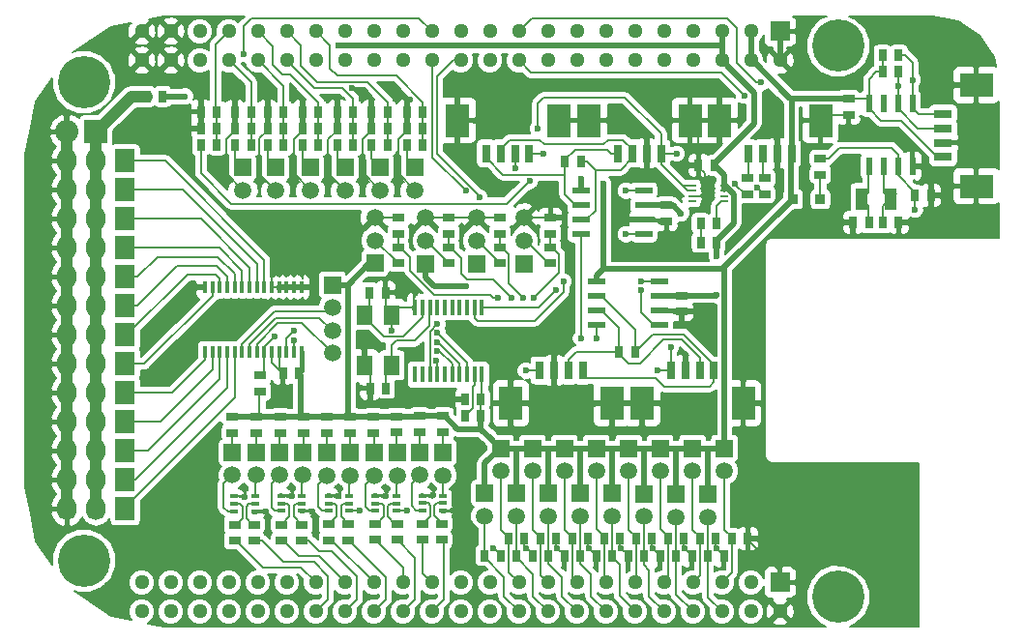
<source format=gtl>
G04 #@! TF.FileFunction,Copper,L1,Top,Signal*
%FSLAX46Y46*%
G04 Gerber Fmt 4.6, Leading zero omitted, Abs format (unit mm)*
G04 Created by KiCad (PCBNEW 0.201603200401+6630~43~ubuntu14.04.1-product) date Tue 22 Mar 2016 10:49:07 AM CET*
%MOMM*%
G01*
G04 APERTURE LIST*
%ADD10C,0.100000*%
%ADD11C,1.500000*%
%ADD12R,1.500000X1.500000*%
%ADD13R,1.727200X2.032000*%
%ADD14O,1.727200X2.032000*%
%ADD15R,1.600000X0.800000*%
%ADD16R,3.000000X2.100000*%
%ADD17R,0.800000X1.600000*%
%ADD18R,2.100000X3.000000*%
%ADD19R,0.400000X1.100000*%
%ADD20R,1.520000X0.600000*%
%ADD21R,0.600000X1.520000*%
%ADD22R,0.450000X1.450000*%
%ADD23R,1.400000X1.800000*%
%ADD24R,1.100000X1.900000*%
%ADD25R,0.700000X0.250000*%
%ADD26C,4.572000*%
%ADD27R,1.651000X1.651000*%
%ADD28C,1.300480*%
%ADD29R,0.660000X0.300000*%
%ADD30R,0.900000X0.900000*%
%ADD31R,2.032000X2.032000*%
%ADD32O,2.032000X2.032000*%
%ADD33R,1.000000X0.700000*%
%ADD34R,0.700000X1.000000*%
%ADD35C,0.600000*%
%ADD36C,0.200000*%
%ADD37C,1.000000*%
%ADD38C,0.500000*%
%ADD39C,0.400000*%
G04 APERTURE END LIST*
D10*
D11*
X127635000Y-77375000D03*
D12*
X127635000Y-81375000D03*
D11*
X127635000Y-79375000D03*
X123444000Y-77375000D03*
D12*
X123444000Y-81375000D03*
D11*
X123444000Y-79375000D03*
X118999000Y-77375000D03*
D12*
X118999000Y-81375000D03*
D11*
X118999000Y-79375000D03*
X114554000Y-77343000D03*
D12*
X114554000Y-81343000D03*
D11*
X114554000Y-79343000D03*
D13*
X92671900Y-72377300D03*
D14*
X90131900Y-72377300D03*
X87591900Y-72377300D03*
D13*
X92671900Y-74917300D03*
D14*
X90131900Y-74917300D03*
X87591900Y-74917300D03*
D13*
X92671900Y-77457300D03*
D14*
X90131900Y-77457300D03*
X87591900Y-77457300D03*
D13*
X92671900Y-79997300D03*
D14*
X90131900Y-79997300D03*
X87591900Y-79997300D03*
D13*
X92671900Y-82537300D03*
D14*
X90131900Y-82537300D03*
X87591900Y-82537300D03*
D13*
X92671900Y-85077300D03*
D14*
X90131900Y-85077300D03*
X87591900Y-85077300D03*
D13*
X92671900Y-87617300D03*
D14*
X90131900Y-87617300D03*
X87591900Y-87617300D03*
D13*
X92671900Y-90157300D03*
D14*
X90131900Y-90157300D03*
X87591900Y-90157300D03*
D13*
X92671900Y-92697300D03*
D14*
X90131900Y-92697300D03*
X87591900Y-92697300D03*
D13*
X92671900Y-95237300D03*
D14*
X90131900Y-95237300D03*
X87591900Y-95237300D03*
D13*
X92671900Y-97777300D03*
D14*
X90131900Y-97777300D03*
X87591900Y-97777300D03*
D13*
X92671900Y-100317300D03*
D14*
X90131900Y-100317300D03*
X87591900Y-100317300D03*
D13*
X92671900Y-102857300D03*
D14*
X90131900Y-102857300D03*
X87591900Y-102857300D03*
D11*
X110807500Y-89233000D03*
X110807500Y-87233000D03*
D12*
X110807500Y-83233000D03*
D11*
X110807500Y-85233000D03*
D15*
X164295500Y-68292500D03*
X164295500Y-69542500D03*
X164295500Y-70792500D03*
X164295500Y-72042500D03*
D16*
X167195500Y-74592500D03*
X167195500Y-65742500D03*
D17*
X135836500Y-71734000D03*
X137086500Y-71734000D03*
X138336500Y-71734000D03*
X139586500Y-71734000D03*
D18*
X142136500Y-68834000D03*
X133286500Y-68834000D03*
D17*
X124319500Y-71734000D03*
X125569500Y-71734000D03*
X126819500Y-71734000D03*
X128069500Y-71734000D03*
D18*
X130619500Y-68834000D03*
X121769500Y-68834000D03*
D17*
X144234700Y-90724400D03*
X142984700Y-90724400D03*
X141734700Y-90724400D03*
X140484700Y-90724400D03*
D18*
X137934700Y-93624400D03*
X146784700Y-93624400D03*
D17*
X132741200Y-90724400D03*
X131491200Y-90724400D03*
X130241200Y-90724400D03*
X128991200Y-90724400D03*
D18*
X126441200Y-93624400D03*
X135291200Y-93624400D03*
D17*
X147266500Y-71734000D03*
X148516500Y-71734000D03*
X149766500Y-71734000D03*
X151016500Y-71734000D03*
D18*
X153566500Y-68834000D03*
X144716500Y-68834000D03*
D19*
X108111000Y-83446500D03*
X107461000Y-83446500D03*
X106811000Y-83446500D03*
X106161000Y-83446500D03*
X105511000Y-83446500D03*
X104861000Y-83446500D03*
X104211000Y-83446500D03*
X103561000Y-83446500D03*
X102911000Y-83446500D03*
X102261000Y-83446500D03*
X101611000Y-83446500D03*
X100961000Y-83446500D03*
X100311000Y-83446500D03*
X99661000Y-83446500D03*
X99661000Y-89146500D03*
X100311000Y-89146500D03*
X100961000Y-89146500D03*
X101611000Y-89146500D03*
X102261000Y-89146500D03*
X102911000Y-89146500D03*
X103561000Y-89146500D03*
X104211000Y-89146500D03*
X104861000Y-89146500D03*
X105511000Y-89146500D03*
X106161000Y-89146500D03*
X106811000Y-89146500D03*
X107461000Y-89146500D03*
X108111000Y-89146500D03*
D20*
X132588000Y-78803500D03*
X132588000Y-77533500D03*
X132588000Y-76263500D03*
X132588000Y-74993500D03*
X138088000Y-74993500D03*
X138088000Y-76263500D03*
X138088000Y-77533500D03*
X138088000Y-78803500D03*
X133934200Y-86766400D03*
X133934200Y-85496400D03*
X133934200Y-84226400D03*
X133934200Y-82956400D03*
X139434200Y-82956400D03*
X139434200Y-84226400D03*
X139434200Y-85496400D03*
X139434200Y-86766400D03*
D21*
X157797500Y-67334500D03*
X159067500Y-67334500D03*
X160337500Y-67334500D03*
X161607500Y-67334500D03*
X161607500Y-72834500D03*
X160337500Y-72834500D03*
X159067500Y-72834500D03*
X157797500Y-72834500D03*
D22*
X123920800Y-85191600D03*
X123270800Y-85191600D03*
X122620800Y-85191600D03*
X121970800Y-85191600D03*
X121320800Y-85191600D03*
X120670800Y-85191600D03*
X120020800Y-85191600D03*
X119370800Y-85191600D03*
X118720800Y-85191600D03*
X118070800Y-85191600D03*
X118070800Y-91091600D03*
X118720800Y-91091600D03*
X119370800Y-91091600D03*
X120020800Y-91091600D03*
X120670800Y-91091600D03*
X121320800Y-91091600D03*
X121970800Y-91091600D03*
X122620800Y-91091600D03*
X123270800Y-91091600D03*
X123920800Y-91091600D03*
D23*
X113614200Y-90277400D03*
X113614200Y-85877400D03*
X116014200Y-85877400D03*
X116014200Y-90277400D03*
D24*
X159669800Y-75692000D03*
X157169800Y-75692000D03*
D25*
X145097500Y-74549000D03*
X145097500Y-74999000D03*
X145097500Y-75449000D03*
X142297500Y-75899000D03*
X142297500Y-75449000D03*
X142297500Y-74999000D03*
X142297500Y-74549000D03*
X145097500Y-75899000D03*
D26*
X89052400Y-65481200D03*
X155092400Y-62306200D03*
X155092400Y-110566200D03*
X89052400Y-107391200D03*
D27*
X150012400Y-61036200D03*
D28*
X150012400Y-63576200D03*
X147472400Y-61036200D03*
X147472400Y-63576200D03*
X144932400Y-61036200D03*
X144932400Y-63576200D03*
X142392400Y-61036200D03*
X142392400Y-63576200D03*
X139852400Y-61036200D03*
X139852400Y-63576200D03*
X137312400Y-61036200D03*
X137312400Y-63576200D03*
X134772400Y-61036200D03*
X134772400Y-63576200D03*
X132232400Y-61036200D03*
X132232400Y-63576200D03*
X129692400Y-61036200D03*
X129692400Y-63576200D03*
X127152400Y-61036200D03*
X127152400Y-63576200D03*
X124612400Y-61036200D03*
X124612400Y-63576200D03*
X122072400Y-61036200D03*
X122072400Y-63576200D03*
X119532400Y-61036200D03*
X119532400Y-63576200D03*
X116992400Y-61036200D03*
X116992400Y-63576200D03*
X114452400Y-61036200D03*
X114452400Y-63576200D03*
X111912400Y-61036200D03*
X111912400Y-63576200D03*
X109372400Y-61036200D03*
X109372400Y-63576200D03*
X106832400Y-61036200D03*
X106832400Y-63576200D03*
X104292400Y-61036200D03*
X104292400Y-63576200D03*
X101752400Y-61036200D03*
X101752400Y-63576200D03*
X99212400Y-61036200D03*
X99212400Y-63576200D03*
X96672400Y-61036200D03*
X96672400Y-63576200D03*
X94132400Y-61036200D03*
X94132400Y-63576200D03*
D27*
X150012400Y-109296200D03*
D28*
X150012400Y-111836200D03*
X147472400Y-109296200D03*
X147472400Y-111836200D03*
X144932400Y-109296200D03*
X144932400Y-111836200D03*
X142392400Y-109296200D03*
X142392400Y-111836200D03*
X139852400Y-109296200D03*
X139852400Y-111836200D03*
X137312400Y-109296200D03*
X137312400Y-111836200D03*
X134772400Y-109296200D03*
X134772400Y-111836200D03*
X132232400Y-109296200D03*
X132232400Y-111836200D03*
X129692400Y-109296200D03*
X129692400Y-111836200D03*
X127152400Y-109296200D03*
X127152400Y-111836200D03*
X124612400Y-109296200D03*
X124612400Y-111836200D03*
X122072400Y-109296200D03*
X122072400Y-111836200D03*
X119532400Y-109296200D03*
X119532400Y-111836200D03*
X116992400Y-109296200D03*
X116992400Y-111836200D03*
X114452400Y-109296200D03*
X114452400Y-111836200D03*
X111912400Y-109296200D03*
X111912400Y-111836200D03*
X109372400Y-109296200D03*
X109372400Y-111836200D03*
X106832400Y-109296200D03*
X106832400Y-111836200D03*
X104292400Y-109296200D03*
X104292400Y-111836200D03*
X101752400Y-109296200D03*
X101752400Y-111836200D03*
X99212400Y-109296200D03*
X99212400Y-111836200D03*
X96672400Y-109296200D03*
X96672400Y-111836200D03*
X94132400Y-109296200D03*
X94132400Y-111836200D03*
D29*
X104025700Y-103065100D03*
X104025700Y-102415100D03*
X104025700Y-101765100D03*
X102185700Y-101765100D03*
X102185700Y-102415100D03*
X102185700Y-103065100D03*
X108153200Y-103024700D03*
X108153200Y-102374700D03*
X108153200Y-101724700D03*
X106313200Y-101724700D03*
X106313200Y-102374700D03*
X106313200Y-103024700D03*
X112318800Y-103024700D03*
X112318800Y-102374700D03*
X112318800Y-101724700D03*
X110478800Y-101724700D03*
X110478800Y-102374700D03*
X110478800Y-103024700D03*
X116432100Y-103014300D03*
X116432100Y-102364300D03*
X116432100Y-101714300D03*
X114592100Y-101714300D03*
X114592100Y-102364300D03*
X114592100Y-103014300D03*
X120521500Y-102997000D03*
X120521500Y-102347000D03*
X120521500Y-101697000D03*
X118681500Y-101697000D03*
X118681500Y-102347000D03*
X118681500Y-102997000D03*
D30*
X153549200Y-75742800D03*
X151149200Y-75742800D03*
D31*
X90119200Y-69837300D03*
D32*
X87579200Y-69837300D03*
D33*
X153543000Y-72186800D03*
X153543000Y-73586800D03*
D34*
X143062500Y-79502000D03*
X144462500Y-79502000D03*
D33*
X102044500Y-96202500D03*
X102044500Y-94802500D03*
X104140000Y-96205500D03*
X104140000Y-94805500D03*
X103974900Y-105628900D03*
X103974900Y-104228900D03*
X102247700Y-105625900D03*
X102247700Y-104225900D03*
X106235500Y-96202500D03*
X106235500Y-94802500D03*
X108267500Y-96202500D03*
X108267500Y-94802500D03*
X108153200Y-105625900D03*
X108153200Y-104225900D03*
X106375200Y-105625900D03*
X106375200Y-104225900D03*
X110299500Y-96202500D03*
X110299500Y-94802500D03*
X112395000Y-96205500D03*
X112395000Y-94805500D03*
X112217200Y-105603500D03*
X112217200Y-104203500D03*
X110540800Y-105603500D03*
X110540800Y-104203500D03*
X114427000Y-96202500D03*
X114427000Y-94802500D03*
X116459000Y-96180100D03*
X116459000Y-94780100D03*
X116484400Y-105552700D03*
X116484400Y-104152700D03*
X114554000Y-105552700D03*
X114554000Y-104152700D03*
X104521000Y-91184500D03*
X104521000Y-92584500D03*
X118491000Y-96139000D03*
X118491000Y-94739000D03*
X120523000Y-96139000D03*
X120523000Y-94739000D03*
X120396000Y-105549700D03*
X120396000Y-104149700D03*
X118745000Y-105540000D03*
X118745000Y-104140000D03*
X116586000Y-79946500D03*
X116586000Y-81346500D03*
X121031000Y-79943500D03*
X121031000Y-81343500D03*
X125476000Y-79943500D03*
X125476000Y-81343500D03*
X129921000Y-79945000D03*
X129921000Y-81345000D03*
D34*
X115633500Y-69532500D03*
X114233500Y-69532500D03*
X114235000Y-70993000D03*
X115635000Y-70993000D03*
X112652000Y-69532500D03*
X111252000Y-69532500D03*
X111249000Y-70993000D03*
X112649000Y-70993000D03*
X125539500Y-106934000D03*
X124139500Y-106934000D03*
X127638000Y-105473500D03*
X126238000Y-105473500D03*
X128335000Y-106934000D03*
X126935000Y-106934000D03*
X130432000Y-105473500D03*
X129032000Y-105473500D03*
X131130500Y-106934000D03*
X129730500Y-106934000D03*
X133226000Y-105473500D03*
X131826000Y-105473500D03*
X118745000Y-69532500D03*
X117345000Y-69532500D03*
X117345000Y-70993000D03*
X118745000Y-70993000D03*
X106556000Y-69532500D03*
X105156000Y-69532500D03*
X105153000Y-70993000D03*
X106553000Y-70993000D03*
X133924500Y-106934000D03*
X132524500Y-106934000D03*
X136018500Y-105473500D03*
X134618500Y-105473500D03*
X136718500Y-106934000D03*
X135318500Y-106934000D03*
X138814000Y-105473500D03*
X137414000Y-105473500D03*
X139512500Y-106934000D03*
X138112500Y-106934000D03*
X141608000Y-105473500D03*
X140208000Y-105473500D03*
X109601000Y-69532500D03*
X108201000Y-69532500D03*
X108201000Y-70993000D03*
X109601000Y-70993000D03*
X103695500Y-69532500D03*
X102295500Y-69532500D03*
X102295500Y-70993000D03*
X103695500Y-70993000D03*
X142305000Y-106934000D03*
X140905000Y-106934000D03*
X144402000Y-105473500D03*
X143002000Y-105473500D03*
X145100500Y-106934000D03*
X143700500Y-106934000D03*
X147196000Y-105473500D03*
X145796000Y-105473500D03*
X137301200Y-89115900D03*
X135901200Y-89115900D03*
X131189500Y-72453500D03*
X132589500Y-72453500D03*
X99314000Y-69532500D03*
X100714000Y-69532500D03*
X100714000Y-70993000D03*
X99314000Y-70993000D03*
X123828000Y-94716600D03*
X122428000Y-94716600D03*
D33*
X147129500Y-75312500D03*
X147129500Y-73912500D03*
X148653500Y-75312500D03*
X148653500Y-73912500D03*
D34*
X94550000Y-66738500D03*
X95950000Y-66738500D03*
X160402500Y-64579500D03*
X159002500Y-64579500D03*
X160404000Y-63119000D03*
X159004000Y-63119000D03*
D33*
X116586000Y-77341500D03*
X116586000Y-78741500D03*
X121031000Y-77343000D03*
X121031000Y-78743000D03*
X125476000Y-77341500D03*
X125476000Y-78741500D03*
X129921000Y-77341500D03*
X129921000Y-78741500D03*
D34*
X143065500Y-77851000D03*
X144465500Y-77851000D03*
X144275000Y-72771000D03*
X142875000Y-72771000D03*
X106488000Y-90982800D03*
X107888000Y-90982800D03*
X156410200Y-77774800D03*
X157810200Y-77774800D03*
X160404000Y-77774800D03*
X159004000Y-77774800D03*
X163234600Y-75412600D03*
X161834600Y-75412600D03*
D33*
X156019500Y-68327500D03*
X156019500Y-66927500D03*
D34*
X114236500Y-68072000D03*
X115636500Y-68072000D03*
X111252000Y-68072000D03*
X112652000Y-68072000D03*
X117348000Y-68072000D03*
X118748000Y-68072000D03*
X105153000Y-68072000D03*
X106553000Y-68072000D03*
X108204000Y-68072000D03*
X109604000Y-68072000D03*
X102295500Y-68072000D03*
X103695500Y-68072000D03*
X99314000Y-68072000D03*
X100714000Y-68072000D03*
D33*
X141427200Y-85561400D03*
X141427200Y-84161400D03*
X140081000Y-77662000D03*
X140081000Y-76262000D03*
D34*
X115457200Y-83908900D03*
X114057200Y-83908900D03*
X122428000Y-93256100D03*
X123828000Y-93256100D03*
X114120700Y-92290900D03*
X115520700Y-92290900D03*
D12*
X124142500Y-101489000D03*
D11*
X124142500Y-103489000D03*
D12*
X125539500Y-97536000D03*
D11*
X125539500Y-99536000D03*
D12*
X126936500Y-101473000D03*
D11*
X126936500Y-103473000D03*
D12*
X128333500Y-97536000D03*
D11*
X128333500Y-99536000D03*
D12*
X129730500Y-101473000D03*
D11*
X129730500Y-103473000D03*
D12*
X131127500Y-97536000D03*
D11*
X131127500Y-99536000D03*
D12*
X132524500Y-101473000D03*
D11*
X132524500Y-103473000D03*
D12*
X133921500Y-97536000D03*
D11*
X133921500Y-99536000D03*
D12*
X135318500Y-101505000D03*
D11*
X135318500Y-103505000D03*
D12*
X136779000Y-97536000D03*
D11*
X136779000Y-99536000D03*
D12*
X138112500Y-101536500D03*
D11*
X138112500Y-103536500D03*
D12*
X139509500Y-97536000D03*
D11*
X139509500Y-99536000D03*
D12*
X140906500Y-101552500D03*
D11*
X140906500Y-103552500D03*
D12*
X142367000Y-97536000D03*
D11*
X142367000Y-99536000D03*
D12*
X143700500Y-101552500D03*
D11*
X143700500Y-103552500D03*
D12*
X145161000Y-97536000D03*
D11*
X145161000Y-99536000D03*
D12*
X102044500Y-97904300D03*
D11*
X102044500Y-99904300D03*
D12*
X104127300Y-97904300D03*
D11*
X104127300Y-99904300D03*
D12*
X106222800Y-97904300D03*
D11*
X106222800Y-99904300D03*
D12*
X108254800Y-97904300D03*
D11*
X108254800Y-99904300D03*
D12*
X110337600Y-97920300D03*
D11*
X110337600Y-99920300D03*
D12*
X112369600Y-97936300D03*
D11*
X112369600Y-99936300D03*
D12*
X114439700Y-97920300D03*
D11*
X114439700Y-99920300D03*
D12*
X116471700Y-97929700D03*
D11*
X116471700Y-99929700D03*
D12*
X118491000Y-97904300D03*
D11*
X118491000Y-99904300D03*
D12*
X120523000Y-97920300D03*
D11*
X120523000Y-99920300D03*
D12*
X114998500Y-72961500D03*
D11*
X114998500Y-74961500D03*
D12*
X111950500Y-72961500D03*
D11*
X111950500Y-74961500D03*
D12*
X118046500Y-72961500D03*
D11*
X118046500Y-74961500D03*
D12*
X105854500Y-72961500D03*
D11*
X105854500Y-74961500D03*
D12*
X108902500Y-72961500D03*
D11*
X108902500Y-74961500D03*
D12*
X102997000Y-72961500D03*
D11*
X102997000Y-74961500D03*
D35*
X161823400Y-76657200D03*
X98412300Y-83489800D03*
X106476800Y-92252800D03*
X135077200Y-68834000D03*
X116014500Y-87232380D03*
X121539000Y-93218000D03*
X146812000Y-91567000D03*
X117602000Y-66992500D03*
X112522000Y-66018510D03*
X108204000Y-66992500D03*
X105156000Y-66992500D03*
X102298500Y-66992500D03*
X105600500Y-82296000D03*
X113284000Y-92265500D03*
X138366500Y-70231000D03*
X141732000Y-89408000D03*
X156019500Y-69342000D03*
X149733000Y-70294500D03*
X141414500Y-86614000D03*
X133667500Y-93662500D03*
X128079500Y-93599000D03*
X130238500Y-92075000D03*
X121412000Y-102997000D03*
X127804020Y-106294338D03*
X123380500Y-68834000D03*
X142875000Y-71310500D03*
X165036500Y-65722500D03*
X165036500Y-74612500D03*
X126809500Y-73025000D03*
X140081000Y-78740000D03*
X141683514Y-106296607D03*
X138890743Y-106295764D03*
X136096743Y-106295764D03*
X133302743Y-106295764D03*
X130508131Y-106293879D03*
X117348000Y-102997000D03*
X113220500Y-102997000D03*
X109093000Y-103060500D03*
X104965500Y-103060500D03*
X103124000Y-101790500D03*
X107251500Y-101727000D03*
X111379000Y-101727000D03*
X115506500Y-101727000D03*
X119634000Y-101663500D03*
X99314000Y-66992504D03*
X111252000Y-66992500D03*
X144478743Y-106295764D03*
X124909594Y-106272655D03*
X122504200Y-83388200D03*
X134518400Y-81864200D03*
X134543800Y-74371200D03*
X132588000Y-73914000D03*
X144460980Y-84137500D03*
X111315500Y-62293500D03*
X97917000Y-66738500D03*
X141351000Y-76962000D03*
X144462500Y-80708500D03*
X107467400Y-88087200D03*
X161607500Y-65278000D03*
X146870590Y-66659886D03*
X148374100Y-65519300D03*
X107467404Y-87249000D03*
X160337500Y-65849500D03*
X128828800Y-69570600D03*
X128079500Y-74146510D03*
X140462000Y-88646000D03*
X127762000Y-90741500D03*
X139255500Y-90741500D03*
X140970000Y-71755000D03*
X129286000Y-71755000D03*
X128460500Y-84391500D03*
X127508000Y-84391500D03*
X126492000Y-84391500D03*
X125349000Y-84391500D03*
X147980299Y-74680631D03*
X146097855Y-74368878D03*
X103060500Y-62993520D03*
X105791000Y-87757000D03*
X123698000Y-75565000D03*
X136525000Y-78803500D03*
X122483577Y-75001423D03*
X136525000Y-74993500D03*
X120022918Y-86669582D03*
X120022486Y-87447859D03*
X120015000Y-89026992D03*
X120022923Y-88257077D03*
X119907958Y-89852500D03*
X133921500Y-87947500D03*
X132588000Y-87934800D03*
X130365490Y-83693000D03*
X137858500Y-83693002D03*
X131038600Y-82931000D03*
X137858500Y-82942987D03*
D36*
X154243000Y-72186800D02*
X155182800Y-71247000D01*
X153543000Y-72186800D02*
X154243000Y-72186800D01*
X159766000Y-71247000D02*
X160337500Y-71818500D01*
X160337500Y-71818500D02*
X160337500Y-72834500D01*
X155182800Y-71247000D02*
X159766000Y-71247000D01*
X161834600Y-75412600D02*
X161834600Y-76646000D01*
X161834600Y-76646000D02*
X161823400Y-76657200D01*
X161834600Y-75412600D02*
X161834600Y-75119000D01*
X161834600Y-75119000D02*
X160337500Y-73621900D01*
X160337500Y-73621900D02*
X160337500Y-72834500D01*
X160337500Y-72834500D02*
X160210500Y-72961500D01*
X99661000Y-83446500D02*
X98455600Y-83446500D01*
X98455600Y-83446500D02*
X98412300Y-83489800D01*
D37*
X87579200Y-69837300D02*
X87579200Y-102844600D01*
X87579200Y-102844600D02*
X87591900Y-102857300D01*
D38*
X150012400Y-61036200D02*
X150012400Y-63576200D01*
D36*
X138088000Y-77533500D02*
X139952500Y-77533500D01*
X139952500Y-77533500D02*
X140081000Y-77662000D01*
X106488000Y-90982800D02*
X106488000Y-92241600D01*
X106488000Y-92241600D02*
X106476800Y-92252800D01*
X105511000Y-89146500D02*
X105511000Y-90017000D01*
X105511000Y-90017000D02*
X106476800Y-90982800D01*
X106476800Y-90982800D02*
X106488000Y-90982800D01*
X106488000Y-90982800D02*
X106161000Y-90655800D01*
X106161000Y-90655800D02*
X106161000Y-89146500D01*
X133286500Y-68834000D02*
X135077200Y-68834000D01*
X114236500Y-68072000D02*
X114236500Y-66662300D01*
X114236500Y-66662300D02*
X113592710Y-66018510D01*
X113592710Y-66018510D02*
X112522000Y-66018510D01*
X118046500Y-74961500D02*
X116560600Y-73475600D01*
X116560600Y-73475600D02*
X116560600Y-70466900D01*
X116560600Y-70466900D02*
X117345000Y-69682500D01*
X117345000Y-69682500D02*
X117345000Y-69532500D01*
X114998500Y-74961500D02*
X113436400Y-73399400D01*
X113436400Y-73399400D02*
X113436400Y-70479600D01*
X113436400Y-70479600D02*
X114233500Y-69682500D01*
X114233500Y-69682500D02*
X114233500Y-69532500D01*
X111950500Y-74961500D02*
X110439200Y-73450200D01*
X110439200Y-73450200D02*
X110439200Y-70495300D01*
X110439200Y-70495300D02*
X111252000Y-69682500D01*
X111252000Y-69682500D02*
X111252000Y-69532500D01*
X108902500Y-74961500D02*
X107416600Y-73475600D01*
X107416600Y-73475600D02*
X107416600Y-70466900D01*
X107416600Y-70466900D02*
X108201000Y-69682500D01*
X108201000Y-69682500D02*
X108201000Y-69532500D01*
X105854500Y-74961500D02*
X104444800Y-73551800D01*
X104444800Y-73551800D02*
X104444800Y-70393700D01*
X104444800Y-70393700D02*
X105156000Y-69682500D01*
X105156000Y-69682500D02*
X105156000Y-69532500D01*
X102997000Y-74961500D02*
X101498400Y-73462900D01*
X101498400Y-73462900D02*
X101498400Y-70479600D01*
X101498400Y-70479600D02*
X102295500Y-69682500D01*
X102295500Y-69682500D02*
X102295500Y-69532500D01*
X161607500Y-72834500D02*
X162107500Y-72834500D01*
X162107500Y-72834500D02*
X163234600Y-73961600D01*
X163234600Y-73961600D02*
X163234600Y-75412600D01*
X116014200Y-87232080D02*
X116014500Y-87232380D01*
X116014200Y-85877400D02*
X116014200Y-87232080D01*
X126441200Y-94074400D02*
X126441200Y-93624400D01*
X122428000Y-93256100D02*
X121577100Y-93256100D01*
X121577100Y-93256100D02*
X121539000Y-93218000D01*
X121031000Y-77343000D02*
X123412000Y-77343000D01*
X123412000Y-77343000D02*
X123444000Y-77375000D01*
X146784700Y-93624400D02*
X146784700Y-91594300D01*
X146784700Y-91594300D02*
X146812000Y-91567000D01*
X137934700Y-93624400D02*
X135291200Y-93624400D01*
X117348000Y-67246500D02*
X117602000Y-66992500D01*
X117348000Y-68072000D02*
X117348000Y-67246500D01*
X114236500Y-68072000D02*
X114236500Y-67818000D01*
X111252000Y-68072000D02*
X111252000Y-66992500D01*
X108204000Y-68072000D02*
X108204000Y-66992500D01*
X105153000Y-68072000D02*
X105153000Y-66995500D01*
X105153000Y-66995500D02*
X105156000Y-66992500D01*
X102295500Y-68072000D02*
X102295500Y-66995500D01*
X102295500Y-66995500D02*
X102298500Y-66992500D01*
X105511000Y-83446500D02*
X105511000Y-82385500D01*
X105511000Y-82385500D02*
X105600500Y-82296000D01*
X107461000Y-83446500D02*
X108111000Y-83446500D01*
X106811000Y-83446500D02*
X107461000Y-83446500D01*
X106161000Y-83446500D02*
X106811000Y-83446500D01*
X105511000Y-83446500D02*
X106161000Y-83446500D01*
X115457200Y-83908900D02*
X115457200Y-85320400D01*
X115457200Y-85320400D02*
X116014200Y-85877400D01*
X118070800Y-85191600D02*
X116700000Y-85191600D01*
X116700000Y-85191600D02*
X116014200Y-85877400D01*
X114120700Y-92290900D02*
X114120700Y-90783900D01*
X114120700Y-90783900D02*
X113614200Y-90277400D01*
X113284000Y-92265500D02*
X114095300Y-92265500D01*
X114095300Y-92265500D02*
X114120700Y-92290900D01*
X113322100Y-92303600D02*
X113284000Y-92265500D01*
X138336500Y-71734000D02*
X138336500Y-70261000D01*
X138336500Y-70261000D02*
X138366500Y-70231000D01*
X141734700Y-90724400D02*
X141734700Y-89410700D01*
X141734700Y-89410700D02*
X141732000Y-89408000D01*
X142297500Y-75449000D02*
X143118000Y-75449000D01*
X143425000Y-75142000D02*
X143425000Y-73471000D01*
X143118000Y-75449000D02*
X143425000Y-75142000D01*
X143425000Y-73471000D02*
X142875000Y-72921000D01*
X142875000Y-72921000D02*
X142875000Y-72771000D01*
X156019500Y-68327500D02*
X156019500Y-69342000D01*
X156019500Y-68327500D02*
X154073000Y-68327500D01*
X154073000Y-68327500D02*
X153566500Y-68834000D01*
X149766500Y-71734000D02*
X149766500Y-70328000D01*
X149766500Y-70328000D02*
X149733000Y-70294500D01*
X141427200Y-85561400D02*
X141427200Y-86601300D01*
X141427200Y-86601300D02*
X141414500Y-86614000D01*
X137960100Y-93599000D02*
X137934700Y-93624400D01*
X135291200Y-93624400D02*
X133705600Y-93624400D01*
X133705600Y-93624400D02*
X133667500Y-93662500D01*
X126441200Y-93624400D02*
X128054100Y-93624400D01*
X128054100Y-93624400D02*
X128079500Y-93599000D01*
X130241200Y-90724400D02*
X130241200Y-92072300D01*
X130241200Y-92072300D02*
X130238500Y-92075000D01*
X120521500Y-102997000D02*
X121412000Y-102997000D01*
X127638000Y-106173500D02*
X127758838Y-106294338D01*
X127758838Y-106294338D02*
X127804020Y-106294338D01*
X128335000Y-106934000D02*
X128335000Y-106825318D01*
X128335000Y-106825318D02*
X128104019Y-106594337D01*
X128104019Y-106594337D02*
X127804020Y-106294338D01*
X127638000Y-105473500D02*
X127638000Y-106173500D01*
X121769500Y-68834000D02*
X123380500Y-68834000D01*
X133286500Y-68834000D02*
X130619500Y-68834000D01*
X142875000Y-71310500D02*
X142875000Y-69572500D01*
X142875000Y-72771000D02*
X142875000Y-71310500D01*
X142875000Y-69572500D02*
X142136500Y-68834000D01*
X142136500Y-68834000D02*
X144716500Y-68834000D01*
X167195500Y-65742500D02*
X165056500Y-65742500D01*
X165056500Y-65742500D02*
X165036500Y-65722500D01*
X167195500Y-74592500D02*
X165056500Y-74592500D01*
X165056500Y-74592500D02*
X165036500Y-74612500D01*
X126819500Y-71734000D02*
X126819500Y-73015000D01*
X126819500Y-73015000D02*
X126809500Y-73025000D01*
X140081000Y-77662000D02*
X140081000Y-78740000D01*
X147196000Y-105473500D02*
X147196000Y-105540000D01*
X147196000Y-105540000D02*
X150018063Y-108362063D01*
X150018063Y-108362063D02*
X150018063Y-109299812D01*
X144402000Y-105473500D02*
X144402000Y-106219021D01*
X141683514Y-106296607D02*
X141683514Y-106312514D01*
X141683514Y-106312514D02*
X142305000Y-106934000D01*
X141608000Y-105473500D02*
X141608000Y-106221093D01*
X141608000Y-106221093D02*
X141683514Y-106296607D01*
X138890743Y-106295764D02*
X138890743Y-106312243D01*
X138890743Y-106312243D02*
X139512500Y-106934000D01*
X138814000Y-105473500D02*
X138814000Y-106219021D01*
X138814000Y-106219021D02*
X138890743Y-106295764D01*
X136718500Y-106934000D02*
X136718500Y-106917521D01*
X136718500Y-106917521D02*
X136096743Y-106295764D01*
X136018500Y-105473500D02*
X136018500Y-106217521D01*
X136018500Y-106217521D02*
X136096743Y-106295764D01*
X133302743Y-106295764D02*
X133302743Y-106312243D01*
X133302743Y-106312243D02*
X133924500Y-106934000D01*
X133226000Y-105473500D02*
X133226000Y-106219021D01*
X133226000Y-106219021D02*
X133302743Y-106295764D01*
X131130500Y-106934000D02*
X131130500Y-106916248D01*
X131130500Y-106916248D02*
X130508131Y-106293879D01*
X130432000Y-105473500D02*
X130432000Y-106217748D01*
X130432000Y-106217748D02*
X130508131Y-106293879D01*
X116432100Y-103014300D02*
X117330700Y-103014300D01*
X117330700Y-103014300D02*
X117348000Y-102997000D01*
X112318800Y-103024700D02*
X113192800Y-103024700D01*
X113192800Y-103024700D02*
X113220500Y-102997000D01*
X108153200Y-103024700D02*
X109057200Y-103024700D01*
X109057200Y-103024700D02*
X109093000Y-103060500D01*
X104025700Y-103065100D02*
X104960900Y-103065100D01*
X104960900Y-103065100D02*
X104965500Y-103060500D01*
X102185700Y-101765100D02*
X103098600Y-101765100D01*
X103098600Y-101765100D02*
X103124000Y-101790500D01*
X106313200Y-101724700D02*
X107249200Y-101724700D01*
X107249200Y-101724700D02*
X107251500Y-101727000D01*
X110478800Y-101724700D02*
X111376700Y-101724700D01*
X111376700Y-101724700D02*
X111379000Y-101727000D01*
X114592100Y-101714300D02*
X115493800Y-101714300D01*
X115493800Y-101714300D02*
X115506500Y-101727000D01*
X118681500Y-101697000D02*
X119600500Y-101697000D01*
X119600500Y-101697000D02*
X119634000Y-101663500D01*
X141427200Y-85561400D02*
X139499200Y-85561400D01*
X139499200Y-85561400D02*
X139434200Y-85496400D01*
X161607500Y-72834500D02*
X161607500Y-72374500D01*
X127635000Y-77375000D02*
X129887500Y-77375000D01*
X129887500Y-77375000D02*
X129921000Y-77341500D01*
X123444000Y-77375000D02*
X125442500Y-77375000D01*
X125442500Y-77375000D02*
X125476000Y-77341500D01*
X118999000Y-77375000D02*
X120999000Y-77375000D01*
X120999000Y-77375000D02*
X121031000Y-77343000D01*
X114554000Y-77343000D02*
X116584500Y-77343000D01*
X116584500Y-77343000D02*
X116586000Y-77341500D01*
X114233500Y-69532500D02*
X114233500Y-68075000D01*
X114233500Y-68075000D02*
X114236500Y-68072000D01*
X111252000Y-69532500D02*
X111252000Y-68072000D01*
X105156000Y-69532500D02*
X105156000Y-68075000D01*
X105156000Y-68075000D02*
X105153000Y-68072000D01*
X117345000Y-68075000D02*
X117348000Y-68072000D01*
X108204000Y-68072000D02*
X108204000Y-69529500D01*
X108204000Y-69529500D02*
X108201000Y-69532500D01*
X102295500Y-68072000D02*
X102295500Y-69532500D01*
X99314000Y-68072000D02*
X99314000Y-66992504D01*
X99314000Y-69532500D02*
X99314000Y-68072000D01*
X117345000Y-69532500D02*
X117345000Y-68075000D01*
X144478743Y-106295764D02*
X144478743Y-106312243D01*
X144402000Y-106219021D02*
X144478743Y-106295764D01*
X125539500Y-106934000D02*
X125539500Y-106870500D01*
X125539500Y-106870500D02*
X124941655Y-106272655D01*
X124941655Y-106272655D02*
X124909594Y-106272655D01*
X144478743Y-106312243D02*
X145100500Y-106934000D01*
X119370800Y-85191600D02*
X119370800Y-85251600D01*
X118039390Y-88132410D02*
X116388390Y-88132410D01*
X119370800Y-85251600D02*
X119329200Y-85293200D01*
X119329200Y-85293200D02*
X119329200Y-86842600D01*
X119329200Y-86842600D02*
X118039390Y-88132410D01*
X116388390Y-88132410D02*
X116014200Y-88506600D01*
X116014200Y-88506600D02*
X116014200Y-90277400D01*
X115520700Y-92290900D02*
X115520700Y-90770900D01*
X115520700Y-90770900D02*
X116014200Y-90277400D01*
D38*
X151128500Y-66927500D02*
X150925300Y-66927500D01*
X150925300Y-66927500D02*
X147574000Y-63576200D01*
X147574000Y-63576200D02*
X147472400Y-63576200D01*
X151016500Y-71734000D02*
X151016500Y-67039500D01*
X151016500Y-67039500D02*
X151128500Y-66927500D01*
X156019500Y-66927500D02*
X151128500Y-66927500D01*
X147472400Y-63576200D02*
X147497800Y-63576200D01*
X112166400Y-83233000D02*
X112194600Y-83233000D01*
X112194600Y-83233000D02*
X114084600Y-81343000D01*
X114084600Y-81343000D02*
X114554000Y-81343000D01*
X112166400Y-83233000D02*
X112191800Y-83258400D01*
X110807500Y-83233000D02*
X112166400Y-83233000D01*
X143700500Y-101552500D02*
X143700500Y-97548700D01*
X143700500Y-97548700D02*
X143687800Y-97536000D01*
X140906500Y-101552500D02*
X140906500Y-97599500D01*
X138112500Y-101536500D02*
X138112500Y-97574100D01*
X132588000Y-97536000D02*
X135432800Y-97536000D01*
X135318500Y-101505000D02*
X135318500Y-97650300D01*
X135318500Y-97650300D02*
X135432800Y-97536000D01*
X129692400Y-97536000D02*
X132588000Y-97536000D01*
X132524500Y-101473000D02*
X132524500Y-97599500D01*
X132524500Y-97599500D02*
X132588000Y-97536000D01*
X126949200Y-97536000D02*
X129692400Y-97536000D01*
X129692400Y-97536000D02*
X129730500Y-97574100D01*
X129730500Y-97574100D02*
X129730500Y-101473000D01*
X126936500Y-101473000D02*
X126936500Y-97548700D01*
X126936500Y-97548700D02*
X126949200Y-97536000D01*
X124142500Y-98869500D02*
X124142500Y-101489000D01*
X120673000Y-94739000D02*
X121793600Y-95859600D01*
X123828000Y-95859600D02*
X123828000Y-94716600D01*
X120523000Y-94739000D02*
X120673000Y-94739000D01*
X118491000Y-94739000D02*
X120523000Y-94739000D01*
X116459000Y-94780100D02*
X118449900Y-94780100D01*
X118449900Y-94780100D02*
X118491000Y-94739000D01*
X114427000Y-94802500D02*
X116436600Y-94802500D01*
X116436600Y-94802500D02*
X116459000Y-94780100D01*
X114424000Y-94805500D02*
X114427000Y-94802500D01*
X110299500Y-94802500D02*
X112392000Y-94802500D01*
X108267500Y-94802500D02*
X110299500Y-94802500D01*
X106235500Y-94802500D02*
X108267500Y-94802500D01*
X104140000Y-94805500D02*
X106232500Y-94805500D01*
X106232500Y-94805500D02*
X106235500Y-94802500D01*
X102044500Y-94802500D02*
X104137000Y-94802500D01*
X104137000Y-94802500D02*
X104140000Y-94805500D01*
D39*
X108111000Y-89146500D02*
X108111000Y-90759800D01*
X108111000Y-90759800D02*
X107888000Y-90982800D01*
D38*
X107888000Y-90982800D02*
X108026200Y-91121000D01*
X108026200Y-91121000D02*
X108026200Y-94561200D01*
X108026200Y-94561200D02*
X108267500Y-94802500D01*
X119762200Y-83388200D02*
X122504200Y-83388200D01*
X118999000Y-81375000D02*
X118999000Y-82625000D01*
X118999000Y-82625000D02*
X119762200Y-83388200D01*
X134518400Y-81864200D02*
X133959600Y-82423000D01*
X133959600Y-82423000D02*
X133959600Y-82931000D01*
X133959600Y-82931000D02*
X133934200Y-82956400D01*
X132588000Y-73914000D02*
X132588000Y-74993500D01*
X134518400Y-81864200D02*
X134518400Y-74396600D01*
X134518400Y-74396600D02*
X134543800Y-74371200D01*
X144983200Y-81864200D02*
X134518400Y-81864200D01*
X145161000Y-81686400D02*
X144983200Y-81864200D01*
X151104600Y-75742800D02*
X145161000Y-81686400D01*
X151149200Y-75742800D02*
X151003000Y-75596600D01*
X151003000Y-75596600D02*
X151003000Y-71747500D01*
X151003000Y-71747500D02*
X151016500Y-71734000D01*
X147472400Y-61036200D02*
X147472400Y-63576200D01*
D36*
X151104600Y-75742800D02*
X145161000Y-81686400D01*
X151149200Y-75742800D02*
X151104600Y-75742800D01*
X164295500Y-72042500D02*
X163761900Y-72042500D01*
X163761900Y-72042500D02*
X160604200Y-68884800D01*
X160604200Y-68884800D02*
X158887800Y-68884800D01*
X158887800Y-68884800D02*
X157797500Y-67794500D01*
X157797500Y-67794500D02*
X157797500Y-67334500D01*
X156019500Y-66927500D02*
X155792400Y-66700400D01*
X120673000Y-94739000D02*
X121771200Y-95837200D01*
X123828000Y-95837200D02*
X123828000Y-94716600D01*
X127025400Y-97536000D02*
X128333500Y-97536000D01*
X126936500Y-97624900D02*
X126936500Y-101473000D01*
X127025400Y-97536000D02*
X126936500Y-97624900D01*
X129743200Y-97536000D02*
X131127500Y-97536000D01*
X128333500Y-97536000D02*
X129743200Y-97536000D01*
X129743200Y-97536000D02*
X129730500Y-97548700D01*
X129730500Y-97548700D02*
X129730500Y-101473000D01*
X131127500Y-97536000D02*
X132511800Y-97536000D01*
X132524500Y-97548700D02*
X132524500Y-101473000D01*
X135407400Y-97536000D02*
X136779000Y-97536000D01*
X133921500Y-97536000D02*
X135407400Y-97536000D01*
X135407400Y-97536000D02*
X135318500Y-97624900D01*
X135318500Y-97624900D02*
X135318500Y-101505000D01*
X136779000Y-97536000D02*
X138150600Y-97536000D01*
X140970000Y-97536000D02*
X142367000Y-97536000D01*
X139509500Y-97536000D02*
X140970000Y-97536000D01*
X140970000Y-97536000D02*
X140906500Y-97599500D01*
X142367000Y-97536000D02*
X143687800Y-97536000D01*
X104521000Y-92584500D02*
X104444800Y-92660700D01*
X104444800Y-92660700D02*
X104444800Y-94500700D01*
X104444800Y-94500700D02*
X104140000Y-94805500D01*
X123920800Y-91091600D02*
X123920800Y-93163300D01*
X123920800Y-93163300D02*
X123828000Y-93256100D01*
X123828000Y-94716600D02*
X123828000Y-93256100D01*
X159004000Y-63119000D02*
X159004000Y-64578000D01*
X159004000Y-64578000D02*
X159002500Y-64579500D01*
X159002500Y-64579500D02*
X158452500Y-64579500D01*
X158452500Y-64579500D02*
X157797500Y-65234500D01*
X157797500Y-65234500D02*
X157797500Y-67334500D01*
X156019500Y-66927500D02*
X157732500Y-66927500D01*
X157732500Y-66927500D02*
X157734000Y-66929000D01*
X157734000Y-66929000D02*
X157734000Y-67271000D01*
X157734000Y-67271000D02*
X157797500Y-67334500D01*
X156019500Y-66927500D02*
X156084500Y-66927500D01*
D38*
X121793600Y-95859600D02*
X123828000Y-95859600D01*
D36*
X121771200Y-95837200D02*
X123828000Y-95837200D01*
D38*
X112191800Y-83258400D02*
X112191800Y-94602300D01*
X112191800Y-94602300D02*
X112395000Y-94805500D01*
X112395000Y-94805500D02*
X114424000Y-94805500D01*
X112392000Y-94802500D02*
X112395000Y-94805500D01*
X135432800Y-97536000D02*
X145161000Y-97536000D01*
X125539500Y-97536000D02*
X126949200Y-97536000D01*
X125539500Y-97536000D02*
X125476000Y-97536000D01*
X125476000Y-97536000D02*
X124142500Y-98869500D01*
X123828000Y-95859600D02*
X124717000Y-96748600D01*
X124717000Y-96748600D02*
X124739400Y-96748600D01*
X124739400Y-96748600D02*
X125526800Y-97536000D01*
X145161000Y-81686400D02*
X145161000Y-97536000D01*
D36*
X145161000Y-81686400D02*
X145161000Y-97536000D01*
X125539500Y-97536000D02*
X125526800Y-97536000D01*
X125526800Y-97536000D02*
X123828000Y-95837200D01*
X125539500Y-97536000D02*
X127025400Y-97536000D01*
X132511800Y-97536000D02*
X133921500Y-97536000D01*
X132511800Y-97536000D02*
X132524500Y-97548700D01*
X138150600Y-97536000D02*
X139509500Y-97536000D01*
X138150600Y-97536000D02*
X138112500Y-97574100D01*
X143687800Y-97536000D02*
X145161000Y-97536000D01*
X113614200Y-85877400D02*
X113614200Y-86077400D01*
X113614200Y-86077400D02*
X115319200Y-87782400D01*
X116980010Y-87782400D02*
X118720800Y-86041610D01*
X115319200Y-87782400D02*
X116980010Y-87782400D01*
X118720800Y-86041610D02*
X118720800Y-85191600D01*
X114057200Y-83908900D02*
X114057200Y-85434400D01*
X114057200Y-85434400D02*
X113614200Y-85877400D01*
D38*
X144437080Y-84161400D02*
X144460980Y-84137500D01*
X141427200Y-84161400D02*
X144437080Y-84161400D01*
X139434200Y-84226400D02*
X141362200Y-84226400D01*
X141362200Y-84226400D02*
X141427200Y-84161400D01*
X140081000Y-76262000D02*
X138089500Y-76262000D01*
X138089500Y-76262000D02*
X138088000Y-76263500D01*
X141351000Y-76962000D02*
X140651000Y-76262000D01*
X140651000Y-76262000D02*
X140081000Y-76262000D01*
X144462500Y-79502000D02*
X144462500Y-80708500D01*
X145097500Y-74549000D02*
X145241975Y-74549000D01*
X145241975Y-74549000D02*
X145986500Y-75293525D01*
X145986500Y-75293525D02*
X145986500Y-77828000D01*
X145986500Y-77828000D02*
X144462500Y-79352000D01*
X144462500Y-79352000D02*
X144462500Y-79502000D01*
D36*
X145097500Y-74549000D02*
X145097500Y-74999000D01*
D38*
X145097500Y-74549000D02*
X145097500Y-74923999D01*
X144275000Y-72771000D02*
X144275000Y-72799400D01*
X144275000Y-72799400D02*
X145097500Y-73621900D01*
X145097500Y-73621900D02*
X145097500Y-74549000D01*
X147764500Y-66406249D02*
X147764500Y-69131500D01*
X147764500Y-69131500D02*
X144275000Y-72621000D01*
X144275000Y-72621000D02*
X144275000Y-72771000D01*
X144932400Y-63576200D02*
X145582639Y-64226439D01*
X145582639Y-64226439D02*
X145584690Y-64226439D01*
X145584690Y-64226439D02*
X147764500Y-66406249D01*
X144932400Y-62287837D02*
X144932400Y-63576200D01*
X144932400Y-61036200D02*
X144932400Y-62287837D01*
X144932400Y-62287837D02*
X144938063Y-62293500D01*
X111315500Y-62293500D02*
X144938063Y-62293500D01*
X95950000Y-66738500D02*
X97917000Y-66738500D01*
D36*
X147764500Y-66406249D02*
X144938063Y-63579812D01*
X144938063Y-62293500D02*
X144938063Y-63579812D01*
X144938063Y-61039812D02*
X144938063Y-62293500D01*
X144653000Y-72263000D02*
X147764500Y-69151500D01*
X147764500Y-69151500D02*
X147764500Y-66406249D01*
X144462500Y-72453500D02*
X144653000Y-72263000D01*
X144275000Y-72771000D02*
X144275000Y-72641000D01*
X144275000Y-72641000D02*
X144653000Y-72263000D01*
X100714000Y-68072000D02*
X100584000Y-67942000D01*
X100584000Y-67942000D02*
X100584000Y-62213875D01*
X100714000Y-70993000D02*
X100714000Y-69532500D01*
X100714000Y-68072000D02*
X100714000Y-69532500D01*
X100584000Y-62213875D02*
X101758063Y-61039812D01*
X103695500Y-65517249D02*
X103695500Y-68072000D01*
X103695500Y-70993000D02*
X103695500Y-69532500D01*
X103695500Y-68072000D02*
X103695500Y-69532500D01*
X101758063Y-63579812D02*
X103695500Y-65517249D01*
X109604000Y-68072000D02*
X109604000Y-67249500D01*
X109604000Y-67249500D02*
X107124500Y-64770000D01*
X107124500Y-64770000D02*
X106426000Y-64770000D01*
X109601000Y-70993000D02*
X109601000Y-69532500D01*
X109604000Y-68072000D02*
X109604000Y-69529500D01*
X109604000Y-69529500D02*
X109601000Y-69532500D01*
X105600500Y-63944500D02*
X105600500Y-62342249D01*
X106426000Y-64770000D02*
X105600500Y-63944500D01*
X105600500Y-62342249D02*
X104298063Y-61039812D01*
X106553000Y-68072000D02*
X106553000Y-65834749D01*
X106556000Y-69532500D02*
X106556000Y-70990000D01*
X106556000Y-70990000D02*
X106553000Y-70993000D01*
X106553000Y-68072000D02*
X106553000Y-69529500D01*
X106553000Y-69529500D02*
X106556000Y-69532500D01*
X106553000Y-65834749D02*
X104298063Y-63579812D01*
X116395500Y-64897000D02*
X118748000Y-67249500D01*
X111252000Y-64897000D02*
X116395500Y-64897000D01*
X118748000Y-67249500D02*
X118748000Y-68072000D01*
X118745000Y-70993000D02*
X118745000Y-69532500D01*
X118748000Y-68072000D02*
X118748000Y-69529500D01*
X118748000Y-69529500D02*
X118745000Y-69532500D01*
X110617000Y-64262000D02*
X111252000Y-64897000D01*
X109378063Y-61039812D02*
X110617000Y-62278749D01*
X110617000Y-62278749D02*
X110617000Y-64262000D01*
X109220000Y-65976500D02*
X106838063Y-63594563D01*
X111696500Y-65976500D02*
X109220000Y-65976500D01*
X106838063Y-63594563D02*
X106838063Y-63579812D01*
X112652000Y-66932000D02*
X111696500Y-65976500D01*
X112652000Y-68072000D02*
X112652000Y-66932000D01*
X112652000Y-69532500D02*
X112652000Y-68072000D01*
X112649000Y-70993000D02*
X112649000Y-69535500D01*
X112649000Y-69535500D02*
X112652000Y-69532500D01*
X106838063Y-61039812D02*
X108077000Y-62278749D01*
X108077000Y-62278749D02*
X108077000Y-64071500D01*
X108077000Y-64071500D02*
X109474000Y-65468500D01*
X109474000Y-65468500D02*
X113855500Y-65468500D01*
X113855500Y-65468500D02*
X115636500Y-67249500D01*
X115636500Y-67249500D02*
X115636500Y-68072000D01*
X115635000Y-70993000D02*
X115635000Y-69534000D01*
X115635000Y-69534000D02*
X115633500Y-69532500D01*
X115636500Y-68072000D02*
X115636500Y-69529500D01*
X115636500Y-69529500D02*
X115633500Y-69532500D01*
X159067500Y-72834500D02*
X159080200Y-72847200D01*
X159080200Y-72847200D02*
X159080200Y-75102400D01*
X159080200Y-75102400D02*
X159669800Y-75692000D01*
X159004000Y-77774800D02*
X159054800Y-77724000D01*
X159054800Y-77724000D02*
X159054800Y-76307000D01*
X159054800Y-76307000D02*
X159669800Y-75692000D01*
X160210500Y-75246000D02*
X160018500Y-75438000D01*
X157797500Y-72834500D02*
X157734000Y-72898000D01*
X157734000Y-75127800D02*
X157169800Y-75692000D01*
X157734000Y-72898000D02*
X157734000Y-75127800D01*
X157810200Y-77774800D02*
X157784800Y-77749400D01*
X157784800Y-77749400D02*
X157784800Y-76307000D01*
X157784800Y-76307000D02*
X157169800Y-75692000D01*
X107461000Y-89146500D02*
X107461000Y-88093600D01*
X107461000Y-88093600D02*
X107467400Y-88087200D01*
X161607500Y-65278000D02*
X161607500Y-63772500D01*
X161607500Y-67334500D02*
X161607500Y-65278000D01*
X164295500Y-68292500D02*
X162565500Y-68292500D01*
X161607500Y-67794500D02*
X161607500Y-67334500D01*
X162565500Y-68292500D02*
X162563500Y-68294500D01*
X162563500Y-68294500D02*
X162107500Y-68294500D01*
X162107500Y-68294500D02*
X161607500Y-67794500D01*
X161607500Y-63772500D02*
X160954000Y-63119000D01*
X160954000Y-63119000D02*
X160404000Y-63119000D01*
X127158063Y-63579812D02*
X128221251Y-64643000D01*
X144853704Y-64643000D02*
X146870590Y-66659886D01*
X128221251Y-64643000D02*
X144853704Y-64643000D01*
X146240500Y-63809964D02*
X147949836Y-65519300D01*
X145415000Y-59880500D02*
X146240500Y-60706000D01*
X127158063Y-61039812D02*
X128317375Y-59880500D01*
X128317375Y-59880500D02*
X145415000Y-59880500D01*
X147949836Y-65519300D02*
X148374100Y-65519300D01*
X146240500Y-60706000D02*
X146240500Y-63809964D01*
X106811000Y-89146500D02*
X106811000Y-87905404D01*
X106811000Y-87905404D02*
X107467404Y-87249000D01*
X160337500Y-67334500D02*
X160337500Y-65849500D01*
X160337500Y-65849500D02*
X160337500Y-64644500D01*
X164295500Y-69542500D02*
X162085500Y-69542500D01*
X162085500Y-69542500D02*
X160337500Y-67794500D01*
X160337500Y-67794500D02*
X160337500Y-67334500D01*
X160337500Y-64644500D02*
X160402500Y-64579500D01*
X147266500Y-71734000D02*
X147266500Y-73775500D01*
X147266500Y-73775500D02*
X147129500Y-73912500D01*
X148516500Y-71734000D02*
X148516500Y-73775500D01*
X148516500Y-73775500D02*
X148653500Y-73912500D01*
X131189500Y-72453500D02*
X131189500Y-72303500D01*
X135236500Y-71734000D02*
X135836500Y-71734000D01*
X131189500Y-72303500D02*
X132119000Y-71374000D01*
X132119000Y-71374000D02*
X134876500Y-71374000D01*
X134876500Y-71374000D02*
X135236500Y-71734000D01*
X131189500Y-72453500D02*
X131189500Y-73596500D01*
X131189500Y-73596500D02*
X131189500Y-75325000D01*
X124319500Y-71734000D02*
X124319500Y-72134000D01*
X124319500Y-72134000D02*
X125782000Y-73596500D01*
X125782000Y-73596500D02*
X131189500Y-73596500D01*
X131189500Y-75325000D02*
X132128000Y-76263500D01*
X132128000Y-76263500D02*
X132588000Y-76263500D01*
X137086500Y-71734000D02*
X137086500Y-71364000D01*
X129349500Y-70929500D02*
X128968500Y-70548500D01*
X128968500Y-70548500D02*
X126365000Y-70548500D01*
X137086500Y-71364000D02*
X136271000Y-70548500D01*
X136271000Y-70548500D02*
X134937500Y-70548500D01*
X134937500Y-70548500D02*
X134556500Y-70929500D01*
X134556500Y-70929500D02*
X129349500Y-70929500D01*
X126365000Y-70548500D02*
X125569500Y-71344000D01*
X125569500Y-71344000D02*
X125569500Y-71734000D01*
X133858000Y-73172000D02*
X136048500Y-73172000D01*
X136048500Y-73172000D02*
X137086500Y-72134000D01*
X137086500Y-72134000D02*
X137086500Y-71734000D01*
X132589500Y-72453500D02*
X133139500Y-72453500D01*
X133858000Y-76723500D02*
X133048000Y-77533500D01*
X133139500Y-72453500D02*
X133858000Y-73172000D01*
X133858000Y-73172000D02*
X133858000Y-76723500D01*
X133048000Y-77533500D02*
X132588000Y-77533500D01*
X128828800Y-69570600D02*
X128828800Y-67360800D01*
X128828800Y-67360800D02*
X129336800Y-66852800D01*
X139586500Y-70015900D02*
X139586500Y-71734000D01*
X129336800Y-66852800D02*
X136423400Y-66852800D01*
X136423400Y-66852800D02*
X139586500Y-70015900D01*
X99314000Y-70993000D02*
X99314000Y-73456800D01*
X99314000Y-73456800D02*
X101972201Y-76115001D01*
X101972201Y-76115001D02*
X126111009Y-76115001D01*
X126111009Y-76115001D02*
X128079500Y-74146510D01*
X140484700Y-90724400D02*
X140484700Y-88668700D01*
X140484700Y-88668700D02*
X140462000Y-88646000D01*
X127762000Y-90741500D02*
X128974100Y-90741500D01*
X128974100Y-90741500D02*
X128991200Y-90724400D01*
X140484700Y-90724400D02*
X139272600Y-90724400D01*
X139272600Y-90724400D02*
X139255500Y-90741500D01*
X140970000Y-71755000D02*
X139607500Y-71755000D01*
X139607500Y-71755000D02*
X139586500Y-71734000D01*
X128069500Y-71734000D02*
X129265000Y-71734000D01*
X129265000Y-71734000D02*
X129286000Y-71755000D01*
X141478000Y-74549000D02*
X141928000Y-74999000D01*
X141928000Y-74999000D02*
X142297500Y-74999000D01*
X139586500Y-71734000D02*
X139586500Y-72657500D01*
X139586500Y-72657500D02*
X141478000Y-74549000D01*
X141478000Y-74549000D02*
X142297500Y-74549000D01*
X132741200Y-90724400D02*
X132741200Y-91148700D01*
X132741200Y-91148700D02*
X132969000Y-91376500D01*
X132969000Y-91376500D02*
X139128500Y-91376500D01*
X139890500Y-92138500D02*
X143827500Y-92138500D01*
X139128500Y-91376500D02*
X139890500Y-92138500D01*
X143827500Y-92138500D02*
X144234700Y-91731300D01*
X144234700Y-91731300D02*
X144234700Y-90724400D01*
X137301200Y-89115900D02*
X138850600Y-87566500D01*
X138850600Y-87566500D02*
X141605000Y-87566500D01*
X144234700Y-90196200D02*
X144234700Y-90724400D01*
X141605000Y-87566500D02*
X144234700Y-90196200D01*
X137301200Y-89115900D02*
X137301200Y-87133400D01*
X137301200Y-87133400D02*
X134394200Y-84226400D01*
X134394200Y-84226400D02*
X133934200Y-84226400D01*
X135901200Y-89115900D02*
X135901200Y-89265900D01*
X135901200Y-89265900D02*
X136741800Y-90106500D01*
X136741800Y-90106500D02*
X137731500Y-90106500D01*
X137731500Y-90106500D02*
X139827000Y-88011000D01*
X139827000Y-88011000D02*
X141414500Y-88011000D01*
X141414500Y-88011000D02*
X142984700Y-89581200D01*
X142984700Y-89581200D02*
X142984700Y-90724400D01*
X135901200Y-89115900D02*
X132181600Y-89115900D01*
X133934200Y-85496400D02*
X134394200Y-85496400D01*
X135901200Y-87003400D02*
X135901200Y-89115900D01*
X134394200Y-85496400D02*
X135901200Y-87003400D01*
X132181600Y-89115900D02*
X131491200Y-89806300D01*
X131491200Y-89806300D02*
X131491200Y-90724400D01*
X102295500Y-70993000D02*
X102295500Y-72260000D01*
X102295500Y-72260000D02*
X102997000Y-72961500D01*
X108201000Y-70993000D02*
X108201000Y-72260000D01*
X108201000Y-72260000D02*
X108902500Y-72961500D01*
X105153000Y-70993000D02*
X105153000Y-72260000D01*
X105153000Y-72260000D02*
X105854500Y-72961500D01*
X117345000Y-70993000D02*
X117345000Y-72260000D01*
X117345000Y-72260000D02*
X118046500Y-72961500D01*
X111249000Y-70993000D02*
X111249000Y-72260000D01*
X111249000Y-72260000D02*
X111950500Y-72961500D01*
X114235000Y-70993000D02*
X114235000Y-72198000D01*
X114235000Y-72198000D02*
X114998500Y-72961500D01*
X127635000Y-79375000D02*
X127762000Y-79375000D01*
X127762000Y-79375000D02*
X129732000Y-81345000D01*
X129732000Y-81345000D02*
X129921000Y-81345000D01*
X125476000Y-81343500D02*
X123507500Y-79375000D01*
X123507500Y-79375000D02*
X123444000Y-79375000D01*
X118999000Y-79375000D02*
X119062500Y-79375000D01*
X119062500Y-79375000D02*
X121031000Y-81343500D01*
X114554000Y-79343000D02*
X114585500Y-79343000D01*
X114585500Y-79343000D02*
X116586000Y-81343500D01*
X116586000Y-81343500D02*
X116586000Y-81346500D01*
X120523000Y-96139000D02*
X120523000Y-97920300D01*
X120521500Y-101697000D02*
X120521500Y-99921800D01*
X120521500Y-99921800D02*
X120523000Y-99920300D01*
X118491000Y-97904300D02*
X118491000Y-96139000D01*
X118681500Y-102997000D02*
X118151500Y-102997000D01*
X118151500Y-102997000D02*
X117741001Y-102586501D01*
X117741001Y-102586501D02*
X117741001Y-100654299D01*
X117741001Y-100654299D02*
X118491000Y-99904300D01*
X116459000Y-96180100D02*
X116459000Y-97917000D01*
X116459000Y-97917000D02*
X116471700Y-97929700D01*
X116432100Y-101714300D02*
X116432100Y-99969300D01*
X116432100Y-99969300D02*
X116471700Y-99929700D01*
X114439700Y-97920300D02*
X114439700Y-96215200D01*
X114439700Y-96215200D02*
X114427000Y-96202500D01*
X114592100Y-103014300D02*
X114062100Y-103014300D01*
X114062100Y-103014300D02*
X113689701Y-102641901D01*
X113689701Y-102641901D02*
X113689701Y-100670299D01*
X113689701Y-100670299D02*
X114439700Y-99920300D01*
X104861000Y-81048500D02*
X96189800Y-72377300D01*
X96189800Y-72377300D02*
X92671900Y-72377300D01*
X104861000Y-83446500D02*
X104861000Y-81048500D01*
D37*
X90131900Y-100317300D02*
X90131900Y-102857300D01*
X90131900Y-97777300D02*
X90131900Y-100317300D01*
X90131900Y-95237300D02*
X90131900Y-97777300D01*
X90131900Y-92697300D02*
X90131900Y-95237300D01*
X90131900Y-90157300D02*
X90131900Y-92697300D01*
X90131900Y-87617300D02*
X90131900Y-90157300D01*
X90131900Y-85077300D02*
X90131900Y-87617300D01*
X90131900Y-82537300D02*
X90131900Y-85077300D01*
X90131900Y-79997300D02*
X90131900Y-82537300D01*
X90131900Y-77457300D02*
X90131900Y-79997300D01*
X90131900Y-74917300D02*
X90131900Y-77457300D01*
X90131900Y-72377300D02*
X90131900Y-74917300D01*
X90119200Y-69837300D02*
X90119200Y-72364600D01*
X90119200Y-72364600D02*
X90131900Y-72377300D01*
X90119200Y-102844600D02*
X90131900Y-102857300D01*
X94550000Y-66738500D02*
X93243400Y-66738500D01*
X93243400Y-66738500D02*
X90144600Y-69837300D01*
X90144600Y-69837300D02*
X90119200Y-69837300D01*
D36*
X104211000Y-81414500D02*
X97713800Y-74917300D01*
X97713800Y-74917300D02*
X92671900Y-74917300D01*
X104211000Y-83446500D02*
X104211000Y-81414500D01*
X103561000Y-83446500D02*
X103561000Y-81717000D01*
X103561000Y-81717000D02*
X99301300Y-77457300D01*
X99301300Y-77457300D02*
X93735500Y-77457300D01*
X93735500Y-77457300D02*
X92671900Y-77457300D01*
X102911000Y-83446500D02*
X102911000Y-81994100D01*
X102911000Y-81994100D02*
X100914200Y-79997300D01*
X100914200Y-79997300D02*
X92671900Y-79997300D01*
X112395000Y-96205500D02*
X112395000Y-97910900D01*
X112395000Y-97910900D02*
X112369600Y-97936300D01*
X112318800Y-101724700D02*
X112318800Y-99987100D01*
X112318800Y-99987100D02*
X112369600Y-99936300D01*
X110337600Y-97920300D02*
X110337600Y-96240600D01*
X110337600Y-96240600D02*
X110299500Y-96202500D01*
X110478800Y-103024700D02*
X109948800Y-103024700D01*
X109948800Y-103024700D02*
X109587601Y-102663501D01*
X109587601Y-102663501D02*
X109587601Y-100670299D01*
X109587601Y-100670299D02*
X110337600Y-99920300D01*
X102261000Y-83446500D02*
X102261000Y-82283900D01*
X95500800Y-80772000D02*
X93735500Y-82537300D01*
X102261000Y-82283900D02*
X100749100Y-80772000D01*
X100749100Y-80772000D02*
X95500800Y-80772000D01*
X93735500Y-82537300D02*
X92671900Y-82537300D01*
X101611000Y-83446500D02*
X101611000Y-82497500D01*
X101611000Y-82497500D02*
X100698300Y-81584800D01*
X93735500Y-85077300D02*
X92671900Y-85077300D01*
X100698300Y-81584800D02*
X97228000Y-81584800D01*
X97228000Y-81584800D02*
X93735500Y-85077300D01*
X100961000Y-83446500D02*
X100961000Y-82696500D01*
X100961000Y-82696500D02*
X100560500Y-82296000D01*
X100560500Y-82296000D02*
X98145600Y-82296000D01*
X98145600Y-82296000D02*
X92824300Y-87617300D01*
X92824300Y-87617300D02*
X92671900Y-87617300D01*
X92671900Y-90157300D02*
X94350200Y-90157300D01*
X94350200Y-90157300D02*
X100311000Y-84196500D01*
X100311000Y-84196500D02*
X100311000Y-83446500D01*
X108267500Y-96202500D02*
X108267500Y-97891600D01*
X108267500Y-97891600D02*
X108254800Y-97904300D01*
X108153200Y-101724700D02*
X108153200Y-100005900D01*
X108153200Y-100005900D02*
X108254800Y-99904300D01*
X106222800Y-97904300D02*
X106222800Y-96215200D01*
X106222800Y-96215200D02*
X106235500Y-96202500D01*
X106313200Y-103024700D02*
X105783200Y-103024700D01*
X105472801Y-102714301D02*
X105472801Y-100654299D01*
X105783200Y-103024700D02*
X105472801Y-102714301D01*
X105472801Y-100654299D02*
X106222800Y-99904300D01*
X99661000Y-89146500D02*
X99661000Y-89784900D01*
X99661000Y-89784900D02*
X96748600Y-92697300D01*
X96748600Y-92697300D02*
X93735500Y-92697300D01*
X93735500Y-92697300D02*
X92671900Y-92697300D01*
X100311000Y-89146500D02*
X100311000Y-90658900D01*
X100311000Y-90658900D02*
X95732600Y-95237300D01*
X95732600Y-95237300D02*
X92671900Y-95237300D01*
X100961000Y-89146500D02*
X100961000Y-91469400D01*
X100961000Y-91469400D02*
X94653100Y-97777300D01*
X94653100Y-97777300D02*
X92671900Y-97777300D01*
X101611000Y-89146500D02*
X101611000Y-92241800D01*
X101611000Y-92241800D02*
X93535500Y-100317300D01*
X93535500Y-100317300D02*
X92671900Y-100317300D01*
X104140000Y-96205500D02*
X104140000Y-97891600D01*
X104140000Y-97891600D02*
X104127300Y-97904300D01*
X104025700Y-101765100D02*
X104025700Y-100005900D01*
X104025700Y-100005900D02*
X104127300Y-99904300D01*
X102044500Y-96202500D02*
X102044500Y-97904300D01*
X102185700Y-103065100D02*
X101655700Y-103065100D01*
X101655700Y-103065100D02*
X101294501Y-102703901D01*
X101294501Y-102703901D02*
X101294501Y-100654299D01*
X101294501Y-100654299D02*
X102044500Y-99904300D01*
X102261000Y-89146500D02*
X102261000Y-93115800D01*
X102261000Y-93115800D02*
X92671900Y-102704900D01*
X92671900Y-102704900D02*
X92671900Y-102857300D01*
X102911000Y-89146500D02*
X102911000Y-88396500D01*
X102911000Y-88396500D02*
X105785700Y-85521800D01*
X105785700Y-85521800D02*
X110502700Y-85521800D01*
X110502700Y-85521800D02*
X110791500Y-85233000D01*
X110791500Y-85233000D02*
X110807500Y-85233000D01*
X103561000Y-89146500D02*
X103561000Y-88396500D01*
X103561000Y-88396500D02*
X105851500Y-86106000D01*
X105851500Y-86106000D02*
X109680500Y-86106000D01*
X109680500Y-86106000D02*
X110807500Y-87233000D01*
X104211000Y-89146500D02*
X104211000Y-88396500D01*
X104211000Y-88396500D02*
X106018900Y-86588600D01*
X108163100Y-86588600D02*
X110807500Y-89233000D01*
X106018900Y-86588600D02*
X108163100Y-86588600D01*
X143062500Y-79502000D02*
X143062500Y-77854000D01*
X143062500Y-77854000D02*
X143065500Y-77851000D01*
X144465500Y-77851000D02*
X144465500Y-76306000D01*
X144465500Y-76306000D02*
X144872500Y-75899000D01*
X144872500Y-75899000D02*
X145097500Y-75899000D01*
X129921000Y-79945000D02*
X130071000Y-79945000D01*
X130071000Y-79945000D02*
X130671001Y-80545001D01*
X130671001Y-80545001D02*
X130671001Y-82180999D01*
X130671001Y-82180999D02*
X128460500Y-84391500D01*
X129921000Y-78741500D02*
X129921000Y-79945000D01*
X126226001Y-83109501D02*
X127508000Y-84391500D01*
X125476000Y-79943500D02*
X125626000Y-79943500D01*
X125626000Y-79943500D02*
X126226001Y-80543501D01*
X126226001Y-80543501D02*
X126226001Y-83109501D01*
X125476000Y-78741500D02*
X125476000Y-79943500D01*
X121031000Y-79943500D02*
X121181000Y-79943500D01*
X121181000Y-79943500D02*
X122110500Y-80873000D01*
X122110500Y-80873000D02*
X122110500Y-82283300D01*
X122110500Y-82283300D02*
X122605800Y-82778600D01*
X122605800Y-82778600D02*
X124879100Y-82778600D01*
X124879100Y-82778600D02*
X126492000Y-84391500D01*
X121031000Y-78743000D02*
X121031000Y-79943500D01*
X116586000Y-79946500D02*
X116736000Y-79946500D01*
X116736000Y-79946500D02*
X117602000Y-80812500D01*
X117602000Y-80812500D02*
X117602000Y-81978500D01*
X117602000Y-81978500D02*
X119714995Y-84091495D01*
X119714995Y-84091495D02*
X124624731Y-84091495D01*
X124624731Y-84091495D02*
X124924736Y-84391500D01*
X124924736Y-84391500D02*
X125349000Y-84391500D01*
X116586000Y-78741500D02*
X116586000Y-79946500D01*
X153549200Y-75742800D02*
X153549200Y-73593000D01*
X153549200Y-73593000D02*
X153543000Y-73586800D01*
X120521500Y-102347000D02*
X119991500Y-102347000D01*
X119991500Y-102347000D02*
X119761000Y-102577500D01*
X119761000Y-102577500D02*
X119761000Y-103441500D01*
X119761000Y-103441500D02*
X120396000Y-104076500D01*
X120396000Y-104076500D02*
X120396000Y-104149700D01*
X119410989Y-102546489D02*
X119410989Y-103474011D01*
X118681500Y-102347000D02*
X119211500Y-102347000D01*
X119410989Y-103474011D02*
X118745000Y-104140000D01*
X119211500Y-102347000D02*
X119410989Y-102546489D01*
X116432100Y-102364300D02*
X115885200Y-102364300D01*
X115885200Y-102364300D02*
X115666011Y-102583489D01*
X115666011Y-102583489D02*
X115666011Y-103537511D01*
X115666011Y-103537511D02*
X116281200Y-104152700D01*
X116281200Y-104152700D02*
X116484400Y-104152700D01*
X114554000Y-104152700D02*
X114704000Y-104152700D01*
X114704000Y-104152700D02*
X115316000Y-103540700D01*
X115316000Y-103540700D02*
X115316000Y-102558200D01*
X115316000Y-102558200D02*
X115122100Y-102364300D01*
X115122100Y-102364300D02*
X114592100Y-102364300D01*
X112318800Y-102374700D02*
X111788800Y-102374700D01*
X111788800Y-102374700D02*
X111569500Y-102594000D01*
X111569500Y-102594000D02*
X111569500Y-103505000D01*
X111569500Y-103505000D02*
X112217200Y-104152700D01*
X112217200Y-104152700D02*
X112217200Y-104203500D01*
X111219489Y-102585389D02*
X111008800Y-102374700D01*
X111219489Y-103524811D02*
X111219489Y-102585389D01*
X111008800Y-102374700D02*
X110478800Y-102374700D01*
X110540800Y-104203500D02*
X111219489Y-103524811D01*
X108153200Y-102374700D02*
X107623200Y-102374700D01*
X107623200Y-102374700D02*
X107411011Y-102586889D01*
X107411011Y-102586889D02*
X107411011Y-103537511D01*
X107411011Y-103537511D02*
X108099400Y-104225900D01*
X108099400Y-104225900D02*
X108153200Y-104225900D01*
X106313200Y-102374700D02*
X106843200Y-102374700D01*
X107061000Y-103540100D02*
X106375200Y-104225900D01*
X106843200Y-102374700D02*
X107061000Y-102592500D01*
X107061000Y-102592500D02*
X107061000Y-103540100D01*
X104025700Y-102415100D02*
X103495700Y-102415100D01*
X103847900Y-104228900D02*
X103974900Y-104228900D01*
X103495700Y-102415100D02*
X103283511Y-102627289D01*
X103283511Y-102627289D02*
X103283511Y-103664511D01*
X103283511Y-103664511D02*
X103847900Y-104228900D01*
X102933500Y-102632900D02*
X102715700Y-102415100D01*
X102397700Y-104225900D02*
X102933500Y-103690100D01*
X102247700Y-104225900D02*
X102397700Y-104225900D01*
X102933500Y-103690100D02*
X102933500Y-102632900D01*
X102715700Y-102415100D02*
X102185700Y-102415100D01*
X148653500Y-75312500D02*
X148591500Y-75312500D01*
X148399500Y-75099832D02*
X147980299Y-74680631D01*
X148591500Y-75312500D02*
X148399500Y-75120500D01*
X148399500Y-75120500D02*
X148399500Y-75099832D01*
X147129500Y-75312500D02*
X146979500Y-75312500D01*
X146979500Y-75312500D02*
X146097855Y-74430855D01*
X146097855Y-74430855D02*
X146097855Y-74368878D01*
X122428000Y-94716600D02*
X122428000Y-94678500D01*
X122428000Y-94678500D02*
X123126500Y-93980000D01*
X123126500Y-93980000D02*
X123126500Y-92160900D01*
X123126500Y-92160900D02*
X123270800Y-92016600D01*
X123270800Y-92016600D02*
X123270800Y-91091600D01*
X145161000Y-104648000D02*
X145161000Y-99536000D01*
X145796000Y-105473500D02*
X145796000Y-108441875D01*
X145796000Y-105473500D02*
X145796000Y-105283000D01*
X145796000Y-105283000D02*
X145161000Y-104648000D01*
X145796000Y-108441875D02*
X144938063Y-109299812D01*
X143700500Y-106934000D02*
X143700500Y-110602249D01*
X143700500Y-106934000D02*
X143700500Y-103552500D01*
X143700500Y-110602249D02*
X144938063Y-111839812D01*
X143002000Y-108695875D02*
X142398063Y-109299812D01*
X143002000Y-105473500D02*
X143002000Y-108695875D01*
X143002000Y-105473500D02*
X143002000Y-105323500D01*
X143002000Y-105323500D02*
X142367000Y-104688500D01*
X142367000Y-104688500D02*
X142367000Y-99536000D01*
X140905000Y-110346749D02*
X142398063Y-111839812D01*
X140905000Y-106934000D02*
X140905000Y-110346749D01*
X140906500Y-103552500D02*
X140906500Y-106932500D01*
X140906500Y-106932500D02*
X140905000Y-106934000D01*
X140208000Y-105473500D02*
X140208000Y-108949875D01*
X140208000Y-108949875D02*
X139858063Y-109299812D01*
X140208000Y-105473500D02*
X140208000Y-105323500D01*
X140208000Y-105323500D02*
X139509500Y-104625000D01*
X139509500Y-104625000D02*
X139509500Y-99536000D01*
X138557000Y-110538749D02*
X139858063Y-111839812D01*
X138557000Y-108204000D02*
X138557000Y-110538749D01*
X138112500Y-107759500D02*
X138557000Y-108204000D01*
X138112500Y-106934000D02*
X138112500Y-107759500D01*
X138112500Y-103536500D02*
X138112500Y-106934000D01*
X137414000Y-105473500D02*
X137414000Y-109203875D01*
X137414000Y-109203875D02*
X137318063Y-109299812D01*
X137414000Y-105473500D02*
X137414000Y-105323500D01*
X136779000Y-104688500D02*
X136779000Y-99536000D01*
X137414000Y-105323500D02*
X136779000Y-104688500D01*
X135953500Y-110475249D02*
X137318063Y-111839812D01*
X135953500Y-107719000D02*
X135953500Y-110475249D01*
X135318500Y-106934000D02*
X135318500Y-107084000D01*
X135318500Y-107084000D02*
X135953500Y-107719000D01*
X135318500Y-103505000D02*
X135318500Y-106934000D01*
X134618500Y-109140249D02*
X134778063Y-109299812D01*
X134618500Y-105473500D02*
X134618500Y-109140249D01*
X134618500Y-105473500D02*
X134618500Y-105323500D01*
X134618500Y-105323500D02*
X133921500Y-104626500D01*
X133921500Y-104626500D02*
X133921500Y-99536000D01*
X132524500Y-106934000D02*
X132524500Y-107634000D01*
X132524500Y-107634000D02*
X133477000Y-108586500D01*
X132524500Y-103473000D02*
X132524500Y-106934000D01*
X133477000Y-108586500D02*
X133477000Y-110538749D01*
X133477000Y-110538749D02*
X134778063Y-111839812D01*
X131826000Y-108887749D02*
X132238063Y-109299812D01*
X131826000Y-105473500D02*
X131826000Y-108887749D01*
X131127500Y-99536000D02*
X131127500Y-104648000D01*
X131127500Y-104648000D02*
X131826000Y-105346500D01*
X131826000Y-105346500D02*
X131826000Y-105473500D01*
X130937000Y-110538749D02*
X132238063Y-111839812D01*
X130937000Y-108840500D02*
X130937000Y-110538749D01*
X129730500Y-107634000D02*
X130937000Y-108840500D01*
X129730500Y-106934000D02*
X129730500Y-107634000D01*
X129730500Y-103473000D02*
X129730500Y-106934000D01*
X129032000Y-108633749D02*
X129698063Y-109299812D01*
X129032000Y-105473500D02*
X129032000Y-108633749D01*
X128333500Y-99536000D02*
X128333500Y-104648000D01*
X128333500Y-104648000D02*
X129032000Y-105346500D01*
X129032000Y-105346500D02*
X129032000Y-105473500D01*
X128397000Y-110538749D02*
X129698063Y-111839812D01*
X128397000Y-108546000D02*
X128397000Y-110538749D01*
X126935000Y-106934000D02*
X126935000Y-107084000D01*
X126935000Y-107084000D02*
X128397000Y-108546000D01*
X126936500Y-103473000D02*
X126936500Y-106932500D01*
X126936500Y-106932500D02*
X126935000Y-106934000D01*
X125539500Y-99536000D02*
X125539500Y-104648000D01*
X126238000Y-108379749D02*
X127158063Y-109299812D01*
X126238000Y-105473500D02*
X126238000Y-108379749D01*
X125539500Y-104648000D02*
X126238000Y-105346500D01*
X126238000Y-105346500D02*
X126238000Y-105473500D01*
X125857000Y-110538749D02*
X127158063Y-111839812D01*
X125857000Y-108801500D02*
X125857000Y-110538749D01*
X124139500Y-106934000D02*
X124139500Y-107084000D01*
X124139500Y-107084000D02*
X125857000Y-108801500D01*
X124142500Y-103489000D02*
X124142500Y-106931000D01*
X124142500Y-106931000D02*
X124139500Y-106934000D01*
X118745000Y-108506749D02*
X119538063Y-109299812D01*
X118745000Y-105540000D02*
X118745000Y-108506749D01*
X120586500Y-110791375D02*
X119538063Y-111839812D01*
X120396000Y-105549700D02*
X120408700Y-105549700D01*
X120408700Y-105549700D02*
X120586500Y-105727500D01*
X120586500Y-105727500D02*
X120586500Y-110791375D01*
X118378751Y-59880500D02*
X103759000Y-59880500D01*
X119538063Y-61039812D02*
X118378751Y-59880500D01*
X103060500Y-60579000D02*
X103060500Y-62993520D01*
X103759000Y-59880500D02*
X103060500Y-60579000D01*
X104861000Y-89146500D02*
X104861000Y-88687000D01*
X104861000Y-88687000D02*
X105791000Y-87757000D01*
X104861000Y-89146500D02*
X104861000Y-90971500D01*
X104861000Y-90971500D02*
X104648000Y-91184500D01*
X116998063Y-107981063D02*
X116998063Y-109299812D01*
X114554000Y-105552700D02*
X114569700Y-105552700D01*
X114569700Y-105552700D02*
X116998063Y-107981063D01*
X118046500Y-107124500D02*
X118046500Y-110791375D01*
X118046500Y-110791375D02*
X116998063Y-111839812D01*
X116484400Y-105552700D02*
X116484400Y-105562400D01*
X116484400Y-105562400D02*
X118046500Y-107124500D01*
X110540800Y-105603500D02*
X110761751Y-105603500D01*
X110761751Y-105603500D02*
X114458063Y-109299812D01*
X115506500Y-110791375D02*
X114458063Y-111839812D01*
X115506500Y-108839000D02*
X115506500Y-110791375D01*
X112217200Y-105603500D02*
X112271000Y-105603500D01*
X112271000Y-105603500D02*
X115506500Y-108839000D01*
X109615751Y-106997500D02*
X111918063Y-109299812D01*
X107896800Y-106997500D02*
X109615751Y-106997500D01*
X106375200Y-105625900D02*
X106525200Y-105625900D01*
X106525200Y-105625900D02*
X107896800Y-106997500D01*
X112966500Y-110791375D02*
X111918063Y-111839812D01*
X112966500Y-108775500D02*
X112966500Y-110791375D01*
X108153200Y-105625900D02*
X108739139Y-105625900D01*
X108739139Y-105625900D02*
X109666239Y-106553000D01*
X109666239Y-106553000D02*
X110744000Y-106553000D01*
X110744000Y-106553000D02*
X112966500Y-108775500D01*
X108028251Y-107950000D02*
X109378063Y-109299812D01*
X104721800Y-107950000D02*
X108028251Y-107950000D01*
X102247700Y-105625900D02*
X102397700Y-105625900D01*
X102397700Y-105625900D02*
X104721800Y-107950000D01*
X110426500Y-110791375D02*
X109378063Y-111839812D01*
X110426500Y-108712000D02*
X110426500Y-110791375D01*
X103974900Y-105628900D02*
X104674900Y-105628900D01*
X104674900Y-105628900D02*
X106551500Y-107505500D01*
X106551500Y-107505500D02*
X109220000Y-107505500D01*
X109220000Y-107505500D02*
X110426500Y-108712000D01*
X122078063Y-63579812D02*
X121395688Y-63579812D01*
X121395688Y-63579812D02*
X120015000Y-64960500D01*
X120015000Y-64960500D02*
X120015000Y-71755000D01*
X120015000Y-71755000D02*
X123698000Y-75438000D01*
X123698000Y-75438000D02*
X123698000Y-75565000D01*
X138088000Y-78803500D02*
X136525000Y-78803500D01*
X119538063Y-63579812D02*
X119570500Y-63612249D01*
X119570500Y-63612249D02*
X119570500Y-72088346D01*
X119570500Y-72088346D02*
X122483577Y-75001423D01*
X138088000Y-74993500D02*
X136525000Y-74993500D01*
X119357956Y-87334544D02*
X120022918Y-86669582D01*
X119370800Y-90166600D02*
X119357956Y-90153756D01*
X119370800Y-91091600D02*
X119370800Y-90166600D01*
X119357956Y-90153756D02*
X119357956Y-87334544D01*
X122620800Y-90046173D02*
X120022486Y-87447859D01*
X122620800Y-91091600D02*
X122620800Y-90046173D01*
X120181192Y-89026992D02*
X120015000Y-89026992D01*
X121320800Y-90166600D02*
X120181192Y-89026992D01*
X121320800Y-91091600D02*
X121320800Y-90166600D01*
X120061277Y-88257077D02*
X120022923Y-88257077D01*
X121970800Y-90166600D02*
X120061277Y-88257077D01*
X121970800Y-91091600D02*
X121970800Y-90166600D01*
X120020800Y-91091600D02*
X120020800Y-89965342D01*
X120020800Y-89965342D02*
X119907958Y-89852500D01*
X133934200Y-86766400D02*
X133934200Y-87934800D01*
X133934200Y-87934800D02*
X133921500Y-87947500D01*
X132588000Y-78803500D02*
X132588000Y-87934800D01*
X128866890Y-85191600D02*
X130365490Y-83693000D01*
X123920800Y-85191600D02*
X128866890Y-85191600D01*
X137858500Y-85650700D02*
X137858500Y-83693002D01*
X138974200Y-86766400D02*
X137858500Y-85650700D01*
X139434200Y-86766400D02*
X138974200Y-86766400D01*
X131038600Y-83897404D02*
X131038600Y-82931000D01*
X128576004Y-86360000D02*
X131038600Y-83897404D01*
X123514200Y-86360000D02*
X128576004Y-86360000D01*
X123270800Y-86116600D02*
X123514200Y-86360000D01*
X123270800Y-85191600D02*
X123270800Y-86116600D01*
X137871913Y-82956400D02*
X137858500Y-82942987D01*
X139434200Y-82956400D02*
X137871913Y-82956400D01*
G36*
X102636236Y-60154736D02*
X102580705Y-60237844D01*
X102404810Y-60061642D01*
X101982201Y-59886160D01*
X101524607Y-59885760D01*
X101101692Y-60060505D01*
X100777842Y-60383790D01*
X100602360Y-60806399D01*
X100601960Y-61263993D01*
X100626343Y-61323004D01*
X100159736Y-61789611D01*
X100029672Y-61984265D01*
X99984000Y-62213875D01*
X99984000Y-62721040D01*
X99864810Y-62601642D01*
X99442201Y-62426160D01*
X98984607Y-62425760D01*
X98561692Y-62600505D01*
X98237842Y-62923790D01*
X98062360Y-63346399D01*
X98061960Y-63803993D01*
X98236705Y-64226908D01*
X98559990Y-64550758D01*
X98982599Y-64726240D01*
X99440193Y-64726640D01*
X99863108Y-64551895D01*
X99984000Y-64431214D01*
X99984000Y-67046454D01*
X99784939Y-66964000D01*
X99620000Y-66964000D01*
X99468000Y-67116000D01*
X99468000Y-67918000D01*
X99488000Y-67918000D01*
X99488000Y-68226000D01*
X99468000Y-68226000D01*
X99468000Y-69378500D01*
X99488000Y-69378500D01*
X99488000Y-69686500D01*
X99468000Y-69686500D01*
X99468000Y-69706500D01*
X99160000Y-69706500D01*
X99160000Y-69686500D01*
X98508000Y-69686500D01*
X98356000Y-69838500D01*
X98356000Y-70153438D01*
X98448562Y-70376904D01*
X98472530Y-70400872D01*
X98454205Y-70493000D01*
X98454205Y-71493000D01*
X98493011Y-71688090D01*
X98603520Y-71853480D01*
X98714000Y-71927300D01*
X98714000Y-73456800D01*
X98759672Y-73686410D01*
X98889736Y-73881064D01*
X101547937Y-76539265D01*
X101742591Y-76669329D01*
X101972201Y-76715001D01*
X113331602Y-76715001D01*
X113180055Y-77171521D01*
X113219018Y-77710360D01*
X113350262Y-78027212D01*
X113580351Y-78098860D01*
X114336211Y-77343000D01*
X114322069Y-77328858D01*
X114539858Y-77111069D01*
X114554000Y-77125211D01*
X114568142Y-77111069D01*
X114785931Y-77328858D01*
X114771789Y-77343000D01*
X115527649Y-78098860D01*
X115608379Y-78073721D01*
X115661497Y-78126839D01*
X115615011Y-78196410D01*
X115576205Y-78391500D01*
X115576205Y-78597679D01*
X115306485Y-78327487D01*
X115309860Y-78316649D01*
X114554000Y-77560789D01*
X113798140Y-78316649D01*
X113801624Y-78327838D01*
X113494919Y-78634007D01*
X113304217Y-79093269D01*
X113303783Y-79590550D01*
X113493684Y-80050143D01*
X113582825Y-80139440D01*
X113443520Y-80232520D01*
X113333011Y-80397910D01*
X113294205Y-80593000D01*
X113294205Y-81072735D01*
X112036874Y-82330066D01*
X112028489Y-82287910D01*
X111917980Y-82122520D01*
X111752590Y-82012011D01*
X111557500Y-81973205D01*
X110057500Y-81973205D01*
X109862410Y-82012011D01*
X109697020Y-82122520D01*
X109586511Y-82287910D01*
X109547705Y-82483000D01*
X109547705Y-83983000D01*
X109586511Y-84178090D01*
X109697020Y-84343480D01*
X109836142Y-84436437D01*
X109748419Y-84524007D01*
X109583241Y-84921800D01*
X105785700Y-84921800D01*
X105556090Y-84967472D01*
X105361436Y-85097536D01*
X102486736Y-87972236D01*
X102410250Y-88086705D01*
X102061000Y-88086705D01*
X101936000Y-88111569D01*
X101811000Y-88086705D01*
X101411000Y-88086705D01*
X101286000Y-88111569D01*
X101161000Y-88086705D01*
X100761000Y-88086705D01*
X100636000Y-88111569D01*
X100511000Y-88086705D01*
X100111000Y-88086705D01*
X99986000Y-88111569D01*
X99861000Y-88086705D01*
X99461000Y-88086705D01*
X99265910Y-88125511D01*
X99100520Y-88236020D01*
X98990011Y-88401410D01*
X98951205Y-88596500D01*
X98951205Y-89646167D01*
X96500072Y-92097300D01*
X94045295Y-92097300D01*
X94045295Y-91681300D01*
X94006489Y-91486210D01*
X93967127Y-91427300D01*
X94006489Y-91368390D01*
X94045295Y-91173300D01*
X94045295Y-90757300D01*
X94350200Y-90757300D01*
X94579810Y-90711628D01*
X94774464Y-90581564D01*
X100735264Y-84620764D01*
X100811750Y-84506295D01*
X101161000Y-84506295D01*
X101286000Y-84481431D01*
X101411000Y-84506295D01*
X101811000Y-84506295D01*
X101936000Y-84481431D01*
X102061000Y-84506295D01*
X102461000Y-84506295D01*
X102586000Y-84481431D01*
X102711000Y-84506295D01*
X103111000Y-84506295D01*
X103236000Y-84481431D01*
X103361000Y-84506295D01*
X103761000Y-84506295D01*
X103886000Y-84481431D01*
X104011000Y-84506295D01*
X104411000Y-84506295D01*
X104536000Y-84481431D01*
X104661000Y-84506295D01*
X104960953Y-84506295D01*
X104966596Y-84511938D01*
X105190062Y-84604500D01*
X105259000Y-84604500D01*
X105411000Y-84452500D01*
X105411000Y-84363982D01*
X105421480Y-84356980D01*
X105440457Y-84328578D01*
X105445563Y-84340905D01*
X105616596Y-84511938D01*
X105708510Y-84550010D01*
X105763000Y-84604500D01*
X105831938Y-84604500D01*
X105836000Y-84602817D01*
X105840062Y-84604500D01*
X105909000Y-84604500D01*
X105963490Y-84550010D01*
X106055404Y-84511938D01*
X106161000Y-84406342D01*
X106266596Y-84511938D01*
X106358510Y-84550010D01*
X106413000Y-84604500D01*
X106481938Y-84604500D01*
X106486000Y-84602817D01*
X106490062Y-84604500D01*
X106559000Y-84604500D01*
X106613490Y-84550010D01*
X106705404Y-84511938D01*
X106811000Y-84406342D01*
X106916596Y-84511938D01*
X107008510Y-84550010D01*
X107063000Y-84604500D01*
X107131938Y-84604500D01*
X107136000Y-84602817D01*
X107140062Y-84604500D01*
X107209000Y-84604500D01*
X107263490Y-84550010D01*
X107355404Y-84511938D01*
X107461000Y-84406342D01*
X107566596Y-84511938D01*
X107658510Y-84550010D01*
X107713000Y-84604500D01*
X107781938Y-84604500D01*
X107786000Y-84602817D01*
X107790062Y-84604500D01*
X107859000Y-84604500D01*
X107913490Y-84550010D01*
X108005404Y-84511938D01*
X108176437Y-84340905D01*
X108211000Y-84257463D01*
X108211000Y-84452500D01*
X108363000Y-84604500D01*
X108431938Y-84604500D01*
X108655404Y-84511938D01*
X108826437Y-84340905D01*
X108919000Y-84117439D01*
X108919000Y-83752500D01*
X108767000Y-83600500D01*
X108211000Y-83600500D01*
X108211000Y-83694500D01*
X108117000Y-83600500D01*
X105987000Y-83600500D01*
X105987000Y-83292500D01*
X108117000Y-83292500D01*
X108211000Y-83198500D01*
X108211000Y-83292500D01*
X108767000Y-83292500D01*
X108919000Y-83140500D01*
X108919000Y-82775561D01*
X108826437Y-82552095D01*
X108655404Y-82381062D01*
X108431938Y-82288500D01*
X108363000Y-82288500D01*
X108211000Y-82440500D01*
X108211000Y-82635537D01*
X108176437Y-82552095D01*
X108005404Y-82381062D01*
X107913490Y-82342990D01*
X107859000Y-82288500D01*
X107790062Y-82288500D01*
X107786000Y-82290183D01*
X107781938Y-82288500D01*
X107713000Y-82288500D01*
X107658510Y-82342990D01*
X107566596Y-82381062D01*
X107461000Y-82486658D01*
X107355404Y-82381062D01*
X107263490Y-82342990D01*
X107209000Y-82288500D01*
X107140062Y-82288500D01*
X107136000Y-82290183D01*
X107131938Y-82288500D01*
X107063000Y-82288500D01*
X107008510Y-82342990D01*
X106916596Y-82381062D01*
X106811000Y-82486658D01*
X106705404Y-82381062D01*
X106613490Y-82342990D01*
X106559000Y-82288500D01*
X106490062Y-82288500D01*
X106486000Y-82290183D01*
X106481938Y-82288500D01*
X106413000Y-82288500D01*
X106358510Y-82342990D01*
X106266596Y-82381062D01*
X106161000Y-82486658D01*
X106055404Y-82381062D01*
X105963490Y-82342990D01*
X105909000Y-82288500D01*
X105840062Y-82288500D01*
X105836000Y-82290183D01*
X105831938Y-82288500D01*
X105763000Y-82288500D01*
X105708510Y-82342990D01*
X105616596Y-82381062D01*
X105461000Y-82536658D01*
X105461000Y-81048500D01*
X105415328Y-80818890D01*
X105285264Y-80624236D01*
X96614064Y-71953036D01*
X96419410Y-71822972D01*
X96189800Y-71777300D01*
X94045295Y-71777300D01*
X94045295Y-71361300D01*
X94006489Y-71166210D01*
X93895980Y-71000820D01*
X93730590Y-70890311D01*
X93535500Y-70851505D01*
X91808300Y-70851505D01*
X91638639Y-70885253D01*
X91644995Y-70853300D01*
X91644995Y-69751119D01*
X93018114Y-68378000D01*
X98356000Y-68378000D01*
X98356000Y-68692938D01*
X98401278Y-68802250D01*
X98356000Y-68911562D01*
X98356000Y-69226500D01*
X98508000Y-69378500D01*
X99160000Y-69378500D01*
X99160000Y-68226000D01*
X98508000Y-68226000D01*
X98356000Y-68378000D01*
X93018114Y-68378000D01*
X93657614Y-67738500D01*
X94150757Y-67738500D01*
X94200000Y-67748295D01*
X94900000Y-67748295D01*
X95095090Y-67709489D01*
X95250000Y-67605982D01*
X95404910Y-67709489D01*
X95600000Y-67748295D01*
X96300000Y-67748295D01*
X96495090Y-67709489D01*
X96660480Y-67598980D01*
X96734300Y-67488500D01*
X97637093Y-67488500D01*
X97757172Y-67538361D01*
X98075432Y-67538639D01*
X98369572Y-67417103D01*
X98370415Y-67416262D01*
X98356000Y-67451062D01*
X98356000Y-67766000D01*
X98508000Y-67918000D01*
X99160000Y-67918000D01*
X99160000Y-67116000D01*
X99008000Y-66964000D01*
X98843061Y-66964000D01*
X98657712Y-67040774D01*
X98716861Y-66898328D01*
X98717139Y-66580068D01*
X98595603Y-66285928D01*
X98370755Y-66060688D01*
X98076828Y-65938639D01*
X97758568Y-65938361D01*
X97637222Y-65988500D01*
X96734300Y-65988500D01*
X96660480Y-65878020D01*
X96495090Y-65767511D01*
X96300000Y-65728705D01*
X95600000Y-65728705D01*
X95404910Y-65767511D01*
X95250000Y-65871018D01*
X95095090Y-65767511D01*
X94900000Y-65728705D01*
X94200000Y-65728705D01*
X94150757Y-65738500D01*
X93243400Y-65738500D01*
X92860716Y-65814620D01*
X92536293Y-66031393D01*
X90256181Y-68311505D01*
X89103200Y-68311505D01*
X88908110Y-68350311D01*
X88742720Y-68460820D01*
X88632211Y-68626210D01*
X88629516Y-68639758D01*
X88404879Y-68438849D01*
X87984209Y-68264613D01*
X87733200Y-68373378D01*
X87733200Y-69683300D01*
X87753200Y-69683300D01*
X87753200Y-69991300D01*
X87733200Y-69991300D01*
X87733200Y-71301222D01*
X87745900Y-71306725D01*
X87745900Y-72223300D01*
X87765900Y-72223300D01*
X87765900Y-72531300D01*
X87745900Y-72531300D01*
X87745900Y-74763300D01*
X87765900Y-74763300D01*
X87765900Y-75071300D01*
X87745900Y-75071300D01*
X87745900Y-77303300D01*
X87765900Y-77303300D01*
X87765900Y-77611300D01*
X87745900Y-77611300D01*
X87745900Y-79843300D01*
X87765900Y-79843300D01*
X87765900Y-80151300D01*
X87745900Y-80151300D01*
X87745900Y-82383300D01*
X87765900Y-82383300D01*
X87765900Y-82691300D01*
X87745900Y-82691300D01*
X87745900Y-84923300D01*
X87765900Y-84923300D01*
X87765900Y-85231300D01*
X87745900Y-85231300D01*
X87745900Y-87463300D01*
X87765900Y-87463300D01*
X87765900Y-87771300D01*
X87745900Y-87771300D01*
X87745900Y-90003300D01*
X87765900Y-90003300D01*
X87765900Y-90311300D01*
X87745900Y-90311300D01*
X87745900Y-92543300D01*
X87765900Y-92543300D01*
X87765900Y-92851300D01*
X87745900Y-92851300D01*
X87745900Y-95083300D01*
X87765900Y-95083300D01*
X87765900Y-95391300D01*
X87745900Y-95391300D01*
X87745900Y-97623300D01*
X87765900Y-97623300D01*
X87765900Y-97931300D01*
X87745900Y-97931300D01*
X87745900Y-100163300D01*
X87765900Y-100163300D01*
X87765900Y-100471300D01*
X87745900Y-100471300D01*
X87745900Y-102703300D01*
X87765900Y-102703300D01*
X87765900Y-103011300D01*
X87745900Y-103011300D01*
X87745900Y-104320283D01*
X87972949Y-104431111D01*
X88455541Y-104201122D01*
X88845738Y-103779929D01*
X88907230Y-103613805D01*
X89167689Y-104003611D01*
X89610073Y-104299202D01*
X90131900Y-104403000D01*
X90653727Y-104299202D01*
X91096111Y-104003611D01*
X91298505Y-103700706D01*
X91298505Y-103873300D01*
X91337311Y-104068390D01*
X91447820Y-104233780D01*
X91613210Y-104344289D01*
X91808300Y-104383095D01*
X93535500Y-104383095D01*
X93730590Y-104344289D01*
X93895980Y-104233780D01*
X94006489Y-104068390D01*
X94045295Y-103873300D01*
X94045295Y-102180033D01*
X101041030Y-95184298D01*
X101073511Y-95347590D01*
X101177018Y-95502500D01*
X101073511Y-95657410D01*
X101034705Y-95852500D01*
X101034705Y-96552500D01*
X101065263Y-96706127D01*
X100934020Y-96793820D01*
X100823511Y-96959210D01*
X100784705Y-97154300D01*
X100784705Y-98654300D01*
X100823511Y-98849390D01*
X100934020Y-99014780D01*
X101073142Y-99107737D01*
X100985419Y-99195307D01*
X100794717Y-99654569D01*
X100794283Y-100151850D01*
X100843267Y-100270399D01*
X100740173Y-100424689D01*
X100694501Y-100654299D01*
X100694501Y-102703901D01*
X100740173Y-102933511D01*
X100870237Y-103128165D01*
X101231436Y-103489364D01*
X101351172Y-103569370D01*
X101276711Y-103680810D01*
X101237905Y-103875900D01*
X101237905Y-104575900D01*
X101276711Y-104770990D01*
X101380218Y-104925900D01*
X101276711Y-105080810D01*
X101237905Y-105275900D01*
X101237905Y-105975900D01*
X101276711Y-106170990D01*
X101387220Y-106336380D01*
X101552610Y-106446889D01*
X101747700Y-106485695D01*
X102408967Y-106485695D01*
X104069036Y-108145764D01*
X104064607Y-108145760D01*
X103641692Y-108320505D01*
X103317842Y-108643790D01*
X103142360Y-109066399D01*
X103141960Y-109523993D01*
X103316705Y-109946908D01*
X103639990Y-110270758D01*
X104062599Y-110446240D01*
X104520193Y-110446640D01*
X104943108Y-110271895D01*
X105266958Y-109948610D01*
X105442440Y-109526001D01*
X105442840Y-109068407D01*
X105268095Y-108645492D01*
X105172770Y-108550000D01*
X105951796Y-108550000D01*
X105857842Y-108643790D01*
X105682360Y-109066399D01*
X105681960Y-109523993D01*
X105856705Y-109946908D01*
X106179990Y-110270758D01*
X106602599Y-110446240D01*
X107060193Y-110446640D01*
X107483108Y-110271895D01*
X107806958Y-109948610D01*
X107982440Y-109526001D01*
X107982840Y-109068407D01*
X107808095Y-108645492D01*
X107712770Y-108550000D01*
X107779723Y-108550000D01*
X108244002Y-109014279D01*
X108222360Y-109066399D01*
X108221960Y-109523993D01*
X108396705Y-109946908D01*
X108719990Y-110270758D01*
X109142599Y-110446240D01*
X109600193Y-110446640D01*
X109826500Y-110353132D01*
X109826500Y-110542847D01*
X109659425Y-110709922D01*
X109602201Y-110686160D01*
X109144607Y-110685760D01*
X108721692Y-110860505D01*
X108397842Y-111183790D01*
X108222360Y-111606399D01*
X108221960Y-112063993D01*
X108396705Y-112486908D01*
X108719990Y-112810758D01*
X109142599Y-112986240D01*
X109600193Y-112986640D01*
X110023108Y-112811895D01*
X110346958Y-112488610D01*
X110522440Y-112066001D01*
X110522840Y-111608407D01*
X110503881Y-111562522D01*
X110850764Y-111215639D01*
X110980828Y-111020985D01*
X111026500Y-110791375D01*
X111026500Y-110036860D01*
X111259990Y-110270758D01*
X111682599Y-110446240D01*
X112140193Y-110446640D01*
X112366500Y-110353132D01*
X112366500Y-110542847D01*
X112199425Y-110709922D01*
X112142201Y-110686160D01*
X111684607Y-110685760D01*
X111261692Y-110860505D01*
X110937842Y-111183790D01*
X110762360Y-111606399D01*
X110761960Y-112063993D01*
X110936705Y-112486908D01*
X111259990Y-112810758D01*
X111682599Y-112986240D01*
X112140193Y-112986640D01*
X112563108Y-112811895D01*
X112886958Y-112488610D01*
X113062440Y-112066001D01*
X113062840Y-111608407D01*
X113043881Y-111562522D01*
X113390764Y-111215639D01*
X113520828Y-111020985D01*
X113566500Y-110791375D01*
X113566500Y-110036860D01*
X113799990Y-110270758D01*
X114222599Y-110446240D01*
X114680193Y-110446640D01*
X114906500Y-110353132D01*
X114906500Y-110542847D01*
X114739425Y-110709922D01*
X114682201Y-110686160D01*
X114224607Y-110685760D01*
X113801692Y-110860505D01*
X113477842Y-111183790D01*
X113302360Y-111606399D01*
X113301960Y-112063993D01*
X113476705Y-112486908D01*
X113799990Y-112810758D01*
X114222599Y-112986240D01*
X114680193Y-112986640D01*
X115103108Y-112811895D01*
X115426958Y-112488610D01*
X115602440Y-112066001D01*
X115602840Y-111608407D01*
X115583881Y-111562522D01*
X115930764Y-111215639D01*
X116060828Y-111020985D01*
X116106500Y-110791375D01*
X116106500Y-110036860D01*
X116339990Y-110270758D01*
X116762599Y-110446240D01*
X117220193Y-110446640D01*
X117446500Y-110353132D01*
X117446500Y-110542847D01*
X117279425Y-110709922D01*
X117222201Y-110686160D01*
X116764607Y-110685760D01*
X116341692Y-110860505D01*
X116017842Y-111183790D01*
X115842360Y-111606399D01*
X115841960Y-112063993D01*
X116016705Y-112486908D01*
X116339990Y-112810758D01*
X116762599Y-112986240D01*
X117220193Y-112986640D01*
X117643108Y-112811895D01*
X117966958Y-112488610D01*
X118142440Y-112066001D01*
X118142840Y-111608407D01*
X118123881Y-111562522D01*
X118470764Y-111215639D01*
X118600828Y-111020985D01*
X118646500Y-110791375D01*
X118646500Y-110036860D01*
X118879990Y-110270758D01*
X119302599Y-110446240D01*
X119760193Y-110446640D01*
X119986500Y-110353132D01*
X119986500Y-110542847D01*
X119819425Y-110709922D01*
X119762201Y-110686160D01*
X119304607Y-110685760D01*
X118881692Y-110860505D01*
X118557842Y-111183790D01*
X118382360Y-111606399D01*
X118381960Y-112063993D01*
X118556705Y-112486908D01*
X118879990Y-112810758D01*
X119302599Y-112986240D01*
X119760193Y-112986640D01*
X120183108Y-112811895D01*
X120506958Y-112488610D01*
X120682440Y-112066001D01*
X120682441Y-112063993D01*
X120921960Y-112063993D01*
X121096705Y-112486908D01*
X121419990Y-112810758D01*
X121842599Y-112986240D01*
X122300193Y-112986640D01*
X122723108Y-112811895D01*
X123046958Y-112488610D01*
X123222440Y-112066001D01*
X123222441Y-112063993D01*
X123461960Y-112063993D01*
X123636705Y-112486908D01*
X123959990Y-112810758D01*
X124382599Y-112986240D01*
X124840193Y-112986640D01*
X125263108Y-112811895D01*
X125586958Y-112488610D01*
X125762440Y-112066001D01*
X125762840Y-111608407D01*
X125588095Y-111185492D01*
X125264810Y-110861642D01*
X124842201Y-110686160D01*
X124384607Y-110685760D01*
X123961692Y-110860505D01*
X123637842Y-111183790D01*
X123462360Y-111606399D01*
X123461960Y-112063993D01*
X123222441Y-112063993D01*
X123222840Y-111608407D01*
X123048095Y-111185492D01*
X122724810Y-110861642D01*
X122302201Y-110686160D01*
X121844607Y-110685760D01*
X121421692Y-110860505D01*
X121097842Y-111183790D01*
X120922360Y-111606399D01*
X120921960Y-112063993D01*
X120682441Y-112063993D01*
X120682840Y-111608407D01*
X120663881Y-111562522D01*
X121010764Y-111215639D01*
X121140828Y-111020985D01*
X121186500Y-110791375D01*
X121186500Y-110036860D01*
X121419990Y-110270758D01*
X121842599Y-110446240D01*
X122300193Y-110446640D01*
X122723108Y-110271895D01*
X123046958Y-109948610D01*
X123222440Y-109526001D01*
X123222840Y-109068407D01*
X123048095Y-108645492D01*
X122724810Y-108321642D01*
X122302201Y-108146160D01*
X121844607Y-108145760D01*
X121421692Y-108320505D01*
X121186500Y-108555287D01*
X121186500Y-106306939D01*
X121256480Y-106260180D01*
X121366989Y-106094790D01*
X121405795Y-105899700D01*
X121405795Y-105199700D01*
X121366989Y-105004610D01*
X121263482Y-104849700D01*
X121366989Y-104694790D01*
X121405795Y-104499700D01*
X121405795Y-103799700D01*
X121366989Y-103604610D01*
X121321625Y-103536717D01*
X121366937Y-103491405D01*
X121459500Y-103267939D01*
X121459500Y-103224000D01*
X121307500Y-103072000D01*
X120675500Y-103072000D01*
X120675500Y-103147000D01*
X120367500Y-103147000D01*
X120367500Y-103072000D01*
X120361000Y-103072000D01*
X120361000Y-103006795D01*
X120851500Y-103006795D01*
X121046590Y-102967989D01*
X121115418Y-102922000D01*
X121307500Y-102922000D01*
X121459500Y-102770000D01*
X121459500Y-102726061D01*
X121366937Y-102502595D01*
X121361295Y-102496953D01*
X121361295Y-102197000D01*
X121326485Y-102022000D01*
X121361295Y-101847000D01*
X121361295Y-101547000D01*
X121322489Y-101351910D01*
X121211980Y-101186520D01*
X121121500Y-101126064D01*
X121121500Y-101025507D01*
X121230143Y-100980616D01*
X121582081Y-100629293D01*
X121772783Y-100170031D01*
X121773217Y-99672750D01*
X121583316Y-99213157D01*
X121494175Y-99123860D01*
X121633480Y-99030780D01*
X121743989Y-98865390D01*
X121782795Y-98670300D01*
X121782795Y-97170300D01*
X121743989Y-96975210D01*
X121633480Y-96809820D01*
X121478964Y-96706577D01*
X121493989Y-96684090D01*
X121519645Y-96555107D01*
X121793600Y-96609600D01*
X123517340Y-96609600D01*
X124186670Y-97278930D01*
X124254177Y-97324037D01*
X124279705Y-97349565D01*
X124279705Y-97671635D01*
X123612170Y-98339170D01*
X123449590Y-98582487D01*
X123392500Y-98869500D01*
X123392500Y-100229205D01*
X123197410Y-100268011D01*
X123032020Y-100378520D01*
X122921511Y-100543910D01*
X122882705Y-100739000D01*
X122882705Y-102239000D01*
X122921511Y-102434090D01*
X123032020Y-102599480D01*
X123171142Y-102692437D01*
X123083419Y-102780007D01*
X122892717Y-103239269D01*
X122892283Y-103736550D01*
X123082184Y-104196143D01*
X123433507Y-104548081D01*
X123542500Y-104593339D01*
X123542500Y-105997696D01*
X123429020Y-106073520D01*
X123318511Y-106238910D01*
X123279705Y-106434000D01*
X123279705Y-107434000D01*
X123318511Y-107629090D01*
X123429020Y-107794480D01*
X123594410Y-107904989D01*
X123789500Y-107943795D01*
X124150767Y-107943795D01*
X124362052Y-108155080D01*
X123961692Y-108320505D01*
X123637842Y-108643790D01*
X123462360Y-109066399D01*
X123461960Y-109523993D01*
X123636705Y-109946908D01*
X123959990Y-110270758D01*
X124382599Y-110446240D01*
X124840193Y-110446640D01*
X125257000Y-110274419D01*
X125257000Y-110538749D01*
X125302672Y-110768359D01*
X125432736Y-110963013D01*
X126024002Y-111554279D01*
X126002360Y-111606399D01*
X126001960Y-112063993D01*
X126176705Y-112486908D01*
X126499990Y-112810758D01*
X126922599Y-112986240D01*
X127380193Y-112986640D01*
X127803108Y-112811895D01*
X128126958Y-112488610D01*
X128302440Y-112066001D01*
X128302840Y-111608407D01*
X128128095Y-111185492D01*
X127804810Y-110861642D01*
X127382201Y-110686160D01*
X126924607Y-110685760D01*
X126873610Y-110706831D01*
X126457000Y-110290221D01*
X126457000Y-110227693D01*
X126499990Y-110270758D01*
X126922599Y-110446240D01*
X127380193Y-110446640D01*
X127797000Y-110274419D01*
X127797000Y-110538749D01*
X127842672Y-110768359D01*
X127972736Y-110963013D01*
X128564002Y-111554279D01*
X128542360Y-111606399D01*
X128541960Y-112063993D01*
X128716705Y-112486908D01*
X129039990Y-112810758D01*
X129462599Y-112986240D01*
X129920193Y-112986640D01*
X130343108Y-112811895D01*
X130666958Y-112488610D01*
X130842440Y-112066001D01*
X130842840Y-111608407D01*
X130668095Y-111185492D01*
X130344810Y-110861642D01*
X129922201Y-110686160D01*
X129464607Y-110685760D01*
X129413610Y-110706831D01*
X128997000Y-110290221D01*
X128997000Y-110227693D01*
X129039990Y-110270758D01*
X129462599Y-110446240D01*
X129920193Y-110446640D01*
X130337000Y-110274419D01*
X130337000Y-110538749D01*
X130382672Y-110768359D01*
X130512736Y-110963013D01*
X131104002Y-111554279D01*
X131082360Y-111606399D01*
X131081960Y-112063993D01*
X131256705Y-112486908D01*
X131579990Y-112810758D01*
X132002599Y-112986240D01*
X132460193Y-112986640D01*
X132883108Y-112811895D01*
X133206958Y-112488610D01*
X133382440Y-112066001D01*
X133382840Y-111608407D01*
X133208095Y-111185492D01*
X132884810Y-110861642D01*
X132462201Y-110686160D01*
X132004607Y-110685760D01*
X131953610Y-110706831D01*
X131537000Y-110290221D01*
X131537000Y-110227693D01*
X131579990Y-110270758D01*
X132002599Y-110446240D01*
X132460193Y-110446640D01*
X132877000Y-110274419D01*
X132877000Y-110538749D01*
X132922672Y-110768359D01*
X133052736Y-110963013D01*
X133644002Y-111554279D01*
X133622360Y-111606399D01*
X133621960Y-112063993D01*
X133796705Y-112486908D01*
X134119990Y-112810758D01*
X134542599Y-112986240D01*
X135000193Y-112986640D01*
X135423108Y-112811895D01*
X135746958Y-112488610D01*
X135922440Y-112066001D01*
X135922840Y-111608407D01*
X135748095Y-111185492D01*
X135424810Y-110861642D01*
X135002201Y-110686160D01*
X134544607Y-110685760D01*
X134493610Y-110706831D01*
X134077000Y-110290221D01*
X134077000Y-110227693D01*
X134119990Y-110270758D01*
X134542599Y-110446240D01*
X135000193Y-110446640D01*
X135353500Y-110300656D01*
X135353500Y-110475249D01*
X135399172Y-110704859D01*
X135529236Y-110899513D01*
X136184002Y-111554279D01*
X136162360Y-111606399D01*
X136161960Y-112063993D01*
X136336705Y-112486908D01*
X136659990Y-112810758D01*
X137082599Y-112986240D01*
X137540193Y-112986640D01*
X137963108Y-112811895D01*
X138286958Y-112488610D01*
X138462440Y-112066001D01*
X138462840Y-111608407D01*
X138288095Y-111185492D01*
X137964810Y-110861642D01*
X137542201Y-110686160D01*
X137084607Y-110685760D01*
X137033610Y-110706831D01*
X136553500Y-110226721D01*
X136553500Y-110164082D01*
X136659990Y-110270758D01*
X137082599Y-110446240D01*
X137540193Y-110446640D01*
X137957000Y-110274419D01*
X137957000Y-110538749D01*
X138002672Y-110768359D01*
X138132736Y-110963013D01*
X138724002Y-111554279D01*
X138702360Y-111606399D01*
X138701960Y-112063993D01*
X138876705Y-112486908D01*
X139199990Y-112810758D01*
X139622599Y-112986240D01*
X140080193Y-112986640D01*
X140503108Y-112811895D01*
X140826958Y-112488610D01*
X141002440Y-112066001D01*
X141002840Y-111608407D01*
X140828095Y-111185492D01*
X140504810Y-110861642D01*
X140082201Y-110686160D01*
X139624607Y-110685760D01*
X139573610Y-110706831D01*
X139157000Y-110290221D01*
X139157000Y-110227693D01*
X139199990Y-110270758D01*
X139622599Y-110446240D01*
X140080193Y-110446640D01*
X140306287Y-110353220D01*
X140350672Y-110576359D01*
X140480736Y-110771013D01*
X141264002Y-111554279D01*
X141242360Y-111606399D01*
X141241960Y-112063993D01*
X141416705Y-112486908D01*
X141739990Y-112810758D01*
X142162599Y-112986240D01*
X142620193Y-112986640D01*
X143043108Y-112811895D01*
X143366958Y-112488610D01*
X143542440Y-112066001D01*
X143542840Y-111608407D01*
X143368095Y-111185492D01*
X143044810Y-110861642D01*
X142622201Y-110686160D01*
X142164607Y-110685760D01*
X142113610Y-110706831D01*
X141505000Y-110098221D01*
X141505000Y-110035357D01*
X141739990Y-110270758D01*
X142162599Y-110446240D01*
X142620193Y-110446640D01*
X143043108Y-110271895D01*
X143100500Y-110214603D01*
X143100500Y-110602249D01*
X143146172Y-110831859D01*
X143276236Y-111026513D01*
X143804002Y-111554279D01*
X143782360Y-111606399D01*
X143781960Y-112063993D01*
X143956705Y-112486908D01*
X144279990Y-112810758D01*
X144702599Y-112986240D01*
X145160193Y-112986640D01*
X145583108Y-112811895D01*
X145906958Y-112488610D01*
X146082440Y-112066001D01*
X146082441Y-112063993D01*
X146321960Y-112063993D01*
X146496705Y-112486908D01*
X146819990Y-112810758D01*
X147242599Y-112986240D01*
X147700193Y-112986640D01*
X148123108Y-112811895D01*
X148197828Y-112737305D01*
X149329084Y-112737305D01*
X149388378Y-112957094D01*
X149864826Y-113110574D01*
X150363742Y-113070042D01*
X150636422Y-112957094D01*
X150695716Y-112737305D01*
X150012400Y-112053989D01*
X149329084Y-112737305D01*
X148197828Y-112737305D01*
X148446958Y-112488610D01*
X148622440Y-112066001D01*
X148622769Y-111688626D01*
X148738026Y-111688626D01*
X148778558Y-112187542D01*
X148891506Y-112460222D01*
X149111295Y-112519516D01*
X149794611Y-111836200D01*
X150230189Y-111836200D01*
X150913505Y-112519516D01*
X151133294Y-112460222D01*
X151286774Y-111983774D01*
X151246242Y-111484858D01*
X151133294Y-111212178D01*
X150913505Y-111152884D01*
X150230189Y-111836200D01*
X149794611Y-111836200D01*
X149111295Y-111152884D01*
X148891506Y-111212178D01*
X148738026Y-111688626D01*
X148622769Y-111688626D01*
X148622840Y-111608407D01*
X148448095Y-111185492D01*
X148124810Y-110861642D01*
X147702201Y-110686160D01*
X147244607Y-110685760D01*
X146821692Y-110860505D01*
X146497842Y-111183790D01*
X146322360Y-111606399D01*
X146321960Y-112063993D01*
X146082441Y-112063993D01*
X146082840Y-111608407D01*
X145908095Y-111185492D01*
X145584810Y-110861642D01*
X145162201Y-110686160D01*
X144704607Y-110685760D01*
X144653610Y-110706831D01*
X144300500Y-110353721D01*
X144300500Y-110279274D01*
X144702599Y-110446240D01*
X145160193Y-110446640D01*
X145583108Y-110271895D01*
X145906958Y-109948610D01*
X146082440Y-109526001D01*
X146082441Y-109523993D01*
X146321960Y-109523993D01*
X146496705Y-109946908D01*
X146819990Y-110270758D01*
X147242599Y-110446240D01*
X147700193Y-110446640D01*
X148123108Y-110271895D01*
X148446958Y-109948610D01*
X148578900Y-109630857D01*
X148578900Y-110242638D01*
X148671462Y-110466104D01*
X148842495Y-110637137D01*
X149065961Y-110729700D01*
X149384495Y-110729700D01*
X149329084Y-110935095D01*
X150012400Y-111618411D01*
X150695716Y-110935095D01*
X150640305Y-110729700D01*
X150958839Y-110729700D01*
X151182305Y-110637137D01*
X151353338Y-110466104D01*
X151445900Y-110242638D01*
X151445900Y-109602200D01*
X151293900Y-109450200D01*
X150166400Y-109450200D01*
X150166400Y-109470200D01*
X149858400Y-109470200D01*
X149858400Y-109450200D01*
X149838400Y-109450200D01*
X149838400Y-109142200D01*
X149858400Y-109142200D01*
X149858400Y-108014700D01*
X150166400Y-108014700D01*
X150166400Y-109142200D01*
X151293900Y-109142200D01*
X151445900Y-108990200D01*
X151445900Y-108349762D01*
X151353338Y-108126296D01*
X151182305Y-107955263D01*
X150958839Y-107862700D01*
X150318400Y-107862700D01*
X150166400Y-108014700D01*
X149858400Y-108014700D01*
X149706400Y-107862700D01*
X149065961Y-107862700D01*
X148842495Y-107955263D01*
X148671462Y-108126296D01*
X148578900Y-108349762D01*
X148578900Y-108962064D01*
X148448095Y-108645492D01*
X148124810Y-108321642D01*
X147702201Y-108146160D01*
X147244607Y-108145760D01*
X146821692Y-108320505D01*
X146497842Y-108643790D01*
X146322360Y-109066399D01*
X146321960Y-109523993D01*
X146082441Y-109523993D01*
X146082840Y-109068407D01*
X146063881Y-109022522D01*
X146220264Y-108866139D01*
X146350328Y-108671485D01*
X146396000Y-108441875D01*
X146396000Y-106407800D01*
X146410661Y-106398003D01*
X146501595Y-106488937D01*
X146725061Y-106581500D01*
X146890000Y-106581500D01*
X147042000Y-106429500D01*
X147042000Y-105627500D01*
X147350000Y-105627500D01*
X147350000Y-106429500D01*
X147502000Y-106581500D01*
X147666939Y-106581500D01*
X147890405Y-106488937D01*
X148061438Y-106317904D01*
X148154000Y-106094438D01*
X148154000Y-105779500D01*
X148002000Y-105627500D01*
X147350000Y-105627500D01*
X147042000Y-105627500D01*
X147022000Y-105627500D01*
X147022000Y-105319500D01*
X147042000Y-105319500D01*
X147042000Y-104517500D01*
X147350000Y-104517500D01*
X147350000Y-105319500D01*
X148002000Y-105319500D01*
X148154000Y-105167500D01*
X148154000Y-104852562D01*
X148061438Y-104629096D01*
X147890405Y-104458063D01*
X147666939Y-104365500D01*
X147502000Y-104365500D01*
X147350000Y-104517500D01*
X147042000Y-104517500D01*
X146890000Y-104365500D01*
X146725061Y-104365500D01*
X146501595Y-104458063D01*
X146410661Y-104548997D01*
X146341090Y-104502511D01*
X146146000Y-104463705D01*
X145825233Y-104463705D01*
X145761000Y-104399472D01*
X145761000Y-100640587D01*
X145868143Y-100596316D01*
X146220081Y-100244993D01*
X146410783Y-99785731D01*
X146411217Y-99288450D01*
X146221316Y-98828857D01*
X146132175Y-98739560D01*
X146271480Y-98646480D01*
X146381989Y-98481090D01*
X146420795Y-98286000D01*
X146420795Y-96786000D01*
X146381989Y-96590910D01*
X146271480Y-96425520D01*
X146106090Y-96315011D01*
X145911000Y-96276205D01*
X145911000Y-95732400D01*
X146478700Y-95732400D01*
X146630700Y-95580400D01*
X146630700Y-93778400D01*
X146938700Y-93778400D01*
X146938700Y-95580400D01*
X147090700Y-95732400D01*
X147955639Y-95732400D01*
X148179105Y-95639837D01*
X148350138Y-95468804D01*
X148442700Y-95245338D01*
X148442700Y-93930400D01*
X148290700Y-93778400D01*
X146938700Y-93778400D01*
X146630700Y-93778400D01*
X146610700Y-93778400D01*
X146610700Y-93470400D01*
X146630700Y-93470400D01*
X146630700Y-91668400D01*
X146938700Y-91668400D01*
X146938700Y-93470400D01*
X148290700Y-93470400D01*
X148442700Y-93318400D01*
X148442700Y-92003462D01*
X148350138Y-91779996D01*
X148179105Y-91608963D01*
X147955639Y-91516400D01*
X147090700Y-91516400D01*
X146938700Y-91668400D01*
X146630700Y-91668400D01*
X146478700Y-91516400D01*
X145911000Y-91516400D01*
X145911000Y-81997060D01*
X149827260Y-78080800D01*
X155452200Y-78080800D01*
X155452200Y-78395738D01*
X155544762Y-78619204D01*
X155715795Y-78790237D01*
X155939261Y-78882800D01*
X156104200Y-78882800D01*
X156256200Y-78730800D01*
X156256200Y-77928800D01*
X155604200Y-77928800D01*
X155452200Y-78080800D01*
X149827260Y-78080800D01*
X151205465Y-76702595D01*
X151599200Y-76702595D01*
X151794290Y-76663789D01*
X151959680Y-76553280D01*
X152070189Y-76387890D01*
X152108995Y-76192800D01*
X152108995Y-75292800D01*
X152070189Y-75097710D01*
X151959680Y-74932320D01*
X151794290Y-74821811D01*
X151753000Y-74813598D01*
X151753000Y-72910503D01*
X151776980Y-72894480D01*
X151887489Y-72729090D01*
X151926295Y-72534000D01*
X151926295Y-70934000D01*
X151887489Y-70738910D01*
X151776980Y-70573520D01*
X151766500Y-70566518D01*
X151766500Y-69140000D01*
X151908500Y-69140000D01*
X151908500Y-70454938D01*
X152001062Y-70678404D01*
X152172095Y-70849437D01*
X152395561Y-70942000D01*
X153260500Y-70942000D01*
X153412500Y-70790000D01*
X153412500Y-68988000D01*
X152060500Y-68988000D01*
X151908500Y-69140000D01*
X151766500Y-69140000D01*
X151766500Y-67677500D01*
X151908500Y-67677500D01*
X151908500Y-68528000D01*
X152060500Y-68680000D01*
X153412500Y-68680000D01*
X153412500Y-68660000D01*
X153720500Y-68660000D01*
X153720500Y-68680000D01*
X153740500Y-68680000D01*
X153740500Y-68988000D01*
X153720500Y-68988000D01*
X153720500Y-70790000D01*
X153872500Y-70942000D01*
X154639272Y-70942000D01*
X154219215Y-71362057D01*
X154043000Y-71327005D01*
X153043000Y-71327005D01*
X152847910Y-71365811D01*
X152682520Y-71476320D01*
X152572011Y-71641710D01*
X152533205Y-71836800D01*
X152533205Y-72536800D01*
X152572011Y-72731890D01*
X152675518Y-72886800D01*
X152572011Y-73041710D01*
X152533205Y-73236800D01*
X152533205Y-73936800D01*
X152572011Y-74131890D01*
X152682520Y-74297280D01*
X152847910Y-74407789D01*
X152949200Y-74427937D01*
X152949200Y-74812842D01*
X152904110Y-74821811D01*
X152738720Y-74932320D01*
X152628211Y-75097710D01*
X152589405Y-75292800D01*
X152589405Y-76192800D01*
X152628211Y-76387890D01*
X152738720Y-76553280D01*
X152904110Y-76663789D01*
X153099200Y-76702595D01*
X153999200Y-76702595D01*
X154194290Y-76663789D01*
X154359680Y-76553280D01*
X154470189Y-76387890D01*
X154508995Y-76192800D01*
X154508995Y-75292800D01*
X154470189Y-75097710D01*
X154359680Y-74932320D01*
X154194290Y-74821811D01*
X154149200Y-74812842D01*
X154149200Y-74425470D01*
X154238090Y-74407789D01*
X154403480Y-74297280D01*
X154513989Y-74131890D01*
X154552795Y-73936800D01*
X154552795Y-73236800D01*
X154513989Y-73041710D01*
X154410482Y-72886800D01*
X154513989Y-72731890D01*
X154518212Y-72710657D01*
X154667264Y-72611064D01*
X155431328Y-71847000D01*
X157048166Y-71847000D01*
X157026511Y-71879410D01*
X156987705Y-72074500D01*
X156987705Y-73594500D01*
X157026511Y-73789590D01*
X157134000Y-73950460D01*
X157134000Y-74232205D01*
X156619800Y-74232205D01*
X156424710Y-74271011D01*
X156259320Y-74381520D01*
X156148811Y-74546910D01*
X156110005Y-74742000D01*
X156110005Y-76642000D01*
X156117604Y-76680204D01*
X156104200Y-76666800D01*
X155939261Y-76666800D01*
X155715795Y-76759363D01*
X155544762Y-76930396D01*
X155452200Y-77153862D01*
X155452200Y-77468800D01*
X155604200Y-77620800D01*
X156256200Y-77620800D01*
X156256200Y-77600800D01*
X156564200Y-77600800D01*
X156564200Y-77620800D01*
X156584200Y-77620800D01*
X156584200Y-77928800D01*
X156564200Y-77928800D01*
X156564200Y-78730800D01*
X156716200Y-78882800D01*
X156881139Y-78882800D01*
X157104605Y-78790237D01*
X157195539Y-78699303D01*
X157265110Y-78745789D01*
X157460200Y-78784595D01*
X158160200Y-78784595D01*
X158355290Y-78745789D01*
X158407100Y-78711171D01*
X158458910Y-78745789D01*
X158654000Y-78784595D01*
X159354000Y-78784595D01*
X159549090Y-78745789D01*
X159618661Y-78699303D01*
X159709595Y-78790237D01*
X159933061Y-78882800D01*
X160098000Y-78882800D01*
X160250000Y-78730800D01*
X160250000Y-77928800D01*
X160558000Y-77928800D01*
X160558000Y-78730800D01*
X160710000Y-78882800D01*
X160874939Y-78882800D01*
X161098405Y-78790237D01*
X161269438Y-78619204D01*
X161362000Y-78395738D01*
X161362000Y-78080800D01*
X161210000Y-77928800D01*
X160558000Y-77928800D01*
X160250000Y-77928800D01*
X160230000Y-77928800D01*
X160230000Y-77620800D01*
X160250000Y-77620800D01*
X160250000Y-77600800D01*
X160558000Y-77600800D01*
X160558000Y-77620800D01*
X161210000Y-77620800D01*
X161362000Y-77468800D01*
X161362000Y-77327354D01*
X161369645Y-77335012D01*
X161663572Y-77457061D01*
X161981832Y-77457339D01*
X162275972Y-77335803D01*
X162501212Y-77110955D01*
X162623261Y-76817028D01*
X162623539Y-76498768D01*
X162605489Y-76455083D01*
X162763661Y-76520600D01*
X162928600Y-76520600D01*
X163080600Y-76368600D01*
X163080600Y-75566600D01*
X163388600Y-75566600D01*
X163388600Y-76368600D01*
X163540600Y-76520600D01*
X163705539Y-76520600D01*
X163929005Y-76428037D01*
X164100038Y-76257004D01*
X164192600Y-76033538D01*
X164192600Y-75718600D01*
X164040600Y-75566600D01*
X163388600Y-75566600D01*
X163080600Y-75566600D01*
X163060600Y-75566600D01*
X163060600Y-75258600D01*
X163080600Y-75258600D01*
X163080600Y-74456600D01*
X163388600Y-74456600D01*
X163388600Y-75258600D01*
X164040600Y-75258600D01*
X164192600Y-75106600D01*
X164192600Y-74898500D01*
X165087500Y-74898500D01*
X165087500Y-75763439D01*
X165180063Y-75986905D01*
X165351096Y-76157938D01*
X165574562Y-76250500D01*
X166889500Y-76250500D01*
X167041500Y-76098500D01*
X167041500Y-74746500D01*
X165239500Y-74746500D01*
X165087500Y-74898500D01*
X164192600Y-74898500D01*
X164192600Y-74791662D01*
X164100038Y-74568196D01*
X163929005Y-74397163D01*
X163705539Y-74304600D01*
X163540600Y-74304600D01*
X163388600Y-74456600D01*
X163080600Y-74456600D01*
X162928600Y-74304600D01*
X162763661Y-74304600D01*
X162540195Y-74397163D01*
X162449261Y-74488097D01*
X162379690Y-74441611D01*
X162184600Y-74402805D01*
X161966933Y-74402805D01*
X161761502Y-74197374D01*
X161761502Y-74054502D01*
X161909500Y-74202500D01*
X162028439Y-74202500D01*
X162251905Y-74109937D01*
X162422938Y-73938904D01*
X162515500Y-73715438D01*
X162515500Y-73421561D01*
X165087500Y-73421561D01*
X165087500Y-74286500D01*
X165239500Y-74438500D01*
X167041500Y-74438500D01*
X167041500Y-73086500D01*
X166889500Y-72934500D01*
X165574562Y-72934500D01*
X165351096Y-73027062D01*
X165180063Y-73198095D01*
X165087500Y-73421561D01*
X162515500Y-73421561D01*
X162515500Y-73140500D01*
X162363500Y-72988500D01*
X161757500Y-72988500D01*
X161757500Y-73008500D01*
X161457500Y-73008500D01*
X161457500Y-72988500D01*
X161433500Y-72988500D01*
X161433500Y-72680500D01*
X161457500Y-72680500D01*
X161457500Y-71618500D01*
X161757500Y-71618500D01*
X161757500Y-72680500D01*
X162363500Y-72680500D01*
X162515500Y-72528500D01*
X162515500Y-71953562D01*
X162422938Y-71730096D01*
X162251905Y-71559063D01*
X162028439Y-71466500D01*
X161909500Y-71466500D01*
X161757500Y-71618500D01*
X161457500Y-71618500D01*
X161305500Y-71466500D01*
X161186561Y-71466500D01*
X160963095Y-71559063D01*
X160898703Y-71623455D01*
X160891828Y-71588890D01*
X160761764Y-71394236D01*
X160190264Y-70822736D01*
X159995610Y-70692672D01*
X159766000Y-70647000D01*
X155182800Y-70647000D01*
X155141547Y-70655206D01*
X155224500Y-70454938D01*
X155224500Y-69213402D01*
X155398562Y-69285500D01*
X155713500Y-69285500D01*
X155865500Y-69133500D01*
X155865500Y-68481500D01*
X155845500Y-68481500D01*
X155845500Y-68173500D01*
X155865500Y-68173500D01*
X155865500Y-68153500D01*
X156173500Y-68153500D01*
X156173500Y-68173500D01*
X156193500Y-68173500D01*
X156193500Y-68481500D01*
X156173500Y-68481500D01*
X156173500Y-69133500D01*
X156325500Y-69285500D01*
X156640438Y-69285500D01*
X156863904Y-69192938D01*
X157034937Y-69021905D01*
X157127500Y-68798439D01*
X157127500Y-68633500D01*
X156975502Y-68481502D01*
X157127500Y-68481502D01*
X157127500Y-68440732D01*
X157137020Y-68454980D01*
X157302410Y-68565489D01*
X157497500Y-68604295D01*
X157758767Y-68604295D01*
X158463536Y-69309064D01*
X158658190Y-69439128D01*
X158887800Y-69484800D01*
X160355672Y-69484800D01*
X162985705Y-72114833D01*
X162985705Y-72442500D01*
X163024511Y-72637590D01*
X163135020Y-72802980D01*
X163300410Y-72913489D01*
X163495500Y-72952295D01*
X165095500Y-72952295D01*
X165290590Y-72913489D01*
X165455980Y-72802980D01*
X165566489Y-72637590D01*
X165605295Y-72442500D01*
X165605295Y-71642500D01*
X165588712Y-71559130D01*
X165610937Y-71536905D01*
X165703500Y-71313439D01*
X165703500Y-71098500D01*
X165551500Y-70946500D01*
X164449500Y-70946500D01*
X164449500Y-70966500D01*
X164141500Y-70966500D01*
X164141500Y-70946500D01*
X164121500Y-70946500D01*
X164121500Y-70638500D01*
X164141500Y-70638500D01*
X164141500Y-70618500D01*
X164449500Y-70618500D01*
X164449500Y-70638500D01*
X165551500Y-70638500D01*
X165703500Y-70486500D01*
X165703500Y-70271561D01*
X165610937Y-70048095D01*
X165588712Y-70025870D01*
X165605295Y-69942500D01*
X165605295Y-69142500D01*
X165566489Y-68947410D01*
X165546504Y-68917500D01*
X165566489Y-68887590D01*
X165605295Y-68692500D01*
X165605295Y-67892500D01*
X165566489Y-67697410D01*
X165455980Y-67532020D01*
X165290590Y-67421511D01*
X165095500Y-67382705D01*
X163495500Y-67382705D01*
X163300410Y-67421511D01*
X163135020Y-67532020D01*
X163027792Y-67692500D01*
X162565500Y-67692500D01*
X162555445Y-67694500D01*
X162417295Y-67694500D01*
X162417295Y-66574500D01*
X162378489Y-66379410D01*
X162267980Y-66214020D01*
X162207500Y-66173609D01*
X162207500Y-66048500D01*
X165087500Y-66048500D01*
X165087500Y-66913439D01*
X165180063Y-67136905D01*
X165351096Y-67307938D01*
X165574562Y-67400500D01*
X166889500Y-67400500D01*
X167041500Y-67248500D01*
X167041500Y-65896500D01*
X165239500Y-65896500D01*
X165087500Y-66048500D01*
X162207500Y-66048500D01*
X162207500Y-65809432D01*
X162285312Y-65731755D01*
X162407361Y-65437828D01*
X162407639Y-65119568D01*
X162286103Y-64825428D01*
X162207500Y-64746688D01*
X162207500Y-64571561D01*
X165087500Y-64571561D01*
X165087500Y-65436500D01*
X165239500Y-65588500D01*
X167041500Y-65588500D01*
X167041500Y-64236500D01*
X166889500Y-64084500D01*
X165574562Y-64084500D01*
X165351096Y-64177062D01*
X165180063Y-64348095D01*
X165087500Y-64571561D01*
X162207500Y-64571561D01*
X162207500Y-63772500D01*
X162161828Y-63542890D01*
X162031764Y-63348236D01*
X161378264Y-62694736D01*
X161263623Y-62618135D01*
X161224989Y-62423910D01*
X161114480Y-62258520D01*
X160949090Y-62148011D01*
X160754000Y-62109205D01*
X160054000Y-62109205D01*
X159858910Y-62148011D01*
X159704000Y-62251518D01*
X159549090Y-62148011D01*
X159354000Y-62109205D01*
X158654000Y-62109205D01*
X158458910Y-62148011D01*
X158293520Y-62258520D01*
X158183011Y-62423910D01*
X158144205Y-62619000D01*
X158144205Y-63619000D01*
X158183011Y-63814090D01*
X158205754Y-63848128D01*
X158181511Y-63884410D01*
X158142877Y-64078635D01*
X158028236Y-64155236D01*
X157373236Y-64810236D01*
X157243172Y-65004890D01*
X157197500Y-65234500D01*
X157197500Y-66173609D01*
X157137020Y-66214020D01*
X157061196Y-66327500D01*
X156953800Y-66327500D01*
X156879980Y-66217020D01*
X156714590Y-66106511D01*
X156519500Y-66067705D01*
X155519500Y-66067705D01*
X155324410Y-66106511D01*
X155218166Y-66177500D01*
X151235960Y-66177500D01*
X149905712Y-64847252D01*
X150363742Y-64810042D01*
X150636422Y-64697094D01*
X150695716Y-64477305D01*
X150012400Y-63793989D01*
X149998258Y-63808131D01*
X149780469Y-63590342D01*
X149794611Y-63576200D01*
X150230189Y-63576200D01*
X150913505Y-64259516D01*
X151133294Y-64200222D01*
X151286774Y-63723774D01*
X151246242Y-63224858D01*
X151133294Y-62952178D01*
X150913505Y-62892884D01*
X150230189Y-63576200D01*
X149794611Y-63576200D01*
X149111295Y-62892884D01*
X148891506Y-62952178D01*
X148738026Y-63428626D01*
X148760215Y-63701755D01*
X148622651Y-63564191D01*
X148622840Y-63348407D01*
X148448095Y-62925492D01*
X148222400Y-62699403D01*
X148222400Y-61912776D01*
X148446958Y-61688610D01*
X148578900Y-61370857D01*
X148578900Y-61982638D01*
X148671462Y-62206104D01*
X148842495Y-62377137D01*
X149065961Y-62469700D01*
X149384495Y-62469700D01*
X149329084Y-62675095D01*
X150012400Y-63358411D01*
X150695716Y-62675095D01*
X150640305Y-62469700D01*
X150958839Y-62469700D01*
X151182305Y-62377137D01*
X151353338Y-62206104D01*
X151445900Y-61982638D01*
X151445900Y-61342200D01*
X151293900Y-61190200D01*
X150166400Y-61190200D01*
X150166400Y-61210200D01*
X149858400Y-61210200D01*
X149858400Y-61190200D01*
X149838400Y-61190200D01*
X149838400Y-60882200D01*
X149858400Y-60882200D01*
X149858400Y-60862200D01*
X150166400Y-60862200D01*
X150166400Y-60882200D01*
X151293900Y-60882200D01*
X151445900Y-60730200D01*
X151445900Y-60089762D01*
X151353338Y-59866296D01*
X151182305Y-59695263D01*
X151178049Y-59693500D01*
X154120075Y-59693500D01*
X153516319Y-59942967D01*
X152731921Y-60725997D01*
X152306885Y-61749599D01*
X152305917Y-62857938D01*
X152729167Y-63882281D01*
X153512197Y-64666679D01*
X154535799Y-65091715D01*
X155644138Y-65092683D01*
X156668481Y-64669433D01*
X157452879Y-63886403D01*
X157877915Y-62862801D01*
X157878883Y-61754462D01*
X157455633Y-60730119D01*
X156672603Y-59945721D01*
X156065186Y-59693500D01*
X163328865Y-59693500D01*
X165591185Y-60143502D01*
X167461076Y-61392924D01*
X168710496Y-63262813D01*
X168879103Y-64110456D01*
X168816438Y-64084500D01*
X167501500Y-64084500D01*
X167349500Y-64236500D01*
X167349500Y-65588500D01*
X167369500Y-65588500D01*
X167369500Y-65896500D01*
X167349500Y-65896500D01*
X167349500Y-67248500D01*
X167501500Y-67400500D01*
X168816438Y-67400500D01*
X169039904Y-67307938D01*
X169160500Y-67187342D01*
X169160500Y-73147658D01*
X169039904Y-73027062D01*
X168816438Y-72934500D01*
X167501500Y-72934500D01*
X167349500Y-73086500D01*
X167349500Y-74438500D01*
X167369500Y-74438500D01*
X167369500Y-74746500D01*
X167349500Y-74746500D01*
X167349500Y-76098500D01*
X167501500Y-76250500D01*
X168816438Y-76250500D01*
X169039904Y-76157938D01*
X169160500Y-76037342D01*
X169160500Y-79117500D01*
X149288500Y-79117500D01*
X149068457Y-79161269D01*
X148881914Y-79285914D01*
X148757269Y-79472457D01*
X148713500Y-79692500D01*
X148713500Y-98234500D01*
X148757269Y-98454543D01*
X148881914Y-98641086D01*
X149068457Y-98765731D01*
X149288500Y-98809500D01*
X162175500Y-98809500D01*
X162175500Y-113153500D01*
X156126198Y-113153500D01*
X156668481Y-112929433D01*
X157452879Y-112146403D01*
X157877915Y-111122801D01*
X157878883Y-110014462D01*
X157455633Y-108990119D01*
X156672603Y-108205721D01*
X155649001Y-107780685D01*
X154540662Y-107779717D01*
X153516319Y-108202967D01*
X152731921Y-108985997D01*
X152306885Y-110009599D01*
X152305917Y-111117938D01*
X152729167Y-112142281D01*
X153512197Y-112926679D01*
X154058444Y-113153500D01*
X96132130Y-113153500D01*
X94663410Y-112861353D01*
X94783108Y-112811895D01*
X95106958Y-112488610D01*
X95282440Y-112066001D01*
X95282441Y-112063993D01*
X95521960Y-112063993D01*
X95696705Y-112486908D01*
X96019990Y-112810758D01*
X96442599Y-112986240D01*
X96900193Y-112986640D01*
X97323108Y-112811895D01*
X97646958Y-112488610D01*
X97822440Y-112066001D01*
X97822441Y-112063993D01*
X98061960Y-112063993D01*
X98236705Y-112486908D01*
X98559990Y-112810758D01*
X98982599Y-112986240D01*
X99440193Y-112986640D01*
X99863108Y-112811895D01*
X100186958Y-112488610D01*
X100362440Y-112066001D01*
X100362441Y-112063993D01*
X100601960Y-112063993D01*
X100776705Y-112486908D01*
X101099990Y-112810758D01*
X101522599Y-112986240D01*
X101980193Y-112986640D01*
X102403108Y-112811895D01*
X102726958Y-112488610D01*
X102902440Y-112066001D01*
X102902441Y-112063993D01*
X103141960Y-112063993D01*
X103316705Y-112486908D01*
X103639990Y-112810758D01*
X104062599Y-112986240D01*
X104520193Y-112986640D01*
X104943108Y-112811895D01*
X105266958Y-112488610D01*
X105442440Y-112066001D01*
X105442441Y-112063993D01*
X105681960Y-112063993D01*
X105856705Y-112486908D01*
X106179990Y-112810758D01*
X106602599Y-112986240D01*
X107060193Y-112986640D01*
X107483108Y-112811895D01*
X107806958Y-112488610D01*
X107982440Y-112066001D01*
X107982840Y-111608407D01*
X107808095Y-111185492D01*
X107484810Y-110861642D01*
X107062201Y-110686160D01*
X106604607Y-110685760D01*
X106181692Y-110860505D01*
X105857842Y-111183790D01*
X105682360Y-111606399D01*
X105681960Y-112063993D01*
X105442441Y-112063993D01*
X105442840Y-111608407D01*
X105268095Y-111185492D01*
X104944810Y-110861642D01*
X104522201Y-110686160D01*
X104064607Y-110685760D01*
X103641692Y-110860505D01*
X103317842Y-111183790D01*
X103142360Y-111606399D01*
X103141960Y-112063993D01*
X102902441Y-112063993D01*
X102902840Y-111608407D01*
X102728095Y-111185492D01*
X102404810Y-110861642D01*
X101982201Y-110686160D01*
X101524607Y-110685760D01*
X101101692Y-110860505D01*
X100777842Y-111183790D01*
X100602360Y-111606399D01*
X100601960Y-112063993D01*
X100362441Y-112063993D01*
X100362840Y-111608407D01*
X100188095Y-111185492D01*
X99864810Y-110861642D01*
X99442201Y-110686160D01*
X98984607Y-110685760D01*
X98561692Y-110860505D01*
X98237842Y-111183790D01*
X98062360Y-111606399D01*
X98061960Y-112063993D01*
X97822441Y-112063993D01*
X97822840Y-111608407D01*
X97648095Y-111185492D01*
X97324810Y-110861642D01*
X96902201Y-110686160D01*
X96444607Y-110685760D01*
X96021692Y-110860505D01*
X95697842Y-111183790D01*
X95522360Y-111606399D01*
X95521960Y-112063993D01*
X95282441Y-112063993D01*
X95282840Y-111608407D01*
X95108095Y-111185492D01*
X94784810Y-110861642D01*
X94362201Y-110686160D01*
X93904607Y-110685760D01*
X93481692Y-110860505D01*
X93157842Y-111183790D01*
X92982360Y-111606399D01*
X92981960Y-112063993D01*
X93156705Y-112486908D01*
X93249803Y-112580169D01*
X91439773Y-112220131D01*
X88194089Y-110051434D01*
X88495799Y-110176715D01*
X89604138Y-110177683D01*
X90628481Y-109754433D01*
X90859323Y-109523993D01*
X92981960Y-109523993D01*
X93156705Y-109946908D01*
X93479990Y-110270758D01*
X93902599Y-110446240D01*
X94360193Y-110446640D01*
X94783108Y-110271895D01*
X95106958Y-109948610D01*
X95282440Y-109526001D01*
X95282441Y-109523993D01*
X95521960Y-109523993D01*
X95696705Y-109946908D01*
X96019990Y-110270758D01*
X96442599Y-110446240D01*
X96900193Y-110446640D01*
X97323108Y-110271895D01*
X97646958Y-109948610D01*
X97822440Y-109526001D01*
X97822441Y-109523993D01*
X98061960Y-109523993D01*
X98236705Y-109946908D01*
X98559990Y-110270758D01*
X98982599Y-110446240D01*
X99440193Y-110446640D01*
X99863108Y-110271895D01*
X100186958Y-109948610D01*
X100362440Y-109526001D01*
X100362441Y-109523993D01*
X100601960Y-109523993D01*
X100776705Y-109946908D01*
X101099990Y-110270758D01*
X101522599Y-110446240D01*
X101980193Y-110446640D01*
X102403108Y-110271895D01*
X102726958Y-109948610D01*
X102902440Y-109526001D01*
X102902840Y-109068407D01*
X102728095Y-108645492D01*
X102404810Y-108321642D01*
X101982201Y-108146160D01*
X101524607Y-108145760D01*
X101101692Y-108320505D01*
X100777842Y-108643790D01*
X100602360Y-109066399D01*
X100601960Y-109523993D01*
X100362441Y-109523993D01*
X100362840Y-109068407D01*
X100188095Y-108645492D01*
X99864810Y-108321642D01*
X99442201Y-108146160D01*
X98984607Y-108145760D01*
X98561692Y-108320505D01*
X98237842Y-108643790D01*
X98062360Y-109066399D01*
X98061960Y-109523993D01*
X97822441Y-109523993D01*
X97822840Y-109068407D01*
X97648095Y-108645492D01*
X97324810Y-108321642D01*
X96902201Y-108146160D01*
X96444607Y-108145760D01*
X96021692Y-108320505D01*
X95697842Y-108643790D01*
X95522360Y-109066399D01*
X95521960Y-109523993D01*
X95282441Y-109523993D01*
X95282840Y-109068407D01*
X95108095Y-108645492D01*
X94784810Y-108321642D01*
X94362201Y-108146160D01*
X93904607Y-108145760D01*
X93481692Y-108320505D01*
X93157842Y-108643790D01*
X92982360Y-109066399D01*
X92981960Y-109523993D01*
X90859323Y-109523993D01*
X91412879Y-108971403D01*
X91837915Y-107947801D01*
X91838883Y-106839462D01*
X91415633Y-105815119D01*
X90632603Y-105030721D01*
X89609001Y-104605685D01*
X88500662Y-104604717D01*
X87476319Y-105027967D01*
X86691921Y-105810997D01*
X86266885Y-106834599D01*
X86266100Y-107732883D01*
X84883869Y-105664227D01*
X84401954Y-103241476D01*
X86138751Y-103241476D01*
X86338062Y-103779929D01*
X86728259Y-104201122D01*
X87210851Y-104431111D01*
X87437900Y-104320283D01*
X87437900Y-103011300D01*
X86272384Y-103011300D01*
X86138751Y-103241476D01*
X84401954Y-103241476D01*
X83950500Y-100971865D01*
X83950500Y-100701476D01*
X86138751Y-100701476D01*
X86338062Y-101239929D01*
X86659870Y-101587300D01*
X86338062Y-101934671D01*
X86138751Y-102473124D01*
X86272384Y-102703300D01*
X87437900Y-102703300D01*
X87437900Y-100471300D01*
X86272384Y-100471300D01*
X86138751Y-100701476D01*
X83950500Y-100701476D01*
X83950500Y-98161476D01*
X86138751Y-98161476D01*
X86338062Y-98699929D01*
X86659870Y-99047300D01*
X86338062Y-99394671D01*
X86138751Y-99933124D01*
X86272384Y-100163300D01*
X87437900Y-100163300D01*
X87437900Y-97931300D01*
X86272384Y-97931300D01*
X86138751Y-98161476D01*
X83950500Y-98161476D01*
X83950500Y-95621476D01*
X86138751Y-95621476D01*
X86338062Y-96159929D01*
X86659870Y-96507300D01*
X86338062Y-96854671D01*
X86138751Y-97393124D01*
X86272384Y-97623300D01*
X87437900Y-97623300D01*
X87437900Y-95391300D01*
X86272384Y-95391300D01*
X86138751Y-95621476D01*
X83950500Y-95621476D01*
X83950500Y-93081476D01*
X86138751Y-93081476D01*
X86338062Y-93619929D01*
X86659870Y-93967300D01*
X86338062Y-94314671D01*
X86138751Y-94853124D01*
X86272384Y-95083300D01*
X87437900Y-95083300D01*
X87437900Y-92851300D01*
X86272384Y-92851300D01*
X86138751Y-93081476D01*
X83950500Y-93081476D01*
X83950500Y-90541476D01*
X86138751Y-90541476D01*
X86338062Y-91079929D01*
X86659870Y-91427300D01*
X86338062Y-91774671D01*
X86138751Y-92313124D01*
X86272384Y-92543300D01*
X87437900Y-92543300D01*
X87437900Y-90311300D01*
X86272384Y-90311300D01*
X86138751Y-90541476D01*
X83950500Y-90541476D01*
X83950500Y-88001476D01*
X86138751Y-88001476D01*
X86338062Y-88539929D01*
X86659870Y-88887300D01*
X86338062Y-89234671D01*
X86138751Y-89773124D01*
X86272384Y-90003300D01*
X87437900Y-90003300D01*
X87437900Y-87771300D01*
X86272384Y-87771300D01*
X86138751Y-88001476D01*
X83950500Y-88001476D01*
X83950500Y-85461476D01*
X86138751Y-85461476D01*
X86338062Y-85999929D01*
X86659870Y-86347300D01*
X86338062Y-86694671D01*
X86138751Y-87233124D01*
X86272384Y-87463300D01*
X87437900Y-87463300D01*
X87437900Y-85231300D01*
X86272384Y-85231300D01*
X86138751Y-85461476D01*
X83950500Y-85461476D01*
X83950500Y-82921476D01*
X86138751Y-82921476D01*
X86338062Y-83459929D01*
X86659870Y-83807300D01*
X86338062Y-84154671D01*
X86138751Y-84693124D01*
X86272384Y-84923300D01*
X87437900Y-84923300D01*
X87437900Y-82691300D01*
X86272384Y-82691300D01*
X86138751Y-82921476D01*
X83950500Y-82921476D01*
X83950500Y-80381476D01*
X86138751Y-80381476D01*
X86338062Y-80919929D01*
X86659870Y-81267300D01*
X86338062Y-81614671D01*
X86138751Y-82153124D01*
X86272384Y-82383300D01*
X87437900Y-82383300D01*
X87437900Y-80151300D01*
X86272384Y-80151300D01*
X86138751Y-80381476D01*
X83950500Y-80381476D01*
X83950500Y-77841476D01*
X86138751Y-77841476D01*
X86338062Y-78379929D01*
X86659870Y-78727300D01*
X86338062Y-79074671D01*
X86138751Y-79613124D01*
X86272384Y-79843300D01*
X87437900Y-79843300D01*
X87437900Y-77611300D01*
X86272384Y-77611300D01*
X86138751Y-77841476D01*
X83950500Y-77841476D01*
X83950500Y-75301476D01*
X86138751Y-75301476D01*
X86338062Y-75839929D01*
X86659870Y-76187300D01*
X86338062Y-76534671D01*
X86138751Y-77073124D01*
X86272384Y-77303300D01*
X87437900Y-77303300D01*
X87437900Y-75071300D01*
X86272384Y-75071300D01*
X86138751Y-75301476D01*
X83950500Y-75301476D01*
X83950500Y-72761476D01*
X86138751Y-72761476D01*
X86338062Y-73299929D01*
X86659870Y-73647300D01*
X86338062Y-73994671D01*
X86138751Y-74533124D01*
X86272384Y-74763300D01*
X87437900Y-74763300D01*
X87437900Y-72531300D01*
X86272384Y-72531300D01*
X86138751Y-72761476D01*
X83950500Y-72761476D01*
X83950500Y-71875135D01*
X84275288Y-70242311D01*
X86006502Y-70242311D01*
X86281208Y-70813327D01*
X86637227Y-71131741D01*
X86338062Y-71454671D01*
X86138751Y-71993124D01*
X86272384Y-72223300D01*
X87437900Y-72223300D01*
X87437900Y-70914317D01*
X87425200Y-70908118D01*
X87425200Y-69991300D01*
X86114507Y-69991300D01*
X86006502Y-70242311D01*
X84275288Y-70242311D01*
X84436411Y-69432289D01*
X86006502Y-69432289D01*
X86114507Y-69683300D01*
X87425200Y-69683300D01*
X87425200Y-68373378D01*
X87174191Y-68264613D01*
X86753521Y-68438849D01*
X86281208Y-68861273D01*
X86006502Y-69432289D01*
X84436411Y-69432289D01*
X84883869Y-67182773D01*
X86266720Y-65113190D01*
X86265917Y-66032938D01*
X86689167Y-67057281D01*
X87472197Y-67841679D01*
X88495799Y-68266715D01*
X89604138Y-68267683D01*
X90628481Y-67844433D01*
X91412879Y-67061403D01*
X91837915Y-66037801D01*
X91838883Y-64929462D01*
X91652056Y-64477305D01*
X93449084Y-64477305D01*
X93508378Y-64697094D01*
X93984826Y-64850574D01*
X94483742Y-64810042D01*
X94756422Y-64697094D01*
X94815716Y-64477305D01*
X95989084Y-64477305D01*
X96048378Y-64697094D01*
X96524826Y-64850574D01*
X97023742Y-64810042D01*
X97296422Y-64697094D01*
X97355716Y-64477305D01*
X96672400Y-63793989D01*
X95989084Y-64477305D01*
X94815716Y-64477305D01*
X94132400Y-63793989D01*
X93449084Y-64477305D01*
X91652056Y-64477305D01*
X91415633Y-63905119D01*
X90939972Y-63428626D01*
X92858026Y-63428626D01*
X92898558Y-63927542D01*
X93011506Y-64200222D01*
X93231295Y-64259516D01*
X93914611Y-63576200D01*
X94350189Y-63576200D01*
X95033505Y-64259516D01*
X95253294Y-64200222D01*
X95406774Y-63723774D01*
X95382797Y-63428626D01*
X95398026Y-63428626D01*
X95438558Y-63927542D01*
X95551506Y-64200222D01*
X95771295Y-64259516D01*
X96454611Y-63576200D01*
X96890189Y-63576200D01*
X97573505Y-64259516D01*
X97793294Y-64200222D01*
X97946774Y-63723774D01*
X97906242Y-63224858D01*
X97793294Y-62952178D01*
X97573505Y-62892884D01*
X96890189Y-63576200D01*
X96454611Y-63576200D01*
X95771295Y-62892884D01*
X95551506Y-62952178D01*
X95398026Y-63428626D01*
X95382797Y-63428626D01*
X95366242Y-63224858D01*
X95253294Y-62952178D01*
X95033505Y-62892884D01*
X94350189Y-63576200D01*
X93914611Y-63576200D01*
X93231295Y-62892884D01*
X93011506Y-62952178D01*
X92858026Y-63428626D01*
X90939972Y-63428626D01*
X90632603Y-63120721D01*
X89609001Y-62695685D01*
X88500662Y-62694717D01*
X88092811Y-62863238D01*
X88374386Y-62675095D01*
X93449084Y-62675095D01*
X94132400Y-63358411D01*
X94815716Y-62675095D01*
X95989084Y-62675095D01*
X96672400Y-63358411D01*
X97355716Y-62675095D01*
X97296422Y-62455306D01*
X96819974Y-62301826D01*
X96321058Y-62342358D01*
X96048378Y-62455306D01*
X95989084Y-62675095D01*
X94815716Y-62675095D01*
X94756422Y-62455306D01*
X94279974Y-62301826D01*
X93781058Y-62342358D01*
X93508378Y-62455306D01*
X93449084Y-62675095D01*
X88374386Y-62675095D01*
X89478566Y-61937305D01*
X93449084Y-61937305D01*
X93508378Y-62157094D01*
X93984826Y-62310574D01*
X94483742Y-62270042D01*
X94756422Y-62157094D01*
X94815716Y-61937305D01*
X95989084Y-61937305D01*
X96048378Y-62157094D01*
X96524826Y-62310574D01*
X97023742Y-62270042D01*
X97296422Y-62157094D01*
X97355716Y-61937305D01*
X96672400Y-61253989D01*
X95989084Y-61937305D01*
X94815716Y-61937305D01*
X94132400Y-61253989D01*
X93449084Y-61937305D01*
X89478566Y-61937305D01*
X91439773Y-60626869D01*
X93162588Y-60284180D01*
X93231293Y-60352885D01*
X93011506Y-60412178D01*
X92858026Y-60888626D01*
X92898558Y-61387542D01*
X93011506Y-61660222D01*
X93231295Y-61719516D01*
X93914611Y-61036200D01*
X94350189Y-61036200D01*
X95033505Y-61719516D01*
X95253294Y-61660222D01*
X95406774Y-61183774D01*
X95382797Y-60888626D01*
X95398026Y-60888626D01*
X95438558Y-61387542D01*
X95551506Y-61660222D01*
X95771295Y-61719516D01*
X96454611Y-61036200D01*
X96890189Y-61036200D01*
X97573505Y-61719516D01*
X97793294Y-61660222D01*
X97920932Y-61263993D01*
X98061960Y-61263993D01*
X98236705Y-61686908D01*
X98559990Y-62010758D01*
X98982599Y-62186240D01*
X99440193Y-62186640D01*
X99863108Y-62011895D01*
X100186958Y-61688610D01*
X100362440Y-61266001D01*
X100362840Y-60808407D01*
X100188095Y-60385492D01*
X99864810Y-60061642D01*
X99442201Y-59886160D01*
X98984607Y-59885760D01*
X98561692Y-60060505D01*
X98237842Y-60383790D01*
X98062360Y-60806399D01*
X98061960Y-61263993D01*
X97920932Y-61263993D01*
X97946774Y-61183774D01*
X97906242Y-60684858D01*
X97793294Y-60412178D01*
X97573505Y-60352884D01*
X96890189Y-61036200D01*
X96454611Y-61036200D01*
X95771295Y-60352884D01*
X95551506Y-60412178D01*
X95398026Y-60888626D01*
X95382797Y-60888626D01*
X95366242Y-60684858D01*
X95253294Y-60412178D01*
X95033505Y-60352884D01*
X94350189Y-61036200D01*
X93914611Y-61036200D01*
X93900469Y-61022058D01*
X94118258Y-60804269D01*
X94132400Y-60818411D01*
X94815716Y-60135095D01*
X95989084Y-60135095D01*
X96672400Y-60818411D01*
X97355716Y-60135095D01*
X97296422Y-59915306D01*
X96819974Y-59761826D01*
X96321058Y-59802358D01*
X96048378Y-59915306D01*
X95989084Y-60135095D01*
X94815716Y-60135095D01*
X94769695Y-59964505D01*
X96132130Y-59693500D01*
X103097472Y-59693500D01*
X102636236Y-60154736D01*
X102636236Y-60154736D01*
G37*
X102636236Y-60154736D02*
X102580705Y-60237844D01*
X102404810Y-60061642D01*
X101982201Y-59886160D01*
X101524607Y-59885760D01*
X101101692Y-60060505D01*
X100777842Y-60383790D01*
X100602360Y-60806399D01*
X100601960Y-61263993D01*
X100626343Y-61323004D01*
X100159736Y-61789611D01*
X100029672Y-61984265D01*
X99984000Y-62213875D01*
X99984000Y-62721040D01*
X99864810Y-62601642D01*
X99442201Y-62426160D01*
X98984607Y-62425760D01*
X98561692Y-62600505D01*
X98237842Y-62923790D01*
X98062360Y-63346399D01*
X98061960Y-63803993D01*
X98236705Y-64226908D01*
X98559990Y-64550758D01*
X98982599Y-64726240D01*
X99440193Y-64726640D01*
X99863108Y-64551895D01*
X99984000Y-64431214D01*
X99984000Y-67046454D01*
X99784939Y-66964000D01*
X99620000Y-66964000D01*
X99468000Y-67116000D01*
X99468000Y-67918000D01*
X99488000Y-67918000D01*
X99488000Y-68226000D01*
X99468000Y-68226000D01*
X99468000Y-69378500D01*
X99488000Y-69378500D01*
X99488000Y-69686500D01*
X99468000Y-69686500D01*
X99468000Y-69706500D01*
X99160000Y-69706500D01*
X99160000Y-69686500D01*
X98508000Y-69686500D01*
X98356000Y-69838500D01*
X98356000Y-70153438D01*
X98448562Y-70376904D01*
X98472530Y-70400872D01*
X98454205Y-70493000D01*
X98454205Y-71493000D01*
X98493011Y-71688090D01*
X98603520Y-71853480D01*
X98714000Y-71927300D01*
X98714000Y-73456800D01*
X98759672Y-73686410D01*
X98889736Y-73881064D01*
X101547937Y-76539265D01*
X101742591Y-76669329D01*
X101972201Y-76715001D01*
X113331602Y-76715001D01*
X113180055Y-77171521D01*
X113219018Y-77710360D01*
X113350262Y-78027212D01*
X113580351Y-78098860D01*
X114336211Y-77343000D01*
X114322069Y-77328858D01*
X114539858Y-77111069D01*
X114554000Y-77125211D01*
X114568142Y-77111069D01*
X114785931Y-77328858D01*
X114771789Y-77343000D01*
X115527649Y-78098860D01*
X115608379Y-78073721D01*
X115661497Y-78126839D01*
X115615011Y-78196410D01*
X115576205Y-78391500D01*
X115576205Y-78597679D01*
X115306485Y-78327487D01*
X115309860Y-78316649D01*
X114554000Y-77560789D01*
X113798140Y-78316649D01*
X113801624Y-78327838D01*
X113494919Y-78634007D01*
X113304217Y-79093269D01*
X113303783Y-79590550D01*
X113493684Y-80050143D01*
X113582825Y-80139440D01*
X113443520Y-80232520D01*
X113333011Y-80397910D01*
X113294205Y-80593000D01*
X113294205Y-81072735D01*
X112036874Y-82330066D01*
X112028489Y-82287910D01*
X111917980Y-82122520D01*
X111752590Y-82012011D01*
X111557500Y-81973205D01*
X110057500Y-81973205D01*
X109862410Y-82012011D01*
X109697020Y-82122520D01*
X109586511Y-82287910D01*
X109547705Y-82483000D01*
X109547705Y-83983000D01*
X109586511Y-84178090D01*
X109697020Y-84343480D01*
X109836142Y-84436437D01*
X109748419Y-84524007D01*
X109583241Y-84921800D01*
X105785700Y-84921800D01*
X105556090Y-84967472D01*
X105361436Y-85097536D01*
X102486736Y-87972236D01*
X102410250Y-88086705D01*
X102061000Y-88086705D01*
X101936000Y-88111569D01*
X101811000Y-88086705D01*
X101411000Y-88086705D01*
X101286000Y-88111569D01*
X101161000Y-88086705D01*
X100761000Y-88086705D01*
X100636000Y-88111569D01*
X100511000Y-88086705D01*
X100111000Y-88086705D01*
X99986000Y-88111569D01*
X99861000Y-88086705D01*
X99461000Y-88086705D01*
X99265910Y-88125511D01*
X99100520Y-88236020D01*
X98990011Y-88401410D01*
X98951205Y-88596500D01*
X98951205Y-89646167D01*
X96500072Y-92097300D01*
X94045295Y-92097300D01*
X94045295Y-91681300D01*
X94006489Y-91486210D01*
X93967127Y-91427300D01*
X94006489Y-91368390D01*
X94045295Y-91173300D01*
X94045295Y-90757300D01*
X94350200Y-90757300D01*
X94579810Y-90711628D01*
X94774464Y-90581564D01*
X100735264Y-84620764D01*
X100811750Y-84506295D01*
X101161000Y-84506295D01*
X101286000Y-84481431D01*
X101411000Y-84506295D01*
X101811000Y-84506295D01*
X101936000Y-84481431D01*
X102061000Y-84506295D01*
X102461000Y-84506295D01*
X102586000Y-84481431D01*
X102711000Y-84506295D01*
X103111000Y-84506295D01*
X103236000Y-84481431D01*
X103361000Y-84506295D01*
X103761000Y-84506295D01*
X103886000Y-84481431D01*
X104011000Y-84506295D01*
X104411000Y-84506295D01*
X104536000Y-84481431D01*
X104661000Y-84506295D01*
X104960953Y-84506295D01*
X104966596Y-84511938D01*
X105190062Y-84604500D01*
X105259000Y-84604500D01*
X105411000Y-84452500D01*
X105411000Y-84363982D01*
X105421480Y-84356980D01*
X105440457Y-84328578D01*
X105445563Y-84340905D01*
X105616596Y-84511938D01*
X105708510Y-84550010D01*
X105763000Y-84604500D01*
X105831938Y-84604500D01*
X105836000Y-84602817D01*
X105840062Y-84604500D01*
X105909000Y-84604500D01*
X105963490Y-84550010D01*
X106055404Y-84511938D01*
X106161000Y-84406342D01*
X106266596Y-84511938D01*
X106358510Y-84550010D01*
X106413000Y-84604500D01*
X106481938Y-84604500D01*
X106486000Y-84602817D01*
X106490062Y-84604500D01*
X106559000Y-84604500D01*
X106613490Y-84550010D01*
X106705404Y-84511938D01*
X106811000Y-84406342D01*
X106916596Y-84511938D01*
X107008510Y-84550010D01*
X107063000Y-84604500D01*
X107131938Y-84604500D01*
X107136000Y-84602817D01*
X107140062Y-84604500D01*
X107209000Y-84604500D01*
X107263490Y-84550010D01*
X107355404Y-84511938D01*
X107461000Y-84406342D01*
X107566596Y-84511938D01*
X107658510Y-84550010D01*
X107713000Y-84604500D01*
X107781938Y-84604500D01*
X107786000Y-84602817D01*
X107790062Y-84604500D01*
X107859000Y-84604500D01*
X107913490Y-84550010D01*
X108005404Y-84511938D01*
X108176437Y-84340905D01*
X108211000Y-84257463D01*
X108211000Y-84452500D01*
X108363000Y-84604500D01*
X108431938Y-84604500D01*
X108655404Y-84511938D01*
X108826437Y-84340905D01*
X108919000Y-84117439D01*
X108919000Y-83752500D01*
X108767000Y-83600500D01*
X108211000Y-83600500D01*
X108211000Y-83694500D01*
X108117000Y-83600500D01*
X105987000Y-83600500D01*
X105987000Y-83292500D01*
X108117000Y-83292500D01*
X108211000Y-83198500D01*
X108211000Y-83292500D01*
X108767000Y-83292500D01*
X108919000Y-83140500D01*
X108919000Y-82775561D01*
X108826437Y-82552095D01*
X108655404Y-82381062D01*
X108431938Y-82288500D01*
X108363000Y-82288500D01*
X108211000Y-82440500D01*
X108211000Y-82635537D01*
X108176437Y-82552095D01*
X108005404Y-82381062D01*
X107913490Y-82342990D01*
X107859000Y-82288500D01*
X107790062Y-82288500D01*
X107786000Y-82290183D01*
X107781938Y-82288500D01*
X107713000Y-82288500D01*
X107658510Y-82342990D01*
X107566596Y-82381062D01*
X107461000Y-82486658D01*
X107355404Y-82381062D01*
X107263490Y-82342990D01*
X107209000Y-82288500D01*
X107140062Y-82288500D01*
X107136000Y-82290183D01*
X107131938Y-82288500D01*
X107063000Y-82288500D01*
X107008510Y-82342990D01*
X106916596Y-82381062D01*
X106811000Y-82486658D01*
X106705404Y-82381062D01*
X106613490Y-82342990D01*
X106559000Y-82288500D01*
X106490062Y-82288500D01*
X106486000Y-82290183D01*
X106481938Y-82288500D01*
X106413000Y-82288500D01*
X106358510Y-82342990D01*
X106266596Y-82381062D01*
X106161000Y-82486658D01*
X106055404Y-82381062D01*
X105963490Y-82342990D01*
X105909000Y-82288500D01*
X105840062Y-82288500D01*
X105836000Y-82290183D01*
X105831938Y-82288500D01*
X105763000Y-82288500D01*
X105708510Y-82342990D01*
X105616596Y-82381062D01*
X105461000Y-82536658D01*
X105461000Y-81048500D01*
X105415328Y-80818890D01*
X105285264Y-80624236D01*
X96614064Y-71953036D01*
X96419410Y-71822972D01*
X96189800Y-71777300D01*
X94045295Y-71777300D01*
X94045295Y-71361300D01*
X94006489Y-71166210D01*
X93895980Y-71000820D01*
X93730590Y-70890311D01*
X93535500Y-70851505D01*
X91808300Y-70851505D01*
X91638639Y-70885253D01*
X91644995Y-70853300D01*
X91644995Y-69751119D01*
X93018114Y-68378000D01*
X98356000Y-68378000D01*
X98356000Y-68692938D01*
X98401278Y-68802250D01*
X98356000Y-68911562D01*
X98356000Y-69226500D01*
X98508000Y-69378500D01*
X99160000Y-69378500D01*
X99160000Y-68226000D01*
X98508000Y-68226000D01*
X98356000Y-68378000D01*
X93018114Y-68378000D01*
X93657614Y-67738500D01*
X94150757Y-67738500D01*
X94200000Y-67748295D01*
X94900000Y-67748295D01*
X95095090Y-67709489D01*
X95250000Y-67605982D01*
X95404910Y-67709489D01*
X95600000Y-67748295D01*
X96300000Y-67748295D01*
X96495090Y-67709489D01*
X96660480Y-67598980D01*
X96734300Y-67488500D01*
X97637093Y-67488500D01*
X97757172Y-67538361D01*
X98075432Y-67538639D01*
X98369572Y-67417103D01*
X98370415Y-67416262D01*
X98356000Y-67451062D01*
X98356000Y-67766000D01*
X98508000Y-67918000D01*
X99160000Y-67918000D01*
X99160000Y-67116000D01*
X99008000Y-66964000D01*
X98843061Y-66964000D01*
X98657712Y-67040774D01*
X98716861Y-66898328D01*
X98717139Y-66580068D01*
X98595603Y-66285928D01*
X98370755Y-66060688D01*
X98076828Y-65938639D01*
X97758568Y-65938361D01*
X97637222Y-65988500D01*
X96734300Y-65988500D01*
X96660480Y-65878020D01*
X96495090Y-65767511D01*
X96300000Y-65728705D01*
X95600000Y-65728705D01*
X95404910Y-65767511D01*
X95250000Y-65871018D01*
X95095090Y-65767511D01*
X94900000Y-65728705D01*
X94200000Y-65728705D01*
X94150757Y-65738500D01*
X93243400Y-65738500D01*
X92860716Y-65814620D01*
X92536293Y-66031393D01*
X90256181Y-68311505D01*
X89103200Y-68311505D01*
X88908110Y-68350311D01*
X88742720Y-68460820D01*
X88632211Y-68626210D01*
X88629516Y-68639758D01*
X88404879Y-68438849D01*
X87984209Y-68264613D01*
X87733200Y-68373378D01*
X87733200Y-69683300D01*
X87753200Y-69683300D01*
X87753200Y-69991300D01*
X87733200Y-69991300D01*
X87733200Y-71301222D01*
X87745900Y-71306725D01*
X87745900Y-72223300D01*
X87765900Y-72223300D01*
X87765900Y-72531300D01*
X87745900Y-72531300D01*
X87745900Y-74763300D01*
X87765900Y-74763300D01*
X87765900Y-75071300D01*
X87745900Y-75071300D01*
X87745900Y-77303300D01*
X87765900Y-77303300D01*
X87765900Y-77611300D01*
X87745900Y-77611300D01*
X87745900Y-79843300D01*
X87765900Y-79843300D01*
X87765900Y-80151300D01*
X87745900Y-80151300D01*
X87745900Y-82383300D01*
X87765900Y-82383300D01*
X87765900Y-82691300D01*
X87745900Y-82691300D01*
X87745900Y-84923300D01*
X87765900Y-84923300D01*
X87765900Y-85231300D01*
X87745900Y-85231300D01*
X87745900Y-87463300D01*
X87765900Y-87463300D01*
X87765900Y-87771300D01*
X87745900Y-87771300D01*
X87745900Y-90003300D01*
X87765900Y-90003300D01*
X87765900Y-90311300D01*
X87745900Y-90311300D01*
X87745900Y-92543300D01*
X87765900Y-92543300D01*
X87765900Y-92851300D01*
X87745900Y-92851300D01*
X87745900Y-95083300D01*
X87765900Y-95083300D01*
X87765900Y-95391300D01*
X87745900Y-95391300D01*
X87745900Y-97623300D01*
X87765900Y-97623300D01*
X87765900Y-97931300D01*
X87745900Y-97931300D01*
X87745900Y-100163300D01*
X87765900Y-100163300D01*
X87765900Y-100471300D01*
X87745900Y-100471300D01*
X87745900Y-102703300D01*
X87765900Y-102703300D01*
X87765900Y-103011300D01*
X87745900Y-103011300D01*
X87745900Y-104320283D01*
X87972949Y-104431111D01*
X88455541Y-104201122D01*
X88845738Y-103779929D01*
X88907230Y-103613805D01*
X89167689Y-104003611D01*
X89610073Y-104299202D01*
X90131900Y-104403000D01*
X90653727Y-104299202D01*
X91096111Y-104003611D01*
X91298505Y-103700706D01*
X91298505Y-103873300D01*
X91337311Y-104068390D01*
X91447820Y-104233780D01*
X91613210Y-104344289D01*
X91808300Y-104383095D01*
X93535500Y-104383095D01*
X93730590Y-104344289D01*
X93895980Y-104233780D01*
X94006489Y-104068390D01*
X94045295Y-103873300D01*
X94045295Y-102180033D01*
X101041030Y-95184298D01*
X101073511Y-95347590D01*
X101177018Y-95502500D01*
X101073511Y-95657410D01*
X101034705Y-95852500D01*
X101034705Y-96552500D01*
X101065263Y-96706127D01*
X100934020Y-96793820D01*
X100823511Y-96959210D01*
X100784705Y-97154300D01*
X100784705Y-98654300D01*
X100823511Y-98849390D01*
X100934020Y-99014780D01*
X101073142Y-99107737D01*
X100985419Y-99195307D01*
X100794717Y-99654569D01*
X100794283Y-100151850D01*
X100843267Y-100270399D01*
X100740173Y-100424689D01*
X100694501Y-100654299D01*
X100694501Y-102703901D01*
X100740173Y-102933511D01*
X100870237Y-103128165D01*
X101231436Y-103489364D01*
X101351172Y-103569370D01*
X101276711Y-103680810D01*
X101237905Y-103875900D01*
X101237905Y-104575900D01*
X101276711Y-104770990D01*
X101380218Y-104925900D01*
X101276711Y-105080810D01*
X101237905Y-105275900D01*
X101237905Y-105975900D01*
X101276711Y-106170990D01*
X101387220Y-106336380D01*
X101552610Y-106446889D01*
X101747700Y-106485695D01*
X102408967Y-106485695D01*
X104069036Y-108145764D01*
X104064607Y-108145760D01*
X103641692Y-108320505D01*
X103317842Y-108643790D01*
X103142360Y-109066399D01*
X103141960Y-109523993D01*
X103316705Y-109946908D01*
X103639990Y-110270758D01*
X104062599Y-110446240D01*
X104520193Y-110446640D01*
X104943108Y-110271895D01*
X105266958Y-109948610D01*
X105442440Y-109526001D01*
X105442840Y-109068407D01*
X105268095Y-108645492D01*
X105172770Y-108550000D01*
X105951796Y-108550000D01*
X105857842Y-108643790D01*
X105682360Y-109066399D01*
X105681960Y-109523993D01*
X105856705Y-109946908D01*
X106179990Y-110270758D01*
X106602599Y-110446240D01*
X107060193Y-110446640D01*
X107483108Y-110271895D01*
X107806958Y-109948610D01*
X107982440Y-109526001D01*
X107982840Y-109068407D01*
X107808095Y-108645492D01*
X107712770Y-108550000D01*
X107779723Y-108550000D01*
X108244002Y-109014279D01*
X108222360Y-109066399D01*
X108221960Y-109523993D01*
X108396705Y-109946908D01*
X108719990Y-110270758D01*
X109142599Y-110446240D01*
X109600193Y-110446640D01*
X109826500Y-110353132D01*
X109826500Y-110542847D01*
X109659425Y-110709922D01*
X109602201Y-110686160D01*
X109144607Y-110685760D01*
X108721692Y-110860505D01*
X108397842Y-111183790D01*
X108222360Y-111606399D01*
X108221960Y-112063993D01*
X108396705Y-112486908D01*
X108719990Y-112810758D01*
X109142599Y-112986240D01*
X109600193Y-112986640D01*
X110023108Y-112811895D01*
X110346958Y-112488610D01*
X110522440Y-112066001D01*
X110522840Y-111608407D01*
X110503881Y-111562522D01*
X110850764Y-111215639D01*
X110980828Y-111020985D01*
X111026500Y-110791375D01*
X111026500Y-110036860D01*
X111259990Y-110270758D01*
X111682599Y-110446240D01*
X112140193Y-110446640D01*
X112366500Y-110353132D01*
X112366500Y-110542847D01*
X112199425Y-110709922D01*
X112142201Y-110686160D01*
X111684607Y-110685760D01*
X111261692Y-110860505D01*
X110937842Y-111183790D01*
X110762360Y-111606399D01*
X110761960Y-112063993D01*
X110936705Y-112486908D01*
X111259990Y-112810758D01*
X111682599Y-112986240D01*
X112140193Y-112986640D01*
X112563108Y-112811895D01*
X112886958Y-112488610D01*
X113062440Y-112066001D01*
X113062840Y-111608407D01*
X113043881Y-111562522D01*
X113390764Y-111215639D01*
X113520828Y-111020985D01*
X113566500Y-110791375D01*
X113566500Y-110036860D01*
X113799990Y-110270758D01*
X114222599Y-110446240D01*
X114680193Y-110446640D01*
X114906500Y-110353132D01*
X114906500Y-110542847D01*
X114739425Y-110709922D01*
X114682201Y-110686160D01*
X114224607Y-110685760D01*
X113801692Y-110860505D01*
X113477842Y-111183790D01*
X113302360Y-111606399D01*
X113301960Y-112063993D01*
X113476705Y-112486908D01*
X113799990Y-112810758D01*
X114222599Y-112986240D01*
X114680193Y-112986640D01*
X115103108Y-112811895D01*
X115426958Y-112488610D01*
X115602440Y-112066001D01*
X115602840Y-111608407D01*
X115583881Y-111562522D01*
X115930764Y-111215639D01*
X116060828Y-111020985D01*
X116106500Y-110791375D01*
X116106500Y-110036860D01*
X116339990Y-110270758D01*
X116762599Y-110446240D01*
X117220193Y-110446640D01*
X117446500Y-110353132D01*
X117446500Y-110542847D01*
X117279425Y-110709922D01*
X117222201Y-110686160D01*
X116764607Y-110685760D01*
X116341692Y-110860505D01*
X116017842Y-111183790D01*
X115842360Y-111606399D01*
X115841960Y-112063993D01*
X116016705Y-112486908D01*
X116339990Y-112810758D01*
X116762599Y-112986240D01*
X117220193Y-112986640D01*
X117643108Y-112811895D01*
X117966958Y-112488610D01*
X118142440Y-112066001D01*
X118142840Y-111608407D01*
X118123881Y-111562522D01*
X118470764Y-111215639D01*
X118600828Y-111020985D01*
X118646500Y-110791375D01*
X118646500Y-110036860D01*
X118879990Y-110270758D01*
X119302599Y-110446240D01*
X119760193Y-110446640D01*
X119986500Y-110353132D01*
X119986500Y-110542847D01*
X119819425Y-110709922D01*
X119762201Y-110686160D01*
X119304607Y-110685760D01*
X118881692Y-110860505D01*
X118557842Y-111183790D01*
X118382360Y-111606399D01*
X118381960Y-112063993D01*
X118556705Y-112486908D01*
X118879990Y-112810758D01*
X119302599Y-112986240D01*
X119760193Y-112986640D01*
X120183108Y-112811895D01*
X120506958Y-112488610D01*
X120682440Y-112066001D01*
X120682441Y-112063993D01*
X120921960Y-112063993D01*
X121096705Y-112486908D01*
X121419990Y-112810758D01*
X121842599Y-112986240D01*
X122300193Y-112986640D01*
X122723108Y-112811895D01*
X123046958Y-112488610D01*
X123222440Y-112066001D01*
X123222441Y-112063993D01*
X123461960Y-112063993D01*
X123636705Y-112486908D01*
X123959990Y-112810758D01*
X124382599Y-112986240D01*
X124840193Y-112986640D01*
X125263108Y-112811895D01*
X125586958Y-112488610D01*
X125762440Y-112066001D01*
X125762840Y-111608407D01*
X125588095Y-111185492D01*
X125264810Y-110861642D01*
X124842201Y-110686160D01*
X124384607Y-110685760D01*
X123961692Y-110860505D01*
X123637842Y-111183790D01*
X123462360Y-111606399D01*
X123461960Y-112063993D01*
X123222441Y-112063993D01*
X123222840Y-111608407D01*
X123048095Y-111185492D01*
X122724810Y-110861642D01*
X122302201Y-110686160D01*
X121844607Y-110685760D01*
X121421692Y-110860505D01*
X121097842Y-111183790D01*
X120922360Y-111606399D01*
X120921960Y-112063993D01*
X120682441Y-112063993D01*
X120682840Y-111608407D01*
X120663881Y-111562522D01*
X121010764Y-111215639D01*
X121140828Y-111020985D01*
X121186500Y-110791375D01*
X121186500Y-110036860D01*
X121419990Y-110270758D01*
X121842599Y-110446240D01*
X122300193Y-110446640D01*
X122723108Y-110271895D01*
X123046958Y-109948610D01*
X123222440Y-109526001D01*
X123222840Y-109068407D01*
X123048095Y-108645492D01*
X122724810Y-108321642D01*
X122302201Y-108146160D01*
X121844607Y-108145760D01*
X121421692Y-108320505D01*
X121186500Y-108555287D01*
X121186500Y-106306939D01*
X121256480Y-106260180D01*
X121366989Y-106094790D01*
X121405795Y-105899700D01*
X121405795Y-105199700D01*
X121366989Y-105004610D01*
X121263482Y-104849700D01*
X121366989Y-104694790D01*
X121405795Y-104499700D01*
X121405795Y-103799700D01*
X121366989Y-103604610D01*
X121321625Y-103536717D01*
X121366937Y-103491405D01*
X121459500Y-103267939D01*
X121459500Y-103224000D01*
X121307500Y-103072000D01*
X120675500Y-103072000D01*
X120675500Y-103147000D01*
X120367500Y-103147000D01*
X120367500Y-103072000D01*
X120361000Y-103072000D01*
X120361000Y-103006795D01*
X120851500Y-103006795D01*
X121046590Y-102967989D01*
X121115418Y-102922000D01*
X121307500Y-102922000D01*
X121459500Y-102770000D01*
X121459500Y-102726061D01*
X121366937Y-102502595D01*
X121361295Y-102496953D01*
X121361295Y-102197000D01*
X121326485Y-102022000D01*
X121361295Y-101847000D01*
X121361295Y-101547000D01*
X121322489Y-101351910D01*
X121211980Y-101186520D01*
X121121500Y-101126064D01*
X121121500Y-101025507D01*
X121230143Y-100980616D01*
X121582081Y-100629293D01*
X121772783Y-100170031D01*
X121773217Y-99672750D01*
X121583316Y-99213157D01*
X121494175Y-99123860D01*
X121633480Y-99030780D01*
X121743989Y-98865390D01*
X121782795Y-98670300D01*
X121782795Y-97170300D01*
X121743989Y-96975210D01*
X121633480Y-96809820D01*
X121478964Y-96706577D01*
X121493989Y-96684090D01*
X121519645Y-96555107D01*
X121793600Y-96609600D01*
X123517340Y-96609600D01*
X124186670Y-97278930D01*
X124254177Y-97324037D01*
X124279705Y-97349565D01*
X124279705Y-97671635D01*
X123612170Y-98339170D01*
X123449590Y-98582487D01*
X123392500Y-98869500D01*
X123392500Y-100229205D01*
X123197410Y-100268011D01*
X123032020Y-100378520D01*
X122921511Y-100543910D01*
X122882705Y-100739000D01*
X122882705Y-102239000D01*
X122921511Y-102434090D01*
X123032020Y-102599480D01*
X123171142Y-102692437D01*
X123083419Y-102780007D01*
X122892717Y-103239269D01*
X122892283Y-103736550D01*
X123082184Y-104196143D01*
X123433507Y-104548081D01*
X123542500Y-104593339D01*
X123542500Y-105997696D01*
X123429020Y-106073520D01*
X123318511Y-106238910D01*
X123279705Y-106434000D01*
X123279705Y-107434000D01*
X123318511Y-107629090D01*
X123429020Y-107794480D01*
X123594410Y-107904989D01*
X123789500Y-107943795D01*
X124150767Y-107943795D01*
X124362052Y-108155080D01*
X123961692Y-108320505D01*
X123637842Y-108643790D01*
X123462360Y-109066399D01*
X123461960Y-109523993D01*
X123636705Y-109946908D01*
X123959990Y-110270758D01*
X124382599Y-110446240D01*
X124840193Y-110446640D01*
X125257000Y-110274419D01*
X125257000Y-110538749D01*
X125302672Y-110768359D01*
X125432736Y-110963013D01*
X126024002Y-111554279D01*
X126002360Y-111606399D01*
X126001960Y-112063993D01*
X126176705Y-112486908D01*
X126499990Y-112810758D01*
X126922599Y-112986240D01*
X127380193Y-112986640D01*
X127803108Y-112811895D01*
X128126958Y-112488610D01*
X128302440Y-112066001D01*
X128302840Y-111608407D01*
X128128095Y-111185492D01*
X127804810Y-110861642D01*
X127382201Y-110686160D01*
X126924607Y-110685760D01*
X126873610Y-110706831D01*
X126457000Y-110290221D01*
X126457000Y-110227693D01*
X126499990Y-110270758D01*
X126922599Y-110446240D01*
X127380193Y-110446640D01*
X127797000Y-110274419D01*
X127797000Y-110538749D01*
X127842672Y-110768359D01*
X127972736Y-110963013D01*
X128564002Y-111554279D01*
X128542360Y-111606399D01*
X128541960Y-112063993D01*
X128716705Y-112486908D01*
X129039990Y-112810758D01*
X129462599Y-112986240D01*
X129920193Y-112986640D01*
X130343108Y-112811895D01*
X130666958Y-112488610D01*
X130842440Y-112066001D01*
X130842840Y-111608407D01*
X130668095Y-111185492D01*
X130344810Y-110861642D01*
X129922201Y-110686160D01*
X129464607Y-110685760D01*
X129413610Y-110706831D01*
X128997000Y-110290221D01*
X128997000Y-110227693D01*
X129039990Y-110270758D01*
X129462599Y-110446240D01*
X129920193Y-110446640D01*
X130337000Y-110274419D01*
X130337000Y-110538749D01*
X130382672Y-110768359D01*
X130512736Y-110963013D01*
X131104002Y-111554279D01*
X131082360Y-111606399D01*
X131081960Y-112063993D01*
X131256705Y-112486908D01*
X131579990Y-112810758D01*
X132002599Y-112986240D01*
X132460193Y-112986640D01*
X132883108Y-112811895D01*
X133206958Y-112488610D01*
X133382440Y-112066001D01*
X133382840Y-111608407D01*
X133208095Y-111185492D01*
X132884810Y-110861642D01*
X132462201Y-110686160D01*
X132004607Y-110685760D01*
X131953610Y-110706831D01*
X131537000Y-110290221D01*
X131537000Y-110227693D01*
X131579990Y-110270758D01*
X132002599Y-110446240D01*
X132460193Y-110446640D01*
X132877000Y-110274419D01*
X132877000Y-110538749D01*
X132922672Y-110768359D01*
X133052736Y-110963013D01*
X133644002Y-111554279D01*
X133622360Y-111606399D01*
X133621960Y-112063993D01*
X133796705Y-112486908D01*
X134119990Y-112810758D01*
X134542599Y-112986240D01*
X135000193Y-112986640D01*
X135423108Y-112811895D01*
X135746958Y-112488610D01*
X135922440Y-112066001D01*
X135922840Y-111608407D01*
X135748095Y-111185492D01*
X135424810Y-110861642D01*
X135002201Y-110686160D01*
X134544607Y-110685760D01*
X134493610Y-110706831D01*
X134077000Y-110290221D01*
X134077000Y-110227693D01*
X134119990Y-110270758D01*
X134542599Y-110446240D01*
X135000193Y-110446640D01*
X135353500Y-110300656D01*
X135353500Y-110475249D01*
X135399172Y-110704859D01*
X135529236Y-110899513D01*
X136184002Y-111554279D01*
X136162360Y-111606399D01*
X136161960Y-112063993D01*
X136336705Y-112486908D01*
X136659990Y-112810758D01*
X137082599Y-112986240D01*
X137540193Y-112986640D01*
X137963108Y-112811895D01*
X138286958Y-112488610D01*
X138462440Y-112066001D01*
X138462840Y-111608407D01*
X138288095Y-111185492D01*
X137964810Y-110861642D01*
X137542201Y-110686160D01*
X137084607Y-110685760D01*
X137033610Y-110706831D01*
X136553500Y-110226721D01*
X136553500Y-110164082D01*
X136659990Y-110270758D01*
X137082599Y-110446240D01*
X137540193Y-110446640D01*
X137957000Y-110274419D01*
X137957000Y-110538749D01*
X138002672Y-110768359D01*
X138132736Y-110963013D01*
X138724002Y-111554279D01*
X138702360Y-111606399D01*
X138701960Y-112063993D01*
X138876705Y-112486908D01*
X139199990Y-112810758D01*
X139622599Y-112986240D01*
X140080193Y-112986640D01*
X140503108Y-112811895D01*
X140826958Y-112488610D01*
X141002440Y-112066001D01*
X141002840Y-111608407D01*
X140828095Y-111185492D01*
X140504810Y-110861642D01*
X140082201Y-110686160D01*
X139624607Y-110685760D01*
X139573610Y-110706831D01*
X139157000Y-110290221D01*
X139157000Y-110227693D01*
X139199990Y-110270758D01*
X139622599Y-110446240D01*
X140080193Y-110446640D01*
X140306287Y-110353220D01*
X140350672Y-110576359D01*
X140480736Y-110771013D01*
X141264002Y-111554279D01*
X141242360Y-111606399D01*
X141241960Y-112063993D01*
X141416705Y-112486908D01*
X141739990Y-112810758D01*
X142162599Y-112986240D01*
X142620193Y-112986640D01*
X143043108Y-112811895D01*
X143366958Y-112488610D01*
X143542440Y-112066001D01*
X143542840Y-111608407D01*
X143368095Y-111185492D01*
X143044810Y-110861642D01*
X142622201Y-110686160D01*
X142164607Y-110685760D01*
X142113610Y-110706831D01*
X141505000Y-110098221D01*
X141505000Y-110035357D01*
X141739990Y-110270758D01*
X142162599Y-110446240D01*
X142620193Y-110446640D01*
X143043108Y-110271895D01*
X143100500Y-110214603D01*
X143100500Y-110602249D01*
X143146172Y-110831859D01*
X143276236Y-111026513D01*
X143804002Y-111554279D01*
X143782360Y-111606399D01*
X143781960Y-112063993D01*
X143956705Y-112486908D01*
X144279990Y-112810758D01*
X144702599Y-112986240D01*
X145160193Y-112986640D01*
X145583108Y-112811895D01*
X145906958Y-112488610D01*
X146082440Y-112066001D01*
X146082441Y-112063993D01*
X146321960Y-112063993D01*
X146496705Y-112486908D01*
X146819990Y-112810758D01*
X147242599Y-112986240D01*
X147700193Y-112986640D01*
X148123108Y-112811895D01*
X148197828Y-112737305D01*
X149329084Y-112737305D01*
X149388378Y-112957094D01*
X149864826Y-113110574D01*
X150363742Y-113070042D01*
X150636422Y-112957094D01*
X150695716Y-112737305D01*
X150012400Y-112053989D01*
X149329084Y-112737305D01*
X148197828Y-112737305D01*
X148446958Y-112488610D01*
X148622440Y-112066001D01*
X148622769Y-111688626D01*
X148738026Y-111688626D01*
X148778558Y-112187542D01*
X148891506Y-112460222D01*
X149111295Y-112519516D01*
X149794611Y-111836200D01*
X150230189Y-111836200D01*
X150913505Y-112519516D01*
X151133294Y-112460222D01*
X151286774Y-111983774D01*
X151246242Y-111484858D01*
X151133294Y-111212178D01*
X150913505Y-111152884D01*
X150230189Y-111836200D01*
X149794611Y-111836200D01*
X149111295Y-111152884D01*
X148891506Y-111212178D01*
X148738026Y-111688626D01*
X148622769Y-111688626D01*
X148622840Y-111608407D01*
X148448095Y-111185492D01*
X148124810Y-110861642D01*
X147702201Y-110686160D01*
X147244607Y-110685760D01*
X146821692Y-110860505D01*
X146497842Y-111183790D01*
X146322360Y-111606399D01*
X146321960Y-112063993D01*
X146082441Y-112063993D01*
X146082840Y-111608407D01*
X145908095Y-111185492D01*
X145584810Y-110861642D01*
X145162201Y-110686160D01*
X144704607Y-110685760D01*
X144653610Y-110706831D01*
X144300500Y-110353721D01*
X144300500Y-110279274D01*
X144702599Y-110446240D01*
X145160193Y-110446640D01*
X145583108Y-110271895D01*
X145906958Y-109948610D01*
X146082440Y-109526001D01*
X146082441Y-109523993D01*
X146321960Y-109523993D01*
X146496705Y-109946908D01*
X146819990Y-110270758D01*
X147242599Y-110446240D01*
X147700193Y-110446640D01*
X148123108Y-110271895D01*
X148446958Y-109948610D01*
X148578900Y-109630857D01*
X148578900Y-110242638D01*
X148671462Y-110466104D01*
X148842495Y-110637137D01*
X149065961Y-110729700D01*
X149384495Y-110729700D01*
X149329084Y-110935095D01*
X150012400Y-111618411D01*
X150695716Y-110935095D01*
X150640305Y-110729700D01*
X150958839Y-110729700D01*
X151182305Y-110637137D01*
X151353338Y-110466104D01*
X151445900Y-110242638D01*
X151445900Y-109602200D01*
X151293900Y-109450200D01*
X150166400Y-109450200D01*
X150166400Y-109470200D01*
X149858400Y-109470200D01*
X149858400Y-109450200D01*
X149838400Y-109450200D01*
X149838400Y-109142200D01*
X149858400Y-109142200D01*
X149858400Y-108014700D01*
X150166400Y-108014700D01*
X150166400Y-109142200D01*
X151293900Y-109142200D01*
X151445900Y-108990200D01*
X151445900Y-108349762D01*
X151353338Y-108126296D01*
X151182305Y-107955263D01*
X150958839Y-107862700D01*
X150318400Y-107862700D01*
X150166400Y-108014700D01*
X149858400Y-108014700D01*
X149706400Y-107862700D01*
X149065961Y-107862700D01*
X148842495Y-107955263D01*
X148671462Y-108126296D01*
X148578900Y-108349762D01*
X148578900Y-108962064D01*
X148448095Y-108645492D01*
X148124810Y-108321642D01*
X147702201Y-108146160D01*
X147244607Y-108145760D01*
X146821692Y-108320505D01*
X146497842Y-108643790D01*
X146322360Y-109066399D01*
X146321960Y-109523993D01*
X146082441Y-109523993D01*
X146082840Y-109068407D01*
X146063881Y-109022522D01*
X146220264Y-108866139D01*
X146350328Y-108671485D01*
X146396000Y-108441875D01*
X146396000Y-106407800D01*
X146410661Y-106398003D01*
X146501595Y-106488937D01*
X146725061Y-106581500D01*
X146890000Y-106581500D01*
X147042000Y-106429500D01*
X147042000Y-105627500D01*
X147350000Y-105627500D01*
X147350000Y-106429500D01*
X147502000Y-106581500D01*
X147666939Y-106581500D01*
X147890405Y-106488937D01*
X148061438Y-106317904D01*
X148154000Y-106094438D01*
X148154000Y-105779500D01*
X148002000Y-105627500D01*
X147350000Y-105627500D01*
X147042000Y-105627500D01*
X147022000Y-105627500D01*
X147022000Y-105319500D01*
X147042000Y-105319500D01*
X147042000Y-104517500D01*
X147350000Y-104517500D01*
X147350000Y-105319500D01*
X148002000Y-105319500D01*
X148154000Y-105167500D01*
X148154000Y-104852562D01*
X148061438Y-104629096D01*
X147890405Y-104458063D01*
X147666939Y-104365500D01*
X147502000Y-104365500D01*
X147350000Y-104517500D01*
X147042000Y-104517500D01*
X146890000Y-104365500D01*
X146725061Y-104365500D01*
X146501595Y-104458063D01*
X146410661Y-104548997D01*
X146341090Y-104502511D01*
X146146000Y-104463705D01*
X145825233Y-104463705D01*
X145761000Y-104399472D01*
X145761000Y-100640587D01*
X145868143Y-100596316D01*
X146220081Y-100244993D01*
X146410783Y-99785731D01*
X146411217Y-99288450D01*
X146221316Y-98828857D01*
X146132175Y-98739560D01*
X146271480Y-98646480D01*
X146381989Y-98481090D01*
X146420795Y-98286000D01*
X146420795Y-96786000D01*
X146381989Y-96590910D01*
X146271480Y-96425520D01*
X146106090Y-96315011D01*
X145911000Y-96276205D01*
X145911000Y-95732400D01*
X146478700Y-95732400D01*
X146630700Y-95580400D01*
X146630700Y-93778400D01*
X146938700Y-93778400D01*
X146938700Y-95580400D01*
X147090700Y-95732400D01*
X147955639Y-95732400D01*
X148179105Y-95639837D01*
X148350138Y-95468804D01*
X148442700Y-95245338D01*
X148442700Y-93930400D01*
X148290700Y-93778400D01*
X146938700Y-93778400D01*
X146630700Y-93778400D01*
X146610700Y-93778400D01*
X146610700Y-93470400D01*
X146630700Y-93470400D01*
X146630700Y-91668400D01*
X146938700Y-91668400D01*
X146938700Y-93470400D01*
X148290700Y-93470400D01*
X148442700Y-93318400D01*
X148442700Y-92003462D01*
X148350138Y-91779996D01*
X148179105Y-91608963D01*
X147955639Y-91516400D01*
X147090700Y-91516400D01*
X146938700Y-91668400D01*
X146630700Y-91668400D01*
X146478700Y-91516400D01*
X145911000Y-91516400D01*
X145911000Y-81997060D01*
X149827260Y-78080800D01*
X155452200Y-78080800D01*
X155452200Y-78395738D01*
X155544762Y-78619204D01*
X155715795Y-78790237D01*
X155939261Y-78882800D01*
X156104200Y-78882800D01*
X156256200Y-78730800D01*
X156256200Y-77928800D01*
X155604200Y-77928800D01*
X155452200Y-78080800D01*
X149827260Y-78080800D01*
X151205465Y-76702595D01*
X151599200Y-76702595D01*
X151794290Y-76663789D01*
X151959680Y-76553280D01*
X152070189Y-76387890D01*
X152108995Y-76192800D01*
X152108995Y-75292800D01*
X152070189Y-75097710D01*
X151959680Y-74932320D01*
X151794290Y-74821811D01*
X151753000Y-74813598D01*
X151753000Y-72910503D01*
X151776980Y-72894480D01*
X151887489Y-72729090D01*
X151926295Y-72534000D01*
X151926295Y-70934000D01*
X151887489Y-70738910D01*
X151776980Y-70573520D01*
X151766500Y-70566518D01*
X151766500Y-69140000D01*
X151908500Y-69140000D01*
X151908500Y-70454938D01*
X152001062Y-70678404D01*
X152172095Y-70849437D01*
X152395561Y-70942000D01*
X153260500Y-70942000D01*
X153412500Y-70790000D01*
X153412500Y-68988000D01*
X152060500Y-68988000D01*
X151908500Y-69140000D01*
X151766500Y-69140000D01*
X151766500Y-67677500D01*
X151908500Y-67677500D01*
X151908500Y-68528000D01*
X152060500Y-68680000D01*
X153412500Y-68680000D01*
X153412500Y-68660000D01*
X153720500Y-68660000D01*
X153720500Y-68680000D01*
X153740500Y-68680000D01*
X153740500Y-68988000D01*
X153720500Y-68988000D01*
X153720500Y-70790000D01*
X153872500Y-70942000D01*
X154639272Y-70942000D01*
X154219215Y-71362057D01*
X154043000Y-71327005D01*
X153043000Y-71327005D01*
X152847910Y-71365811D01*
X152682520Y-71476320D01*
X152572011Y-71641710D01*
X152533205Y-71836800D01*
X152533205Y-72536800D01*
X152572011Y-72731890D01*
X152675518Y-72886800D01*
X152572011Y-73041710D01*
X152533205Y-73236800D01*
X152533205Y-73936800D01*
X152572011Y-74131890D01*
X152682520Y-74297280D01*
X152847910Y-74407789D01*
X152949200Y-74427937D01*
X152949200Y-74812842D01*
X152904110Y-74821811D01*
X152738720Y-74932320D01*
X152628211Y-75097710D01*
X152589405Y-75292800D01*
X152589405Y-76192800D01*
X152628211Y-76387890D01*
X152738720Y-76553280D01*
X152904110Y-76663789D01*
X153099200Y-76702595D01*
X153999200Y-76702595D01*
X154194290Y-76663789D01*
X154359680Y-76553280D01*
X154470189Y-76387890D01*
X154508995Y-76192800D01*
X154508995Y-75292800D01*
X154470189Y-75097710D01*
X154359680Y-74932320D01*
X154194290Y-74821811D01*
X154149200Y-74812842D01*
X154149200Y-74425470D01*
X154238090Y-74407789D01*
X154403480Y-74297280D01*
X154513989Y-74131890D01*
X154552795Y-73936800D01*
X154552795Y-73236800D01*
X154513989Y-73041710D01*
X154410482Y-72886800D01*
X154513989Y-72731890D01*
X154518212Y-72710657D01*
X154667264Y-72611064D01*
X155431328Y-71847000D01*
X157048166Y-71847000D01*
X157026511Y-71879410D01*
X156987705Y-72074500D01*
X156987705Y-73594500D01*
X157026511Y-73789590D01*
X157134000Y-73950460D01*
X157134000Y-74232205D01*
X156619800Y-74232205D01*
X156424710Y-74271011D01*
X156259320Y-74381520D01*
X156148811Y-74546910D01*
X156110005Y-74742000D01*
X156110005Y-76642000D01*
X156117604Y-76680204D01*
X156104200Y-76666800D01*
X155939261Y-76666800D01*
X155715795Y-76759363D01*
X155544762Y-76930396D01*
X155452200Y-77153862D01*
X155452200Y-77468800D01*
X155604200Y-77620800D01*
X156256200Y-77620800D01*
X156256200Y-77600800D01*
X156564200Y-77600800D01*
X156564200Y-77620800D01*
X156584200Y-77620800D01*
X156584200Y-77928800D01*
X156564200Y-77928800D01*
X156564200Y-78730800D01*
X156716200Y-78882800D01*
X156881139Y-78882800D01*
X157104605Y-78790237D01*
X157195539Y-78699303D01*
X157265110Y-78745789D01*
X157460200Y-78784595D01*
X158160200Y-78784595D01*
X158355290Y-78745789D01*
X158407100Y-78711171D01*
X158458910Y-78745789D01*
X158654000Y-78784595D01*
X159354000Y-78784595D01*
X159549090Y-78745789D01*
X159618661Y-78699303D01*
X159709595Y-78790237D01*
X159933061Y-78882800D01*
X160098000Y-78882800D01*
X160250000Y-78730800D01*
X160250000Y-77928800D01*
X160558000Y-77928800D01*
X160558000Y-78730800D01*
X160710000Y-78882800D01*
X160874939Y-78882800D01*
X161098405Y-78790237D01*
X161269438Y-78619204D01*
X161362000Y-78395738D01*
X161362000Y-78080800D01*
X161210000Y-77928800D01*
X160558000Y-77928800D01*
X160250000Y-77928800D01*
X160230000Y-77928800D01*
X160230000Y-77620800D01*
X160250000Y-77620800D01*
X160250000Y-77600800D01*
X160558000Y-77600800D01*
X160558000Y-77620800D01*
X161210000Y-77620800D01*
X161362000Y-77468800D01*
X161362000Y-77327354D01*
X161369645Y-77335012D01*
X161663572Y-77457061D01*
X161981832Y-77457339D01*
X162275972Y-77335803D01*
X162501212Y-77110955D01*
X162623261Y-76817028D01*
X162623539Y-76498768D01*
X162605489Y-76455083D01*
X162763661Y-76520600D01*
X162928600Y-76520600D01*
X163080600Y-76368600D01*
X163080600Y-75566600D01*
X163388600Y-75566600D01*
X163388600Y-76368600D01*
X163540600Y-76520600D01*
X163705539Y-76520600D01*
X163929005Y-76428037D01*
X164100038Y-76257004D01*
X164192600Y-76033538D01*
X164192600Y-75718600D01*
X164040600Y-75566600D01*
X163388600Y-75566600D01*
X163080600Y-75566600D01*
X163060600Y-75566600D01*
X163060600Y-75258600D01*
X163080600Y-75258600D01*
X163080600Y-74456600D01*
X163388600Y-74456600D01*
X163388600Y-75258600D01*
X164040600Y-75258600D01*
X164192600Y-75106600D01*
X164192600Y-74898500D01*
X165087500Y-74898500D01*
X165087500Y-75763439D01*
X165180063Y-75986905D01*
X165351096Y-76157938D01*
X165574562Y-76250500D01*
X166889500Y-76250500D01*
X167041500Y-76098500D01*
X167041500Y-74746500D01*
X165239500Y-74746500D01*
X165087500Y-74898500D01*
X164192600Y-74898500D01*
X164192600Y-74791662D01*
X164100038Y-74568196D01*
X163929005Y-74397163D01*
X163705539Y-74304600D01*
X163540600Y-74304600D01*
X163388600Y-74456600D01*
X163080600Y-74456600D01*
X162928600Y-74304600D01*
X162763661Y-74304600D01*
X162540195Y-74397163D01*
X162449261Y-74488097D01*
X162379690Y-74441611D01*
X162184600Y-74402805D01*
X161966933Y-74402805D01*
X161761502Y-74197374D01*
X161761502Y-74054502D01*
X161909500Y-74202500D01*
X162028439Y-74202500D01*
X162251905Y-74109937D01*
X162422938Y-73938904D01*
X162515500Y-73715438D01*
X162515500Y-73421561D01*
X165087500Y-73421561D01*
X165087500Y-74286500D01*
X165239500Y-74438500D01*
X167041500Y-74438500D01*
X167041500Y-73086500D01*
X166889500Y-72934500D01*
X165574562Y-72934500D01*
X165351096Y-73027062D01*
X165180063Y-73198095D01*
X165087500Y-73421561D01*
X162515500Y-73421561D01*
X162515500Y-73140500D01*
X162363500Y-72988500D01*
X161757500Y-72988500D01*
X161757500Y-73008500D01*
X161457500Y-73008500D01*
X161457500Y-72988500D01*
X161433500Y-72988500D01*
X161433500Y-72680500D01*
X161457500Y-72680500D01*
X161457500Y-71618500D01*
X161757500Y-71618500D01*
X161757500Y-72680500D01*
X162363500Y-72680500D01*
X162515500Y-72528500D01*
X162515500Y-71953562D01*
X162422938Y-71730096D01*
X162251905Y-71559063D01*
X162028439Y-71466500D01*
X161909500Y-71466500D01*
X161757500Y-71618500D01*
X161457500Y-71618500D01*
X161305500Y-71466500D01*
X161186561Y-71466500D01*
X160963095Y-71559063D01*
X160898703Y-71623455D01*
X160891828Y-71588890D01*
X160761764Y-71394236D01*
X160190264Y-70822736D01*
X159995610Y-70692672D01*
X159766000Y-70647000D01*
X155182800Y-70647000D01*
X155141547Y-70655206D01*
X155224500Y-70454938D01*
X155224500Y-69213402D01*
X155398562Y-69285500D01*
X155713500Y-69285500D01*
X155865500Y-69133500D01*
X155865500Y-68481500D01*
X155845500Y-68481500D01*
X155845500Y-68173500D01*
X155865500Y-68173500D01*
X155865500Y-68153500D01*
X156173500Y-68153500D01*
X156173500Y-68173500D01*
X156193500Y-68173500D01*
X156193500Y-68481500D01*
X156173500Y-68481500D01*
X156173500Y-69133500D01*
X156325500Y-69285500D01*
X156640438Y-69285500D01*
X156863904Y-69192938D01*
X157034937Y-69021905D01*
X157127500Y-68798439D01*
X157127500Y-68633500D01*
X156975502Y-68481502D01*
X157127500Y-68481502D01*
X157127500Y-68440732D01*
X157137020Y-68454980D01*
X157302410Y-68565489D01*
X157497500Y-68604295D01*
X157758767Y-68604295D01*
X158463536Y-69309064D01*
X158658190Y-69439128D01*
X158887800Y-69484800D01*
X160355672Y-69484800D01*
X162985705Y-72114833D01*
X162985705Y-72442500D01*
X163024511Y-72637590D01*
X163135020Y-72802980D01*
X163300410Y-72913489D01*
X163495500Y-72952295D01*
X165095500Y-72952295D01*
X165290590Y-72913489D01*
X165455980Y-72802980D01*
X165566489Y-72637590D01*
X165605295Y-72442500D01*
X165605295Y-71642500D01*
X165588712Y-71559130D01*
X165610937Y-71536905D01*
X165703500Y-71313439D01*
X165703500Y-71098500D01*
X165551500Y-70946500D01*
X164449500Y-70946500D01*
X164449500Y-70966500D01*
X164141500Y-70966500D01*
X164141500Y-70946500D01*
X164121500Y-70946500D01*
X164121500Y-70638500D01*
X164141500Y-70638500D01*
X164141500Y-70618500D01*
X164449500Y-70618500D01*
X164449500Y-70638500D01*
X165551500Y-70638500D01*
X165703500Y-70486500D01*
X165703500Y-70271561D01*
X165610937Y-70048095D01*
X165588712Y-70025870D01*
X165605295Y-69942500D01*
X165605295Y-69142500D01*
X165566489Y-68947410D01*
X165546504Y-68917500D01*
X165566489Y-68887590D01*
X165605295Y-68692500D01*
X165605295Y-67892500D01*
X165566489Y-67697410D01*
X165455980Y-67532020D01*
X165290590Y-67421511D01*
X165095500Y-67382705D01*
X163495500Y-67382705D01*
X163300410Y-67421511D01*
X163135020Y-67532020D01*
X163027792Y-67692500D01*
X162565500Y-67692500D01*
X162555445Y-67694500D01*
X162417295Y-67694500D01*
X162417295Y-66574500D01*
X162378489Y-66379410D01*
X162267980Y-66214020D01*
X162207500Y-66173609D01*
X162207500Y-66048500D01*
X165087500Y-66048500D01*
X165087500Y-66913439D01*
X165180063Y-67136905D01*
X165351096Y-67307938D01*
X165574562Y-67400500D01*
X166889500Y-67400500D01*
X167041500Y-67248500D01*
X167041500Y-65896500D01*
X165239500Y-65896500D01*
X165087500Y-66048500D01*
X162207500Y-66048500D01*
X162207500Y-65809432D01*
X162285312Y-65731755D01*
X162407361Y-65437828D01*
X162407639Y-65119568D01*
X162286103Y-64825428D01*
X162207500Y-64746688D01*
X162207500Y-64571561D01*
X165087500Y-64571561D01*
X165087500Y-65436500D01*
X165239500Y-65588500D01*
X167041500Y-65588500D01*
X167041500Y-64236500D01*
X166889500Y-64084500D01*
X165574562Y-64084500D01*
X165351096Y-64177062D01*
X165180063Y-64348095D01*
X165087500Y-64571561D01*
X162207500Y-64571561D01*
X162207500Y-63772500D01*
X162161828Y-63542890D01*
X162031764Y-63348236D01*
X161378264Y-62694736D01*
X161263623Y-62618135D01*
X161224989Y-62423910D01*
X161114480Y-62258520D01*
X160949090Y-62148011D01*
X160754000Y-62109205D01*
X160054000Y-62109205D01*
X159858910Y-62148011D01*
X159704000Y-62251518D01*
X159549090Y-62148011D01*
X159354000Y-62109205D01*
X158654000Y-62109205D01*
X158458910Y-62148011D01*
X158293520Y-62258520D01*
X158183011Y-62423910D01*
X158144205Y-62619000D01*
X158144205Y-63619000D01*
X158183011Y-63814090D01*
X158205754Y-63848128D01*
X158181511Y-63884410D01*
X158142877Y-64078635D01*
X158028236Y-64155236D01*
X157373236Y-64810236D01*
X157243172Y-65004890D01*
X157197500Y-65234500D01*
X157197500Y-66173609D01*
X157137020Y-66214020D01*
X157061196Y-66327500D01*
X156953800Y-66327500D01*
X156879980Y-66217020D01*
X156714590Y-66106511D01*
X156519500Y-66067705D01*
X155519500Y-66067705D01*
X155324410Y-66106511D01*
X155218166Y-66177500D01*
X151235960Y-66177500D01*
X149905712Y-64847252D01*
X150363742Y-64810042D01*
X150636422Y-64697094D01*
X150695716Y-64477305D01*
X150012400Y-63793989D01*
X149998258Y-63808131D01*
X149780469Y-63590342D01*
X149794611Y-63576200D01*
X150230189Y-63576200D01*
X150913505Y-64259516D01*
X151133294Y-64200222D01*
X151286774Y-63723774D01*
X151246242Y-63224858D01*
X151133294Y-62952178D01*
X150913505Y-62892884D01*
X150230189Y-63576200D01*
X149794611Y-63576200D01*
X149111295Y-62892884D01*
X148891506Y-62952178D01*
X148738026Y-63428626D01*
X148760215Y-63701755D01*
X148622651Y-63564191D01*
X148622840Y-63348407D01*
X148448095Y-62925492D01*
X148222400Y-62699403D01*
X148222400Y-61912776D01*
X148446958Y-61688610D01*
X148578900Y-61370857D01*
X148578900Y-61982638D01*
X148671462Y-62206104D01*
X148842495Y-62377137D01*
X149065961Y-62469700D01*
X149384495Y-62469700D01*
X149329084Y-62675095D01*
X150012400Y-63358411D01*
X150695716Y-62675095D01*
X150640305Y-62469700D01*
X150958839Y-62469700D01*
X151182305Y-62377137D01*
X151353338Y-62206104D01*
X151445900Y-61982638D01*
X151445900Y-61342200D01*
X151293900Y-61190200D01*
X150166400Y-61190200D01*
X150166400Y-61210200D01*
X149858400Y-61210200D01*
X149858400Y-61190200D01*
X149838400Y-61190200D01*
X149838400Y-60882200D01*
X149858400Y-60882200D01*
X149858400Y-60862200D01*
X150166400Y-60862200D01*
X150166400Y-60882200D01*
X151293900Y-60882200D01*
X151445900Y-60730200D01*
X151445900Y-60089762D01*
X151353338Y-59866296D01*
X151182305Y-59695263D01*
X151178049Y-59693500D01*
X154120075Y-59693500D01*
X153516319Y-59942967D01*
X152731921Y-60725997D01*
X152306885Y-61749599D01*
X152305917Y-62857938D01*
X152729167Y-63882281D01*
X153512197Y-64666679D01*
X154535799Y-65091715D01*
X155644138Y-65092683D01*
X156668481Y-64669433D01*
X157452879Y-63886403D01*
X157877915Y-62862801D01*
X157878883Y-61754462D01*
X157455633Y-60730119D01*
X156672603Y-59945721D01*
X156065186Y-59693500D01*
X163328865Y-59693500D01*
X165591185Y-60143502D01*
X167461076Y-61392924D01*
X168710496Y-63262813D01*
X168879103Y-64110456D01*
X168816438Y-64084500D01*
X167501500Y-64084500D01*
X167349500Y-64236500D01*
X167349500Y-65588500D01*
X167369500Y-65588500D01*
X167369500Y-65896500D01*
X167349500Y-65896500D01*
X167349500Y-67248500D01*
X167501500Y-67400500D01*
X168816438Y-67400500D01*
X169039904Y-67307938D01*
X169160500Y-67187342D01*
X169160500Y-73147658D01*
X169039904Y-73027062D01*
X168816438Y-72934500D01*
X167501500Y-72934500D01*
X167349500Y-73086500D01*
X167349500Y-74438500D01*
X167369500Y-74438500D01*
X167369500Y-74746500D01*
X167349500Y-74746500D01*
X167349500Y-76098500D01*
X167501500Y-76250500D01*
X168816438Y-76250500D01*
X169039904Y-76157938D01*
X169160500Y-76037342D01*
X169160500Y-79117500D01*
X149288500Y-79117500D01*
X149068457Y-79161269D01*
X148881914Y-79285914D01*
X148757269Y-79472457D01*
X148713500Y-79692500D01*
X148713500Y-98234500D01*
X148757269Y-98454543D01*
X148881914Y-98641086D01*
X149068457Y-98765731D01*
X149288500Y-98809500D01*
X162175500Y-98809500D01*
X162175500Y-113153500D01*
X156126198Y-113153500D01*
X156668481Y-112929433D01*
X157452879Y-112146403D01*
X157877915Y-111122801D01*
X157878883Y-110014462D01*
X157455633Y-108990119D01*
X156672603Y-108205721D01*
X155649001Y-107780685D01*
X154540662Y-107779717D01*
X153516319Y-108202967D01*
X152731921Y-108985997D01*
X152306885Y-110009599D01*
X152305917Y-111117938D01*
X152729167Y-112142281D01*
X153512197Y-112926679D01*
X154058444Y-113153500D01*
X96132130Y-113153500D01*
X94663410Y-112861353D01*
X94783108Y-112811895D01*
X95106958Y-112488610D01*
X95282440Y-112066001D01*
X95282441Y-112063993D01*
X95521960Y-112063993D01*
X95696705Y-112486908D01*
X96019990Y-112810758D01*
X96442599Y-112986240D01*
X96900193Y-112986640D01*
X97323108Y-112811895D01*
X97646958Y-112488610D01*
X97822440Y-112066001D01*
X97822441Y-112063993D01*
X98061960Y-112063993D01*
X98236705Y-112486908D01*
X98559990Y-112810758D01*
X98982599Y-112986240D01*
X99440193Y-112986640D01*
X99863108Y-112811895D01*
X100186958Y-112488610D01*
X100362440Y-112066001D01*
X100362441Y-112063993D01*
X100601960Y-112063993D01*
X100776705Y-112486908D01*
X101099990Y-112810758D01*
X101522599Y-112986240D01*
X101980193Y-112986640D01*
X102403108Y-112811895D01*
X102726958Y-112488610D01*
X102902440Y-112066001D01*
X102902441Y-112063993D01*
X103141960Y-112063993D01*
X103316705Y-112486908D01*
X103639990Y-112810758D01*
X104062599Y-112986240D01*
X104520193Y-112986640D01*
X104943108Y-112811895D01*
X105266958Y-112488610D01*
X105442440Y-112066001D01*
X105442441Y-112063993D01*
X105681960Y-112063993D01*
X105856705Y-112486908D01*
X106179990Y-112810758D01*
X106602599Y-112986240D01*
X107060193Y-112986640D01*
X107483108Y-112811895D01*
X107806958Y-112488610D01*
X107982440Y-112066001D01*
X107982840Y-111608407D01*
X107808095Y-111185492D01*
X107484810Y-110861642D01*
X107062201Y-110686160D01*
X106604607Y-110685760D01*
X106181692Y-110860505D01*
X105857842Y-111183790D01*
X105682360Y-111606399D01*
X105681960Y-112063993D01*
X105442441Y-112063993D01*
X105442840Y-111608407D01*
X105268095Y-111185492D01*
X104944810Y-110861642D01*
X104522201Y-110686160D01*
X104064607Y-110685760D01*
X103641692Y-110860505D01*
X103317842Y-111183790D01*
X103142360Y-111606399D01*
X103141960Y-112063993D01*
X102902441Y-112063993D01*
X102902840Y-111608407D01*
X102728095Y-111185492D01*
X102404810Y-110861642D01*
X101982201Y-110686160D01*
X101524607Y-110685760D01*
X101101692Y-110860505D01*
X100777842Y-111183790D01*
X100602360Y-111606399D01*
X100601960Y-112063993D01*
X100362441Y-112063993D01*
X100362840Y-111608407D01*
X100188095Y-111185492D01*
X99864810Y-110861642D01*
X99442201Y-110686160D01*
X98984607Y-110685760D01*
X98561692Y-110860505D01*
X98237842Y-111183790D01*
X98062360Y-111606399D01*
X98061960Y-112063993D01*
X97822441Y-112063993D01*
X97822840Y-111608407D01*
X97648095Y-111185492D01*
X97324810Y-110861642D01*
X96902201Y-110686160D01*
X96444607Y-110685760D01*
X96021692Y-110860505D01*
X95697842Y-111183790D01*
X95522360Y-111606399D01*
X95521960Y-112063993D01*
X95282441Y-112063993D01*
X95282840Y-111608407D01*
X95108095Y-111185492D01*
X94784810Y-110861642D01*
X94362201Y-110686160D01*
X93904607Y-110685760D01*
X93481692Y-110860505D01*
X93157842Y-111183790D01*
X92982360Y-111606399D01*
X92981960Y-112063993D01*
X93156705Y-112486908D01*
X93249803Y-112580169D01*
X91439773Y-112220131D01*
X88194089Y-110051434D01*
X88495799Y-110176715D01*
X89604138Y-110177683D01*
X90628481Y-109754433D01*
X90859323Y-109523993D01*
X92981960Y-109523993D01*
X93156705Y-109946908D01*
X93479990Y-110270758D01*
X93902599Y-110446240D01*
X94360193Y-110446640D01*
X94783108Y-110271895D01*
X95106958Y-109948610D01*
X95282440Y-109526001D01*
X95282441Y-109523993D01*
X95521960Y-109523993D01*
X95696705Y-109946908D01*
X96019990Y-110270758D01*
X96442599Y-110446240D01*
X96900193Y-110446640D01*
X97323108Y-110271895D01*
X97646958Y-109948610D01*
X97822440Y-109526001D01*
X97822441Y-109523993D01*
X98061960Y-109523993D01*
X98236705Y-109946908D01*
X98559990Y-110270758D01*
X98982599Y-110446240D01*
X99440193Y-110446640D01*
X99863108Y-110271895D01*
X100186958Y-109948610D01*
X100362440Y-109526001D01*
X100362441Y-109523993D01*
X100601960Y-109523993D01*
X100776705Y-109946908D01*
X101099990Y-110270758D01*
X101522599Y-110446240D01*
X101980193Y-110446640D01*
X102403108Y-110271895D01*
X102726958Y-109948610D01*
X102902440Y-109526001D01*
X102902840Y-109068407D01*
X102728095Y-108645492D01*
X102404810Y-108321642D01*
X101982201Y-108146160D01*
X101524607Y-108145760D01*
X101101692Y-108320505D01*
X100777842Y-108643790D01*
X100602360Y-109066399D01*
X100601960Y-109523993D01*
X100362441Y-109523993D01*
X100362840Y-109068407D01*
X100188095Y-108645492D01*
X99864810Y-108321642D01*
X99442201Y-108146160D01*
X98984607Y-108145760D01*
X98561692Y-108320505D01*
X98237842Y-108643790D01*
X98062360Y-109066399D01*
X98061960Y-109523993D01*
X97822441Y-109523993D01*
X97822840Y-109068407D01*
X97648095Y-108645492D01*
X97324810Y-108321642D01*
X96902201Y-108146160D01*
X96444607Y-108145760D01*
X96021692Y-108320505D01*
X95697842Y-108643790D01*
X95522360Y-109066399D01*
X95521960Y-109523993D01*
X95282441Y-109523993D01*
X95282840Y-109068407D01*
X95108095Y-108645492D01*
X94784810Y-108321642D01*
X94362201Y-108146160D01*
X93904607Y-108145760D01*
X93481692Y-108320505D01*
X93157842Y-108643790D01*
X92982360Y-109066399D01*
X92981960Y-109523993D01*
X90859323Y-109523993D01*
X91412879Y-108971403D01*
X91837915Y-107947801D01*
X91838883Y-106839462D01*
X91415633Y-105815119D01*
X90632603Y-105030721D01*
X89609001Y-104605685D01*
X88500662Y-104604717D01*
X87476319Y-105027967D01*
X86691921Y-105810997D01*
X86266885Y-106834599D01*
X86266100Y-107732883D01*
X84883869Y-105664227D01*
X84401954Y-103241476D01*
X86138751Y-103241476D01*
X86338062Y-103779929D01*
X86728259Y-104201122D01*
X87210851Y-104431111D01*
X87437900Y-104320283D01*
X87437900Y-103011300D01*
X86272384Y-103011300D01*
X86138751Y-103241476D01*
X84401954Y-103241476D01*
X83950500Y-100971865D01*
X83950500Y-100701476D01*
X86138751Y-100701476D01*
X86338062Y-101239929D01*
X86659870Y-101587300D01*
X86338062Y-101934671D01*
X86138751Y-102473124D01*
X86272384Y-102703300D01*
X87437900Y-102703300D01*
X87437900Y-100471300D01*
X86272384Y-100471300D01*
X86138751Y-100701476D01*
X83950500Y-100701476D01*
X83950500Y-98161476D01*
X86138751Y-98161476D01*
X86338062Y-98699929D01*
X86659870Y-99047300D01*
X86338062Y-99394671D01*
X86138751Y-99933124D01*
X86272384Y-100163300D01*
X87437900Y-100163300D01*
X87437900Y-97931300D01*
X86272384Y-97931300D01*
X86138751Y-98161476D01*
X83950500Y-98161476D01*
X83950500Y-95621476D01*
X86138751Y-95621476D01*
X86338062Y-96159929D01*
X86659870Y-96507300D01*
X86338062Y-96854671D01*
X86138751Y-97393124D01*
X86272384Y-97623300D01*
X87437900Y-97623300D01*
X87437900Y-95391300D01*
X86272384Y-95391300D01*
X86138751Y-95621476D01*
X83950500Y-95621476D01*
X83950500Y-93081476D01*
X86138751Y-93081476D01*
X86338062Y-93619929D01*
X86659870Y-93967300D01*
X86338062Y-94314671D01*
X86138751Y-94853124D01*
X86272384Y-95083300D01*
X87437900Y-95083300D01*
X87437900Y-92851300D01*
X86272384Y-92851300D01*
X86138751Y-93081476D01*
X83950500Y-93081476D01*
X83950500Y-90541476D01*
X86138751Y-90541476D01*
X86338062Y-91079929D01*
X86659870Y-91427300D01*
X86338062Y-91774671D01*
X86138751Y-92313124D01*
X86272384Y-92543300D01*
X87437900Y-92543300D01*
X87437900Y-90311300D01*
X86272384Y-90311300D01*
X86138751Y-90541476D01*
X83950500Y-90541476D01*
X83950500Y-88001476D01*
X86138751Y-88001476D01*
X86338062Y-88539929D01*
X86659870Y-88887300D01*
X86338062Y-89234671D01*
X86138751Y-89773124D01*
X86272384Y-90003300D01*
X87437900Y-90003300D01*
X87437900Y-87771300D01*
X86272384Y-87771300D01*
X86138751Y-88001476D01*
X83950500Y-88001476D01*
X83950500Y-85461476D01*
X86138751Y-85461476D01*
X86338062Y-85999929D01*
X86659870Y-86347300D01*
X86338062Y-86694671D01*
X86138751Y-87233124D01*
X86272384Y-87463300D01*
X87437900Y-87463300D01*
X87437900Y-85231300D01*
X86272384Y-85231300D01*
X86138751Y-85461476D01*
X83950500Y-85461476D01*
X83950500Y-82921476D01*
X86138751Y-82921476D01*
X86338062Y-83459929D01*
X86659870Y-83807300D01*
X86338062Y-84154671D01*
X86138751Y-84693124D01*
X86272384Y-84923300D01*
X87437900Y-84923300D01*
X87437900Y-82691300D01*
X86272384Y-82691300D01*
X86138751Y-82921476D01*
X83950500Y-82921476D01*
X83950500Y-80381476D01*
X86138751Y-80381476D01*
X86338062Y-80919929D01*
X86659870Y-81267300D01*
X86338062Y-81614671D01*
X86138751Y-82153124D01*
X86272384Y-82383300D01*
X87437900Y-82383300D01*
X87437900Y-80151300D01*
X86272384Y-80151300D01*
X86138751Y-80381476D01*
X83950500Y-80381476D01*
X83950500Y-77841476D01*
X86138751Y-77841476D01*
X86338062Y-78379929D01*
X86659870Y-78727300D01*
X86338062Y-79074671D01*
X86138751Y-79613124D01*
X86272384Y-79843300D01*
X87437900Y-79843300D01*
X87437900Y-77611300D01*
X86272384Y-77611300D01*
X86138751Y-77841476D01*
X83950500Y-77841476D01*
X83950500Y-75301476D01*
X86138751Y-75301476D01*
X86338062Y-75839929D01*
X86659870Y-76187300D01*
X86338062Y-76534671D01*
X86138751Y-77073124D01*
X86272384Y-77303300D01*
X87437900Y-77303300D01*
X87437900Y-75071300D01*
X86272384Y-75071300D01*
X86138751Y-75301476D01*
X83950500Y-75301476D01*
X83950500Y-72761476D01*
X86138751Y-72761476D01*
X86338062Y-73299929D01*
X86659870Y-73647300D01*
X86338062Y-73994671D01*
X86138751Y-74533124D01*
X86272384Y-74763300D01*
X87437900Y-74763300D01*
X87437900Y-72531300D01*
X86272384Y-72531300D01*
X86138751Y-72761476D01*
X83950500Y-72761476D01*
X83950500Y-71875135D01*
X84275288Y-70242311D01*
X86006502Y-70242311D01*
X86281208Y-70813327D01*
X86637227Y-71131741D01*
X86338062Y-71454671D01*
X86138751Y-71993124D01*
X86272384Y-72223300D01*
X87437900Y-72223300D01*
X87437900Y-70914317D01*
X87425200Y-70908118D01*
X87425200Y-69991300D01*
X86114507Y-69991300D01*
X86006502Y-70242311D01*
X84275288Y-70242311D01*
X84436411Y-69432289D01*
X86006502Y-69432289D01*
X86114507Y-69683300D01*
X87425200Y-69683300D01*
X87425200Y-68373378D01*
X87174191Y-68264613D01*
X86753521Y-68438849D01*
X86281208Y-68861273D01*
X86006502Y-69432289D01*
X84436411Y-69432289D01*
X84883869Y-67182773D01*
X86266720Y-65113190D01*
X86265917Y-66032938D01*
X86689167Y-67057281D01*
X87472197Y-67841679D01*
X88495799Y-68266715D01*
X89604138Y-68267683D01*
X90628481Y-67844433D01*
X91412879Y-67061403D01*
X91837915Y-66037801D01*
X91838883Y-64929462D01*
X91652056Y-64477305D01*
X93449084Y-64477305D01*
X93508378Y-64697094D01*
X93984826Y-64850574D01*
X94483742Y-64810042D01*
X94756422Y-64697094D01*
X94815716Y-64477305D01*
X95989084Y-64477305D01*
X96048378Y-64697094D01*
X96524826Y-64850574D01*
X97023742Y-64810042D01*
X97296422Y-64697094D01*
X97355716Y-64477305D01*
X96672400Y-63793989D01*
X95989084Y-64477305D01*
X94815716Y-64477305D01*
X94132400Y-63793989D01*
X93449084Y-64477305D01*
X91652056Y-64477305D01*
X91415633Y-63905119D01*
X90939972Y-63428626D01*
X92858026Y-63428626D01*
X92898558Y-63927542D01*
X93011506Y-64200222D01*
X93231295Y-64259516D01*
X93914611Y-63576200D01*
X94350189Y-63576200D01*
X95033505Y-64259516D01*
X95253294Y-64200222D01*
X95406774Y-63723774D01*
X95382797Y-63428626D01*
X95398026Y-63428626D01*
X95438558Y-63927542D01*
X95551506Y-64200222D01*
X95771295Y-64259516D01*
X96454611Y-63576200D01*
X96890189Y-63576200D01*
X97573505Y-64259516D01*
X97793294Y-64200222D01*
X97946774Y-63723774D01*
X97906242Y-63224858D01*
X97793294Y-62952178D01*
X97573505Y-62892884D01*
X96890189Y-63576200D01*
X96454611Y-63576200D01*
X95771295Y-62892884D01*
X95551506Y-62952178D01*
X95398026Y-63428626D01*
X95382797Y-63428626D01*
X95366242Y-63224858D01*
X95253294Y-62952178D01*
X95033505Y-62892884D01*
X94350189Y-63576200D01*
X93914611Y-63576200D01*
X93231295Y-62892884D01*
X93011506Y-62952178D01*
X92858026Y-63428626D01*
X90939972Y-63428626D01*
X90632603Y-63120721D01*
X89609001Y-62695685D01*
X88500662Y-62694717D01*
X88092811Y-62863238D01*
X88374386Y-62675095D01*
X93449084Y-62675095D01*
X94132400Y-63358411D01*
X94815716Y-62675095D01*
X95989084Y-62675095D01*
X96672400Y-63358411D01*
X97355716Y-62675095D01*
X97296422Y-62455306D01*
X96819974Y-62301826D01*
X96321058Y-62342358D01*
X96048378Y-62455306D01*
X95989084Y-62675095D01*
X94815716Y-62675095D01*
X94756422Y-62455306D01*
X94279974Y-62301826D01*
X93781058Y-62342358D01*
X93508378Y-62455306D01*
X93449084Y-62675095D01*
X88374386Y-62675095D01*
X89478566Y-61937305D01*
X93449084Y-61937305D01*
X93508378Y-62157094D01*
X93984826Y-62310574D01*
X94483742Y-62270042D01*
X94756422Y-62157094D01*
X94815716Y-61937305D01*
X95989084Y-61937305D01*
X96048378Y-62157094D01*
X96524826Y-62310574D01*
X97023742Y-62270042D01*
X97296422Y-62157094D01*
X97355716Y-61937305D01*
X96672400Y-61253989D01*
X95989084Y-61937305D01*
X94815716Y-61937305D01*
X94132400Y-61253989D01*
X93449084Y-61937305D01*
X89478566Y-61937305D01*
X91439773Y-60626869D01*
X93162588Y-60284180D01*
X93231293Y-60352885D01*
X93011506Y-60412178D01*
X92858026Y-60888626D01*
X92898558Y-61387542D01*
X93011506Y-61660222D01*
X93231295Y-61719516D01*
X93914611Y-61036200D01*
X94350189Y-61036200D01*
X95033505Y-61719516D01*
X95253294Y-61660222D01*
X95406774Y-61183774D01*
X95382797Y-60888626D01*
X95398026Y-60888626D01*
X95438558Y-61387542D01*
X95551506Y-61660222D01*
X95771295Y-61719516D01*
X96454611Y-61036200D01*
X96890189Y-61036200D01*
X97573505Y-61719516D01*
X97793294Y-61660222D01*
X97920932Y-61263993D01*
X98061960Y-61263993D01*
X98236705Y-61686908D01*
X98559990Y-62010758D01*
X98982599Y-62186240D01*
X99440193Y-62186640D01*
X99863108Y-62011895D01*
X100186958Y-61688610D01*
X100362440Y-61266001D01*
X100362840Y-60808407D01*
X100188095Y-60385492D01*
X99864810Y-60061642D01*
X99442201Y-59886160D01*
X98984607Y-59885760D01*
X98561692Y-60060505D01*
X98237842Y-60383790D01*
X98062360Y-60806399D01*
X98061960Y-61263993D01*
X97920932Y-61263993D01*
X97946774Y-61183774D01*
X97906242Y-60684858D01*
X97793294Y-60412178D01*
X97573505Y-60352884D01*
X96890189Y-61036200D01*
X96454611Y-61036200D01*
X95771295Y-60352884D01*
X95551506Y-60412178D01*
X95398026Y-60888626D01*
X95382797Y-60888626D01*
X95366242Y-60684858D01*
X95253294Y-60412178D01*
X95033505Y-60352884D01*
X94350189Y-61036200D01*
X93914611Y-61036200D01*
X93900469Y-61022058D01*
X94118258Y-60804269D01*
X94132400Y-60818411D01*
X94815716Y-60135095D01*
X95989084Y-60135095D01*
X96672400Y-60818411D01*
X97355716Y-60135095D01*
X97296422Y-59915306D01*
X96819974Y-59761826D01*
X96321058Y-59802358D01*
X96048378Y-59915306D01*
X95989084Y-60135095D01*
X94815716Y-60135095D01*
X94769695Y-59964505D01*
X96132130Y-59693500D01*
X103097472Y-59693500D01*
X102636236Y-60154736D01*
G36*
X142402000Y-108145968D02*
X142164607Y-108145760D01*
X141741692Y-108320505D01*
X141505000Y-108556784D01*
X141505000Y-107868300D01*
X141519661Y-107858503D01*
X141610595Y-107949437D01*
X141834061Y-108042000D01*
X141999000Y-108042000D01*
X142151000Y-107890000D01*
X142151000Y-107088000D01*
X142131000Y-107088000D01*
X142131000Y-106780000D01*
X142151000Y-106780000D01*
X142151000Y-106760000D01*
X142402000Y-106760000D01*
X142402000Y-108145968D01*
X142402000Y-108145968D01*
G37*
X142402000Y-108145968D02*
X142164607Y-108145760D01*
X141741692Y-108320505D01*
X141505000Y-108556784D01*
X141505000Y-107868300D01*
X141519661Y-107858503D01*
X141610595Y-107949437D01*
X141834061Y-108042000D01*
X141999000Y-108042000D01*
X142151000Y-107890000D01*
X142151000Y-107088000D01*
X142131000Y-107088000D01*
X142131000Y-106780000D01*
X142151000Y-106780000D01*
X142151000Y-106760000D01*
X142402000Y-106760000D01*
X142402000Y-108145968D01*
G36*
X136814000Y-108257573D02*
X136661692Y-108320505D01*
X136553500Y-108428508D01*
X136553500Y-107901000D01*
X136564500Y-107890000D01*
X136564500Y-107088000D01*
X136544500Y-107088000D01*
X136544500Y-106780000D01*
X136564500Y-106780000D01*
X136564500Y-106760000D01*
X136814000Y-106760000D01*
X136814000Y-108257573D01*
X136814000Y-108257573D01*
G37*
X136814000Y-108257573D02*
X136661692Y-108320505D01*
X136553500Y-108428508D01*
X136553500Y-107901000D01*
X136564500Y-107890000D01*
X136564500Y-107088000D01*
X136544500Y-107088000D01*
X136544500Y-106780000D01*
X136564500Y-106780000D01*
X136564500Y-106760000D01*
X136814000Y-106760000D01*
X136814000Y-108257573D01*
G36*
X139608000Y-108152622D02*
X139201692Y-108320505D01*
X139157000Y-108365119D01*
X139157000Y-108204000D01*
X139124776Y-108042000D01*
X139206500Y-108042000D01*
X139358500Y-107890000D01*
X139358500Y-107088000D01*
X139338500Y-107088000D01*
X139338500Y-106780000D01*
X139358500Y-106780000D01*
X139358500Y-106760000D01*
X139608000Y-106760000D01*
X139608000Y-108152622D01*
X139608000Y-108152622D01*
G37*
X139608000Y-108152622D02*
X139201692Y-108320505D01*
X139157000Y-108365119D01*
X139157000Y-108204000D01*
X139124776Y-108042000D01*
X139206500Y-108042000D01*
X139358500Y-107890000D01*
X139358500Y-107088000D01*
X139338500Y-107088000D01*
X139338500Y-106780000D01*
X139358500Y-106780000D01*
X139358500Y-106760000D01*
X139608000Y-106760000D01*
X139608000Y-108152622D01*
G36*
X134018500Y-108337691D02*
X133901264Y-108162236D01*
X133699764Y-107960736D01*
X133770500Y-107890000D01*
X133770500Y-107088000D01*
X133750500Y-107088000D01*
X133750500Y-106780000D01*
X133770500Y-106780000D01*
X133770500Y-106760000D01*
X134018500Y-106760000D01*
X134018500Y-108337691D01*
X134018500Y-108337691D01*
G37*
X134018500Y-108337691D02*
X133901264Y-108162236D01*
X133699764Y-107960736D01*
X133770500Y-107890000D01*
X133770500Y-107088000D01*
X133750500Y-107088000D01*
X133750500Y-106780000D01*
X133770500Y-106780000D01*
X133770500Y-106760000D01*
X134018500Y-106760000D01*
X134018500Y-108337691D01*
G36*
X145196000Y-108160195D02*
X145162201Y-108146160D01*
X144704607Y-108145760D01*
X144300500Y-108312734D01*
X144300500Y-107868300D01*
X144315161Y-107858503D01*
X144406095Y-107949437D01*
X144629561Y-108042000D01*
X144794500Y-108042000D01*
X144946500Y-107890000D01*
X144946500Y-107088000D01*
X144926500Y-107088000D01*
X144926500Y-106780000D01*
X144946500Y-106780000D01*
X144946500Y-106760000D01*
X145196000Y-106760000D01*
X145196000Y-108160195D01*
X145196000Y-108160195D01*
G37*
X145196000Y-108160195D02*
X145162201Y-108146160D01*
X144704607Y-108145760D01*
X144300500Y-108312734D01*
X144300500Y-107868300D01*
X144315161Y-107858503D01*
X144406095Y-107949437D01*
X144629561Y-108042000D01*
X144794500Y-108042000D01*
X144946500Y-107890000D01*
X144946500Y-107088000D01*
X144926500Y-107088000D01*
X144926500Y-106780000D01*
X144946500Y-106780000D01*
X144946500Y-106760000D01*
X145196000Y-106760000D01*
X145196000Y-108160195D01*
G36*
X131226000Y-108280972D02*
X130905764Y-107960736D01*
X130976500Y-107890000D01*
X130976500Y-107088000D01*
X130956500Y-107088000D01*
X130956500Y-106780000D01*
X130976500Y-106780000D01*
X130976500Y-106760000D01*
X131226000Y-106760000D01*
X131226000Y-108280972D01*
X131226000Y-108280972D01*
G37*
X131226000Y-108280972D02*
X130905764Y-107960736D01*
X130976500Y-107890000D01*
X130976500Y-107088000D01*
X130956500Y-107088000D01*
X130956500Y-106780000D01*
X130976500Y-106780000D01*
X130976500Y-106760000D01*
X131226000Y-106760000D01*
X131226000Y-108280972D01*
G36*
X128432000Y-107108000D02*
X128181000Y-107108000D01*
X128181000Y-107088000D01*
X128161000Y-107088000D01*
X128161000Y-106780000D01*
X128181000Y-106780000D01*
X128181000Y-106760000D01*
X128432000Y-106760000D01*
X128432000Y-107108000D01*
X128432000Y-107108000D01*
G37*
X128432000Y-107108000D02*
X128181000Y-107108000D01*
X128181000Y-107088000D01*
X128161000Y-107088000D01*
X128161000Y-106780000D01*
X128181000Y-106780000D01*
X128181000Y-106760000D01*
X128432000Y-106760000D01*
X128432000Y-107108000D01*
G36*
X125638000Y-107108000D02*
X125385500Y-107108000D01*
X125385500Y-107088000D01*
X125365500Y-107088000D01*
X125365500Y-106780000D01*
X125385500Y-106780000D01*
X125385500Y-106760000D01*
X125638000Y-106760000D01*
X125638000Y-107108000D01*
X125638000Y-107108000D01*
G37*
X125638000Y-107108000D02*
X125385500Y-107108000D01*
X125385500Y-107088000D01*
X125365500Y-107088000D01*
X125365500Y-106780000D01*
X125385500Y-106780000D01*
X125385500Y-106760000D01*
X125638000Y-106760000D01*
X125638000Y-107108000D01*
G36*
X141762000Y-105319500D02*
X141782000Y-105319500D01*
X141782000Y-105627500D01*
X141762000Y-105627500D01*
X141762000Y-105647500D01*
X141506500Y-105647500D01*
X141506500Y-105299500D01*
X141762000Y-105299500D01*
X141762000Y-105319500D01*
X141762000Y-105319500D01*
G37*
X141762000Y-105319500D02*
X141782000Y-105319500D01*
X141782000Y-105627500D01*
X141762000Y-105627500D01*
X141762000Y-105647500D01*
X141506500Y-105647500D01*
X141506500Y-105299500D01*
X141762000Y-105299500D01*
X141762000Y-105319500D01*
G36*
X127792000Y-105319500D02*
X127812000Y-105319500D01*
X127812000Y-105627500D01*
X127792000Y-105627500D01*
X127792000Y-105647500D01*
X127536500Y-105647500D01*
X127536500Y-105299500D01*
X127792000Y-105299500D01*
X127792000Y-105319500D01*
X127792000Y-105319500D01*
G37*
X127792000Y-105319500D02*
X127812000Y-105319500D01*
X127812000Y-105627500D01*
X127792000Y-105627500D01*
X127792000Y-105647500D01*
X127536500Y-105647500D01*
X127536500Y-105299500D01*
X127792000Y-105299500D01*
X127792000Y-105319500D01*
G36*
X130586000Y-105319500D02*
X130606000Y-105319500D01*
X130606000Y-105627500D01*
X130586000Y-105627500D01*
X130586000Y-105647500D01*
X130330500Y-105647500D01*
X130330500Y-105299500D01*
X130586000Y-105299500D01*
X130586000Y-105319500D01*
X130586000Y-105319500D01*
G37*
X130586000Y-105319500D02*
X130606000Y-105319500D01*
X130606000Y-105627500D01*
X130586000Y-105627500D01*
X130586000Y-105647500D01*
X130330500Y-105647500D01*
X130330500Y-105299500D01*
X130586000Y-105299500D01*
X130586000Y-105319500D01*
G36*
X133380000Y-105319500D02*
X133400000Y-105319500D01*
X133400000Y-105627500D01*
X133380000Y-105627500D01*
X133380000Y-105647500D01*
X133124500Y-105647500D01*
X133124500Y-105299500D01*
X133380000Y-105299500D01*
X133380000Y-105319500D01*
X133380000Y-105319500D01*
G37*
X133380000Y-105319500D02*
X133400000Y-105319500D01*
X133400000Y-105627500D01*
X133380000Y-105627500D01*
X133380000Y-105647500D01*
X133124500Y-105647500D01*
X133124500Y-105299500D01*
X133380000Y-105299500D01*
X133380000Y-105319500D01*
G36*
X136172500Y-105319500D02*
X136192500Y-105319500D01*
X136192500Y-105627500D01*
X136172500Y-105627500D01*
X136172500Y-105647500D01*
X135918500Y-105647500D01*
X135918500Y-105299500D01*
X136172500Y-105299500D01*
X136172500Y-105319500D01*
X136172500Y-105319500D01*
G37*
X136172500Y-105319500D02*
X136192500Y-105319500D01*
X136192500Y-105627500D01*
X136172500Y-105627500D01*
X136172500Y-105647500D01*
X135918500Y-105647500D01*
X135918500Y-105299500D01*
X136172500Y-105299500D01*
X136172500Y-105319500D01*
G36*
X138968000Y-105319500D02*
X138988000Y-105319500D01*
X138988000Y-105627500D01*
X138968000Y-105627500D01*
X138968000Y-105647500D01*
X138712500Y-105647500D01*
X138712500Y-105299500D01*
X138968000Y-105299500D01*
X138968000Y-105319500D01*
X138968000Y-105319500D01*
G37*
X138968000Y-105319500D02*
X138988000Y-105319500D01*
X138988000Y-105627500D01*
X138968000Y-105627500D01*
X138968000Y-105647500D01*
X138712500Y-105647500D01*
X138712500Y-105299500D01*
X138968000Y-105299500D01*
X138968000Y-105319500D01*
G36*
X144556000Y-105319500D02*
X144576000Y-105319500D01*
X144576000Y-105627500D01*
X144556000Y-105627500D01*
X144556000Y-105647500D01*
X144300500Y-105647500D01*
X144300500Y-105299500D01*
X144556000Y-105299500D01*
X144556000Y-105319500D01*
X144556000Y-105319500D01*
G37*
X144556000Y-105319500D02*
X144576000Y-105319500D01*
X144576000Y-105627500D01*
X144556000Y-105627500D01*
X144556000Y-105647500D01*
X144300500Y-105647500D01*
X144300500Y-105299500D01*
X144556000Y-105299500D01*
X144556000Y-105319500D01*
G36*
X109033273Y-102893111D02*
X109163337Y-103087765D01*
X109524536Y-103448964D01*
X109652587Y-103534525D01*
X109569811Y-103658410D01*
X109531005Y-103853500D01*
X109531005Y-104553500D01*
X109569811Y-104748590D01*
X109673318Y-104903500D01*
X109569811Y-105058410D01*
X109531005Y-105253500D01*
X109531005Y-105569238D01*
X109163403Y-105201636D01*
X109145896Y-105189938D01*
X109124189Y-105080810D01*
X109020682Y-104925900D01*
X109124189Y-104770990D01*
X109162995Y-104575900D01*
X109162995Y-103875900D01*
X109124189Y-103680810D01*
X109013680Y-103515420D01*
X109003093Y-103508346D01*
X109091200Y-103295639D01*
X109091200Y-103251700D01*
X108939200Y-103099700D01*
X108307200Y-103099700D01*
X108307200Y-103174700D01*
X108011011Y-103174700D01*
X108011011Y-103034495D01*
X108483200Y-103034495D01*
X108678290Y-102995689D01*
X108747118Y-102949700D01*
X108939200Y-102949700D01*
X109027054Y-102861846D01*
X109033273Y-102893111D01*
X109033273Y-102893111D01*
G37*
X109033273Y-102893111D02*
X109163337Y-103087765D01*
X109524536Y-103448964D01*
X109652587Y-103534525D01*
X109569811Y-103658410D01*
X109531005Y-103853500D01*
X109531005Y-104553500D01*
X109569811Y-104748590D01*
X109673318Y-104903500D01*
X109569811Y-105058410D01*
X109531005Y-105253500D01*
X109531005Y-105569238D01*
X109163403Y-105201636D01*
X109145896Y-105189938D01*
X109124189Y-105080810D01*
X109020682Y-104925900D01*
X109124189Y-104770990D01*
X109162995Y-104575900D01*
X109162995Y-103875900D01*
X109124189Y-103680810D01*
X109013680Y-103515420D01*
X109003093Y-103508346D01*
X109091200Y-103295639D01*
X109091200Y-103251700D01*
X108939200Y-103099700D01*
X108307200Y-103099700D01*
X108307200Y-103174700D01*
X108011011Y-103174700D01*
X108011011Y-103034495D01*
X108483200Y-103034495D01*
X108678290Y-102995689D01*
X108747118Y-102949700D01*
X108939200Y-102949700D01*
X109027054Y-102861846D01*
X109033273Y-102893111D01*
G36*
X104918473Y-102943911D02*
X105048537Y-103138565D01*
X105358936Y-103448964D01*
X105497334Y-103541440D01*
X105404211Y-103680810D01*
X105365405Y-103875900D01*
X105365405Y-104575900D01*
X105404211Y-104770990D01*
X105507718Y-104925900D01*
X105404211Y-105080810D01*
X105365405Y-105275900D01*
X105365405Y-105470877D01*
X105099164Y-105204636D01*
X104950112Y-105105043D01*
X104945889Y-105083810D01*
X104842382Y-104928900D01*
X104945889Y-104773990D01*
X104984695Y-104578900D01*
X104984695Y-103878900D01*
X104945889Y-103683810D01*
X104866158Y-103564484D01*
X104871137Y-103559505D01*
X104963700Y-103336039D01*
X104963700Y-103292100D01*
X104811700Y-103140100D01*
X104179700Y-103140100D01*
X104179700Y-103215100D01*
X103883511Y-103215100D01*
X103883511Y-103074895D01*
X104355700Y-103074895D01*
X104550790Y-103036089D01*
X104619618Y-102990100D01*
X104811700Y-102990100D01*
X104908422Y-102893378D01*
X104918473Y-102943911D01*
X104918473Y-102943911D01*
G37*
X104918473Y-102943911D02*
X105048537Y-103138565D01*
X105358936Y-103448964D01*
X105497334Y-103541440D01*
X105404211Y-103680810D01*
X105365405Y-103875900D01*
X105365405Y-104575900D01*
X105404211Y-104770990D01*
X105507718Y-104925900D01*
X105404211Y-105080810D01*
X105365405Y-105275900D01*
X105365405Y-105470877D01*
X105099164Y-105204636D01*
X104950112Y-105105043D01*
X104945889Y-105083810D01*
X104842382Y-104928900D01*
X104945889Y-104773990D01*
X104984695Y-104578900D01*
X104984695Y-103878900D01*
X104945889Y-103683810D01*
X104866158Y-103564484D01*
X104871137Y-103559505D01*
X104963700Y-103336039D01*
X104963700Y-103292100D01*
X104811700Y-103140100D01*
X104179700Y-103140100D01*
X104179700Y-103215100D01*
X103883511Y-103215100D01*
X103883511Y-103074895D01*
X104355700Y-103074895D01*
X104550790Y-103036089D01*
X104619618Y-102990100D01*
X104811700Y-102990100D01*
X104908422Y-102893378D01*
X104918473Y-102943911D01*
G36*
X103418307Y-100963381D02*
X103425700Y-100966451D01*
X103425700Y-101194164D01*
X103335220Y-101254620D01*
X103224711Y-101420010D01*
X103185905Y-101615100D01*
X103185905Y-101914350D01*
X103105700Y-101967941D01*
X103087140Y-101955540D01*
X102971700Y-101840100D01*
X102841384Y-101840100D01*
X102753437Y-101822606D01*
X102710790Y-101794111D01*
X102515700Y-101755305D01*
X102011700Y-101755305D01*
X102011700Y-101690100D01*
X102031700Y-101690100D01*
X102031700Y-101615100D01*
X102339700Y-101615100D01*
X102339700Y-101690100D01*
X102971700Y-101690100D01*
X103123700Y-101538100D01*
X103123700Y-101494161D01*
X103031137Y-101270695D01*
X102860104Y-101099662D01*
X102642724Y-101009621D01*
X102751643Y-100964616D01*
X103086175Y-100630668D01*
X103418307Y-100963381D01*
X103418307Y-100963381D01*
G37*
X103418307Y-100963381D02*
X103425700Y-100966451D01*
X103425700Y-101194164D01*
X103335220Y-101254620D01*
X103224711Y-101420010D01*
X103185905Y-101615100D01*
X103185905Y-101914350D01*
X103105700Y-101967941D01*
X103087140Y-101955540D01*
X102971700Y-101840100D01*
X102841384Y-101840100D01*
X102753437Y-101822606D01*
X102710790Y-101794111D01*
X102515700Y-101755305D01*
X102011700Y-101755305D01*
X102011700Y-101690100D01*
X102031700Y-101690100D01*
X102031700Y-101615100D01*
X102339700Y-101615100D01*
X102339700Y-101690100D01*
X102971700Y-101690100D01*
X103123700Y-101538100D01*
X103123700Y-101494161D01*
X103031137Y-101270695D01*
X102860104Y-101099662D01*
X102642724Y-101009621D01*
X102751643Y-100964616D01*
X103086175Y-100630668D01*
X103418307Y-100963381D01*
G36*
X107545807Y-100963381D02*
X107553200Y-100966451D01*
X107553200Y-101153764D01*
X107462720Y-101214220D01*
X107352211Y-101379610D01*
X107313405Y-101574700D01*
X107313405Y-101873950D01*
X107233200Y-101927541D01*
X107214640Y-101915140D01*
X107099200Y-101799700D01*
X106968884Y-101799700D01*
X106880937Y-101782206D01*
X106838290Y-101753711D01*
X106643200Y-101714905D01*
X106139200Y-101714905D01*
X106139200Y-101649700D01*
X106159200Y-101649700D01*
X106159200Y-101574700D01*
X106467200Y-101574700D01*
X106467200Y-101649700D01*
X107099200Y-101649700D01*
X107251200Y-101497700D01*
X107251200Y-101453761D01*
X107158637Y-101230295D01*
X106987604Y-101059262D01*
X106844420Y-100999954D01*
X106929943Y-100964616D01*
X107239031Y-100656068D01*
X107545807Y-100963381D01*
X107545807Y-100963381D01*
G37*
X107545807Y-100963381D02*
X107553200Y-100966451D01*
X107553200Y-101153764D01*
X107462720Y-101214220D01*
X107352211Y-101379610D01*
X107313405Y-101574700D01*
X107313405Y-101873950D01*
X107233200Y-101927541D01*
X107214640Y-101915140D01*
X107099200Y-101799700D01*
X106968884Y-101799700D01*
X106880937Y-101782206D01*
X106838290Y-101753711D01*
X106643200Y-101714905D01*
X106139200Y-101714905D01*
X106139200Y-101649700D01*
X106159200Y-101649700D01*
X106159200Y-101574700D01*
X106467200Y-101574700D01*
X106467200Y-101649700D01*
X107099200Y-101649700D01*
X107251200Y-101497700D01*
X107251200Y-101453761D01*
X107158637Y-101230295D01*
X106987604Y-101059262D01*
X106844420Y-100999954D01*
X106929943Y-100964616D01*
X107239031Y-100656068D01*
X107545807Y-100963381D01*
G36*
X111660607Y-100995381D02*
X111718800Y-101019545D01*
X111718800Y-101153764D01*
X111628320Y-101214220D01*
X111517811Y-101379610D01*
X111479005Y-101574700D01*
X111479005Y-101873950D01*
X111398800Y-101927541D01*
X111380240Y-101915140D01*
X111264800Y-101799700D01*
X111134484Y-101799700D01*
X111046537Y-101782206D01*
X111003890Y-101753711D01*
X110808800Y-101714905D01*
X110304800Y-101714905D01*
X110304800Y-101649700D01*
X110324800Y-101649700D01*
X110324800Y-101574700D01*
X110632800Y-101574700D01*
X110632800Y-101649700D01*
X111264800Y-101649700D01*
X11
... [105438 chars truncated]
</source>
